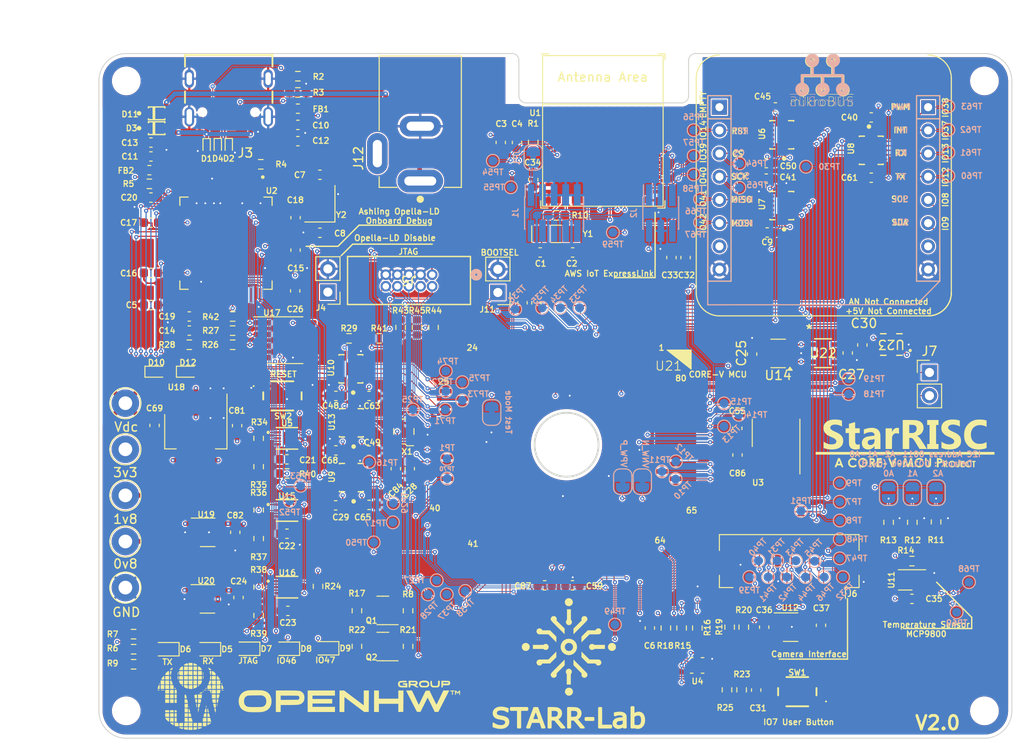
<source format=kicad_pcb>
(kicad_pcb (version 20240108) (generator "pcbnew") (generator_version "8.0")
  (layers (0 "F.Cu" signal) (1 "In1.Cu" power) (2 "In2.Cu" power) (31 "B.Cu" signal) (34 "B.Paste" user) (35 "F.Paste" user) (36 "B.SilkS" user "B.Silkscreen") (37 "F.SilkS" user "F.Silkscreen") (38 "B.Mask" user) (39 "F.Mask" user) (44 "Edge.Cuts" user))
  (net 0 "")
  (net 1 "Net-(U1-GPIO0{slash}ADC1_CH0{slash}XTAL_32K_P)")
  (net 2 "GND")
  (net 3 "Net-(U1-GPIO1{slash}ADC1_CH1{slash}XTAL_32K_N)")
  (net 4 "+3V3")
  (net 5 "osco")
  (net 6 "osci")
  (net 7 "Net-(U4-OE)")
  (net 8 "Net-(U2-VPHY)")
  (net 9 "Net-(U2-VPLL)")
  (net 14 "Net-(D5-K)")
  (net 15 "Net-(D5-A)")
  (net 16 "Net-(D6-K)")
  (net 17 "Net-(D6-A)")
  (net 18 "Net-(D7-K)")
  (net 19 "Net-(D7-A)")
  (net 20 "Net-(D8-K)")
  (net 21 "Net-(D9-K)")
  (net 22 "Net-(J1-Pin_1)")
  (net 23 "Net-(J1-Pin_2)")
  (net 24 "Net-(J1-Pin_4)")
  (net 25 "Net-(J1-Pin_6)")
  (net 26 "Net-(J1-Pin_8)")
  (net 29 "Net-(J2-Pin_3)")
  (net 30 "Net-(J2-Pin_5)")
  (net 32 "/mikrobus and sensors/click_an")
  (net 33 "Net-(C31-Pad1)")
  (net 34 "Net-(J3-CC1)")
  (net 35 "/~{EL_RESET}")
  (net 37 "Net-(J3-CC2)")
  (net 39 "/CLICK_CS")
  (net 40 "/CLICK_SCK")
  (net 41 "Net-(J4-Pin_1)")
  (net 44 "/CLICK_MISO")
  (net 45 "/CLICK_MOSI")
  (net 47 "SDA")
  (net 48 "TMS")
  (net 49 "TCK")
  (net 50 "TDO")
  (net 51 "TDI")
  (net 52 "SCL")
  (net 53 "/CLICK_INT")
  (net 54 "TRST")
  (net 55 "+1V8")
  (net 56 "/jtag and uart/d-")
  (net 57 "/jtag and uart/d+")
  (net 58 "CAMERA_D1")
  (net 59 "CAMERA_D3")
  (net 60 "CAMERA_VSYNC")
  (net 61 "/camera/2v8")
  (net 62 "/camera/camera_trig")
  (net 63 "CAMERA_MCLK")
  (net 64 "CAMERA_D2")
  (net 65 "CAMERA_D4")
  (net 66 "CAMERA_D7")
  (net 67 "CAMERA_D0")
  (net 68 "CAMERA_HSYNC")
  (net 69 "CAMERA_PCLK")
  (net 70 "/camera/camera_int")
  (net 71 "CAMERA_D6")
  (net 72 "CAMERA_D5")
  (net 73 "+0V8")
  (net 74 "Net-(JP3-A)")
  (net 75 "Net-(JP4-A)")
  (net 76 "USER_LED_SOC")
  (net 77 "SCL0_SOC")
  (net 78 "SDA0_SOC")
  (net 79 "Net-(JP5-A)")
  (net 80 "FPGA_LED0")
  (net 81 "USER_BUTTON")
  (net 82 "TEST_MODE")
  (net 83 "BOOTSEL")
  (net 84 "/EL_EVENT")
  (net 85 "/EL_TXD")
  (net 86 "CONSOLE_TX")
  (net 87 "Net-(Q1-B)")
  (net 88 "Net-(Q1-C)")
  (net 89 "CONSOLE_RX")
  (net 90 "PGM_FLASH_CS")
  (net 91 "PGM_FLASH_DATA1")
  (net 92 "PGM_FLASH_DATA2")
  (net 93 "PGM_FLASH_DATA0")
  (net 94 "PGM_FLASH_CLK")
  (net 95 "PGM_FLASH_DATA3")
  (net 96 "Net-(Q2-B)")
  (net 97 "RX1_MUX1_SOC")
  (net 98 "CLICK_RESET_SOC")
  (net 99 "SCLK0_SOC")
  (net 100 "MISO0_SOC")
  (net 101 "CLICK_PWM_SOC")
  (net 102 "/EL_RXD")
  (net 103 "10MHZ_CLOCK_SOC")
  (net 104 "~{RESET_SOC}")
  (net 105 "TX1_MUX0_SOC")
  (net 106 "RX1_MUX0_SOC")
  (net 107 "TX1_MUX1_SOC")
  (net 108 "CLICK_IRQ_SOC")
  (net 109 "CS0_SOC")
  (net 110 "MOSI0_SOC")
  (net 111 "Net-(Q2-C)")
  (net 112 "/mikrobus and sensors/temperature_alert")
  (net 113 "/jtag and uart/VBUS")
  (net 114 "/CLICK_RST")
  (net 115 "/CLICK_PWM")
  (net 116 "/CLICK_TX")
  (net 117 "/CLICK_RX")
  (net 118 "/EL_WAKE")
  (net 119 "EL_EVENT_SOC")
  (net 120 "EL_WAKE_SOC")
  (net 121 "~{EL_RESET_SOC}")
  (net 122 "Net-(U2-REF)")
  (net 123 "Net-(U2-~{RESET})")
  (net 124 "Net-(U5-CDELAY)")
  (net 125 "Net-(U10-B1)")
  (net 126 "Net-(U10-B2)")
  (net 127 "Net-(U10-B3)")
  (net 128 "Net-(U10-B4)")
  (net 139 "EE_DATA")
  (net 140 "Net-(U17-DO)")
  (net 146 "EE_SCLK")
  (net 147 "EE_CS")
  (net 156 "Net-(U15-CDELAY)")
  (net 171 "POWER_DETECT")
  (net 172 "Net-(U16-CDELAY)")
  (net 173 "Net-(U5-SENSE)")
  (net 174 "Net-(U15-SENSE)")
  (net 175 "Net-(U16-SENSE)")
  (net 176 "/Power Supply/~{RESET_IN}")
  (net 177 "Net-(U15-*MR)")
  (net 178 "Net-(U15-*RESET)")
  (net 180 "Net-(D10-K)")
  (net 181 "Net-(D10-A)")
  (net 182 "TX0_RXD")
  (net 183 "TX0_TXD")
  (net 184 "Net-(U2-VCORE-1)")
  (net 188 "Net-(D12-K)")
  (net 189 "Net-(D12-A)")
  (net 190 "+VDC")
  (net 191 "Net-(D11-ANODE)")
  (net 211 "+1V5")
  (net 212 "+0V75")
  (net 214 "+0V4")
  (net 223 "/VPW_P")
  (net 224 "/VNW_N")
  (footprint "Resistor_SMD:R_0603_1608Metric_Pad0.98x0.95mm_HandSolder" (layer "F.Cu") (at 105.525 74.275)
    (property "Reference" "R5")
    (property "Value" "5.1k")
  )
  (footprint "Capacitor_SMD:C_0603_1608Metric" (layer "F.Cu") (at 162.7124 82.3468 -90)
    (property "Reference" "C33")
    (property "Value" "10uF")
  )
  (footprint "Capacitor_SMD:C_0603_1608Metric" (layer "F.Cu") (at 125.9586 97.5037 180)
    (property "Reference" "C48")
    (property "Value" "100nF")
  )
  (footprint "NTB0104:NXP_Semiconductors-SOT762-1-08_2019-0-MFG" (layer "F.Cu") (at 127.65 100.45 90)
    (property "Reference" "U13")
    (property "Value" "NTB0104BQ,115" (hide yes))
  )
  (footprint "Resistor_SMD:R_0603_1608Metric" (layer "F.Cu") (at 117.5 113.125 -90)
    (property "Reference" "R37")
    (property "Value" "10k")
  )
  (footprint "Resistor_SMD:R_0603_1608Metric" (layer "F.Cu") (at 189.0584 115.593)
    (property "Reference" "R14")
    (property "Value" "47k")
  )
  (footprint "Resistor_SMD:R_0603_1608Metric" (layer "F.Cu") (at 133.863 124.935 90)
    (property "Reference" "R21")
    (property "Value" "1k")
  )
  (footprint "Resistor_SMD:R_0603_1608Metric_Pad0.98x0.95mm_HandSolder" (layer "F.Cu") (at 121.793 64.262)
    (property "Reference" "R3")
    (property "Value" "5.1k")
  )
  (footprint "Resistor_SMD:R_0603_1608Metric_Pad0.98x0.95mm_HandSolder" (layer "F.Cu") (at 103.8 125.25 180)
    (property "Reference" "R6")
    (property "Value" "2.2k")
  )
  (footprint "Capacitor_SMD:C_0603_1608Metric" (layer "F.Cu") (at 121.793 67.818)
    (property "Reference" "C10")
    (property "Value" "4.7uF")
  )
  (footprint "Resistor_SMD:R_0603_1608Metric" (layer "F.Cu") (at 136.65 90 -90)
    (property "Reference" "R44")
    (property "Value" "10k" (hide yes))
  )
  (footprint "Inductor_SMD:L_0603_1608Metric_Pad1.05x0.95mm_HandSolder" (layer "F.Cu") (at 105.525 72.775)
    (property "Reference" "FB2")
    (property "Value" "Ferrite_Bead_Small")
  )
  (footprint "Capacitor_SMD:C_0603_1608Metric" (layer "F.Cu") (at 120.5967 104.450014)
    (property "Reference" "C21")
    (property "Value" "150pF")
  )
  (footprint "ft2232:QFP50P1200X1200X160-64N" (layer "F.Cu") (at 113.919 80.772 -90)
    (property "Reference" "U2")
    (property "Value" "FT2232HL-REEL")
  )
  (footprint "NTB0104:NXP_Semiconductors-SOT762-1-08_2019-0-MFG" (layer "F.Cu") (at 174.8 68.9 90)
    (property "Reference" "U6")
    (property "Value" "NTB0104BQ,115" (hide yes))
  )
  (footprint "Capacitor_SMD:C_0603_1608Metric" (layer "F.Cu") (at 106.0958 100.7364 -90)
    (property "Reference" "C69")
    (property "Value" "10uF")
  )
  (footprint "Capacitor_SMD:C_0603_1608Metric" (layer "F.Cu") (at 173.2 79.6 180)
    (property "Reference" "C9")
    (property "Value" "100nF")
  )
  (footprint "Resistor_SMD:R_0603_1608Metric_Pad0.98x0.95mm_HandSolder" (layer "F.Cu") (at 114.65 88.8 180)
    (property "Reference" "R42")
    (property "Value" "10k")
  )
  (footprint "Capacitor_SMD:C_0603_1608Metric" (layer "F.Cu") (at 109.9 88.8 180)
    (property "Reference" "C19")
    (property "Value" "100nF")
  )
  (footprint "jtag:CONN_3220-10-0100-00_CNC" (layer "F.Cu") (at 136.504999 84.225 180)
    (property "Reference" "J5")
    (property "Value" "3220-10-0100-00")
  )
  (footprint "NTB0104:NXP_Semiconductors-SOT762-1-08_2019-0-MFG" (layer "F.Cu") (at 127.6 94.5375 90)
    (property "Reference" "U10")
    (property "Value" "NTB0104BQ,115" (hide yes))
  )
  (footprint "Resistor_SMD:R_0603_1608Metric_Pad0.98x0.95mm_HandSolder" (layer "F.Cu") (at 121.793 62.484)
    (property "Reference" "R2")
    (property "Value" "5.1k")
  )
  (footprint "Capacitor_SMD:C_0603_1608Metric" (layer "F.Cu") (at 148.825 118.25 180)
    (property "Reference" "C87")
    (property "Value" "100nF")
  )
  (footprint "Package_TO_SOT_SMD:SOT-23" (layer "F.Cu") (at 131.1 121 180)
    (property "Reference" "Q1")
    (property "Value" "MMBT3904")
  )
  (footprint "ADP1711AUJZ075:UJ_5_ADI" (layer "F.Cu") (at 179.325 92.825)
    (property "Reference" "U22")
    (property "Value" "ADP1711AUJZ-0.75R7")
  )
  (footprint "MP6400:QFN6_MP6400_MNP" (layer "F.Cu") (at 120.6 110.049986)
    (property "Reference" "U15")
    (property "Value" "MP6400DG-01-LF-Z")
  )
  (footprint "Diode_SMD:D_SOD-923" (layer "F.Cu") (at 113.025 70.1 -90)
    (property "Reference" "D4")
    (property "Value" "ESD9B5.0ST5G")
  )
  (footprint "Capacitor_SMD:C_0603_1608Metric" (layer "F.Cu") (at 105.7 69.75)
    (property "Reference" "C13")
    (property "Value" "100nF")
  )
  (footprint "MountingHole:MountingHole_2.7mm_M2.5" (layer "F.Cu") (at 103 132)
    (property "Reference" "H2" (hide yes))
    (property "Value" "MountingHole")
  )
  (footprint "Package_TO_SOT_SMD:SOT-23-5" (layer "F.Cu") (at 111.887 119.7356)
    (property "Reference" "U20")
    (property "Value" "AP2127K-ADJ")
  )
  (footprint "diode:Diodes-SOD323-03_2017-0-0" (layer "F.Cu") (at 106.325 68.175)
    (property "Reference" "D3")
    (property "Value" "BAT760-7" (hide yes))
  )
  (footprint "LED_SMD:LED_0603_1608Metric" (layer "F.Cu") (at 120.5 125.2 180)
    (property "Reference" "D8")
    (property "Value" "LED")
  )
  (footprint "NCV8135AMT040TBG:WDFN6-2x2_511BR_OSI" (layer "F.Cu") (at 186.8016 91.875 180)
    (property "Reference" "U23")
    (property "Value" "NCV8135AMT040TBG")
  )
  (footprint "Capacitor_SMD:C_0603_1608Metric" (layer "F.Cu") (at 120.7 121.050014)
    (property "Reference" "C23")
    (property "Value" "150pF")
  )
  (footprint "Button:TS204225WT160SMTTR" (layer "F.Cu") (at 176.5 129.9 180)
    (property "Reference" "SW1")
    (property "Value" "SW_Push" (hide yes))
  )
  (footprint "Capacitor_SMD:C_0603_1608Metric" (layer "F.Cu") (at 115.2906 119.5832 -90)
    (property "Reference" "C24")
    (property "Value" "1uF")
  )
  (footprint "Connector_PinHeader_2.54mm:PinHeader_1x02_P2.54mm_Vertical" (layer "F.Cu") (at 143.7 86.175 180)
    (property "Reference" "J11")
    (property "Value" "Conn_01x02_Male")
  )
  (footprint "Package_SO:SOIC-8_3.9x4.9mm_P1.27mm" (layer "F.Cu") (at 120.4 91.4)
    (property "Reference" "U17")
    (property "Value" "93C56")
  )
  (footprint "Capacitor_SMD:C_0603_1608Metric" (layer "F.Cu") (at 129.5908 97.5037)
    (property "Reference" "C63")
    (property "Value" "100nF")
  )
  (footprint "TestPoint:TestPoint_Loop_D2.54mm_Drill1.5mm_Beaded" (layer "F.Cu") (at 102.9 98.3)
    (property "Reference" "TP2" (hide yes))
    (property "Value" "Vdc")
  )
  (footprint "Main Logo:H_Logo" (layer "F.Cu") (at 188.3 102.8)
    (property "Reference" "G***" (hide yes))
    (property "Value" "LOGO" (hide yes))
  )
  (footprint "LED_SMD:LED_0603_1608Metric" (layer "F.Cu") (at 116.15 125.2 180)
    (property "Reference" "D7")
    (property "Value" "LED_Small")
  )
  (footprint "Package_TO_SOT_SMD:SOT-23-5" (layer "F.Cu") (at 174.4 92.85 180)
    (property "Reference" "U14")
    (property "Value" "TLV71315PDBV")
  )
  (footprint "Capacitor_SMD:C_0603_1608Metric" (layer "F.Cu") (at 124.206 79.629 180)
    (property "Reference" "C8")
    (property "Value" "12.5pF")
  )
  (footprint "usb:GCT_USB4105-GF-A" (layer "F.Cu") (at 114.22 62.75 180)
    (property "Reference" "J3")
    (property "Value" "USB4105-GF-A")
  )
  (footprint "Capacitor_SMD:C_0603_1608Metric" (layer "F.Cu") (at 169.95 103.975 -90)
    (property "Reference" "C86")
    (property "Value" "100nF")
  )
  (footprint "Connector_PinHeader_2.54mm:PinHeader_1x02_P2.54mm_Vertical" (layer "F.Cu") (at 125.08 86.13 180)
    (property "Reference" "J4")
    (property "Value" "Conn_01x02_Male")
  )
  (footprint "Capacitor_SMD:C_0603_1608Metric" (layer "F.Cu") (at 115.1382 100.7618 90)
    (property "Reference" "C81")
    (property "Value" "22uF")
  )
  (footprint "Capacitor_SMD:C_0603_1608Metric" (layer "F.Cu") (at 105.7 87.55)
    (property "Reference" "C5")
    (property "Value" "10uF")
  )
  (footprint "Resistor_SMD:R_0603_1608Metric_Pad0.98x0.95mm_HandSolder" (layer "F.Cu") (at 103.8 123.6 180)
    (property "Reference" "R7")
    (property "Value" "2.2k")
  )
  (footprint "Diode_SMD:D_SOD-923" (layer "F.Cu") (at 114.225 70.1 -90)
    (property "Reference" "D2")
    (property "Value" "ESD9B5.0ST5G")
  )
  (footprint "mikroBus:MIKROBUS_HOST_CONN" (layer "F.Cu") (at 167.97 65.875)
    (property "Reference" "CON1" (hide yes))
    (property "Value" "MIKROBUS_HOST_CONN" (hide yes))
  )
  (footprint "Diode_SMD:D_SOD-523" (layer "F.Cu") (at 106.3 94.85)
    (property "Reference" "D10")
    (property "Value" "1N914WT")
  )
  (footprint "TestPoint:TestPoint_Loop_D2.54mm_Drill1.5mm_Beaded" (layer "F.Cu") (at 102.9 113.45)
    (property "Reference" "TP5" (hide yes))
    (property "Value" "0v8")
  )
  (footprint "Capacitor_SMD:C_0603_1608Metric" (layer "F.Cu") (at 147.925 87.3 90)
    (property "Reference" "C85" (hide yes))
    (property "Value" "100nF")
  )
  (footprint "Connector_PinHeader_2.54mm:PinHeader_1x02_P2.54mm_Vertical" (layer "F.Cu") (at 190.975 94.935)
    (property "Reference" "J7")
    (property "Value" "Conn_01x02_Pin")
  )
  (footprint "Resistor_SMD:R_0603_1608Metric" (layer "F.Cu") (at 117.5 121.550014 -90)
    (property "Reference" "R39")
    (property "Value" "10k")
  )
  (footprint "Capacitor_SMD:C_0603_1608Metric" (layer "F.Cu") (at 144.018 69.74 -90)
    (property "Reference" "C3")
    (property "Value" "10uF")
  )
  (footprint "Capacitor_SMD:C_0603_1608Metric" (layer "F.Cu") (at 114.935 112.4458 -90)
    (property "Reference" "C82")
    (property "Value" "1uF")
  )
  (footprint "MountingHole:MountingHole_2.7mm_M2.5" (layer "F.Cu") (at 197 132)
    (property "Reference" "H3" (hide yes))
    (property "Value" "MountingHole" (hide yes))
  )
  (footprint "Capacitor_SMD:C_0603_1608Metric" (layer "F.Cu") (at 132.525 105.475 -90)
    (property "Reference" "C84")
    (property "Value" "100nF")
  )
  (footprint "Capacitor_SMD:C_0603_1608Metric" (layer "F.Cu") (at 105.7 75.775 180)
    (property "Reference" "C20")
    (property "Value" "100nF")
  )
  (footprint "Resistor_SMD:R_0603_1608Metric" (layer "F.Cu") (at 189.1 111.3512 -90)
    (property "Reference" "R12")
    (property "Value" "47k")
  )
  (footprint "Capacitor_SMD:C_0603_1608Metric" (layer "F.Cu") (at 183.625 91.925 -90)
    (property "Reference" "C30")
    (property "Value" "10uF")
  )
  (footprint "Resistor_SMD:R_0603_1608Metric" (layer "F.Cu") (at 163.825 122.925 -90)
    (property "Reference" "R15")
    (property "Value" "4.7k")
  )
  (footprint "TestPoint:TestPoint_Loop_D2.54mm_Drill1.5mm_Beaded" (layer "F.Cu") (at 102.9 118.5)
    (property "Reference" "TP6" (hide yes))
    (property "Value" "GND")
  )
  (footprint "CQFP80:80CQFP" (layer "F.Cu") (at 160.675 91.775 180)
    (property "Reference" "U21")
    (property "Value" "~")
  )
  (footprint "Capacitor_SMD:C_0603_1608Metric" (layer "F.Cu") (at 105.7 84.025 180)
    (property "Reference" "C16")
    (property "Value" "100nF")
  )
  (footprint "Capacitor_SMD:C_0603_1608Metric" (layer "F.Cu") (at 120.6 112.6)
    (property "Reference" "C22")
    (property "Value" "150pF")
  )
  (footprint "Capacitor_SMD:C_0603_1608Metric" (layer "F.Cu") (at 129.5908 103.4981)
    (property "Reference" "C49")
    (property "Value" "100nF")
  )
  (footprint "NTB0104:NXP_Semiconductors-SOT762-1-08_2019-0-MFG" (layer "F.Cu") (at 127.65 106.45 90)
    (property "Reference" "U9")
    (property "Value" "NTB0104BQ,115" (hide yes))
  )
  (footprint "MP6400:QFN6_MP6400_MNP" (layer "F.Cu") (at 120.5967 102.150014)
    (property "Reference" "U5")
    (property "Value" "MP6400DG-01-LF-Z")
  )
  (footprint "TestPoint:TestPoint_Loop_D2.54mm_Drill1.5mm_Beaded" (layer "F.Cu") (at 102.9 108.4)
    (property "Reference" "TP4" (hide yes))
    (property "Value" "1v8")
  )
  (footprint "Capacitor_SMD:C_0603_1608Metric" (layer "F.Cu") (at 121.5 86 -90)
    (property "Reference" "C26")
    (property "Value" "3.3uF")
  )
  (footprint "Capacitor_SMD:C_0603_1608Metric" (layer "F.Cu") (at 121.539 77.978 -90)
    (property "Reference" "C18")
    (property "Value" "100nF")
  )
  (footprint "Resistor_SMD:R_0603_1608Metric" (layer "F.Cu") (at 170.4 129.7 90)
    (property "Reference" "R23")
    (property "Value" "100")
  )
  (footprint "Capacitor_SMD:C_0603_1608Metric" (layer "F.Cu") (at 164.2618 82.3468 -90)
    (property "Reference" "C32")
    (property "Value" "100n")
  )
  (footprint "MountingHole:MountingHole_2.7mm_M2.5" (layer "F.Cu") (at 103 63)
    (property "Reference" "H1" (hide yes))
    (property "Value" "MountingHole" (hide yes))
  )
  (footprint "Resistor_SMD:R_0603_1608Metric" (layer "F.Cu") (at 117.4967 105.250014 -90)
    (property "Reference" "R35")
    (property "Value" "10k")
  )
  (footprint "Package_DFN_QFN:DFN-8-1EP_3x2mm_P0.5mm_EP1.7x1.4mm" (layer "F.Cu") (at 189.0652 117.656 180)
    (property "Reference" "U11")
    (property "Value" "MCP9808")
  )
  (footprint "Resistor_SMD:R_0603_1608Metric" (layer "F.Cu") (at 169.0878 122.8344 90)
    (property "Reference" "R19")
    (property "Value" "4.7k")
  )
  (footprint "Capacitor_SMD:C_0603_1608Metric" (layer "F.Cu") (at 172.8724 122.8344 -90)
    (property "Reference" "C36")
    (property "Value" "1uF")
  )
  (footprint "Resistor_SMD:R_0603_1608Metric" (layer "F.Cu") (at 124.0028 118.364 -90)
    (property "Reference" "R24")
    (property "Value" "100k")
  )
  (footprint "Connector_FFC-FPC:Hirose_FH12-24S-0.5SH_1x24-1MP_P0.50mm_Horizontal" (layer "F.Cu") (at 175.6156 117.1956 180)
    (property "Reference" "J6")
    (property "Value" "Conn_01x24")
  )
  (footprint "Resistor_SMD:R_0603_1608Metric" (layer "F.Cu") (at 191.7 111.3 -90)
    (property "Reference" "R11")
    (property "Value" "47k")
  )
  (footprint "Button:TS204225WT160SMTTR" (layer "F.Cu") (at 120.1 97.5)
    (property "Reference" "SW2")
    (property "Value" "SW_Push" (hide yes))
  )
  (footprint "Capacitor_SMD:C_0603_1608Metric" (layer "F.Cu") (at 169.925 101.05 90)
    (property "Reference" "C55")
    (property "Value" "100nF")
  )
  (footprint "Capacitor_SMD:C_0603_1608Metric" (layer "F.Cu") (at 151.875 118.25)
    (property "Reference" "C59")
    (property "Value" "100nF")
  )
  (footprint "Resistor_SMD:R_0603_1608Metric_Pad0.98x0.95mm_HandSolder" (layer "F.Cu") (at 103.8 126.9 180)
    (property "Reference" "R9")
    (property "Value" "2.2k")
  )
  (footprint "Diode_SMD:D_SOD-523" (layer "F.Cu") (at 109.75 94.85)
    (property "Reference" "D12")
    (property "Value" "1N914WT" (hide yes))
  )
  (footprint "Capacitor_SMD:C_0603_1608Metric" (layer "F.Cu") (at 129.5908 109.4417)
    (property "Reference" "C65")
    (property "Value" "100nF")
  )
  (footprint "Capacitor_SMD:C_0603_1608Metric" (layer "F.Cu") (at 146.4 87.3 90)
    (property "Reference" "C57" (hide yes))
    (property "Value" "100nF")
  )
  (footprint "Diode_SMD:D_SOD-923" (layer "F.Cu") (at 111.8 70.1175 -90)
    (property "Reference" "D1")
    (property "Value" "ESD9B5.0ST5G")
  )
  (footprint "Resistor_SMD:R_0603_1608Metric_Pad0.98x0.95mm_HandSolder" (layer "F.Cu") (at 109.9 91.9 180)
    (property "Reference" "R28")
    (property "Value" "10k")
  )
  (footprint "Capacitor_SMD:C_0603_1608Metric" (layer "F.Cu") (at 184.6 67 180)
    (property "Reference" "C40")
    (property "Value" "100nF")
  )
  (footprint "NTB0104:NXP_Semiconductors-SOT762-1-08_2019-0-MFG" (layer "F.Cu") (at 184.6 70.6 -90)
    (property "Reference" "U8")
    (property "Value" "NTB0104BQ,115" (hide yes))
  )
  (footprint "Resistor_SMD:R_0603_1608Metric" (layer "F.Cu") (at 133.863 121.035 90)
    (property "Reference" "R8")
    (property "Value" "1k")
  )
  (footprint "espressif:ESP32-C3-MINI-1" (layer "F.Cu") (at 155.2 71.125)
    (property "Reference" "U1")
    (property "Value" "ESP32-C3-MINI-1")
  )
  (footprint "Capacitor_SMD:C_0603_1608Metric" (layer "F.Cu") (at 121.793 69.596)
    (property "Reference" "C12")
    (property "Value" "100nF")
  )
  (footprint "Crystal:Crystal_SMD_Abracon_ABM8G-4Pin_3.2x2.5mm" (layer "F.Cu") (at 124.206 76.454 90)
    (property "Reference" "Y2")
    (property "Value" "12MHz")
  )
  (footprint "Resistor_SMD:R_0603_1608Metric" (layer "F.Cu") (at 168.8 129.7 90)
    (property "Reference" "R25")
    (property "Value" "4.7k")
  )
  (footprint "Capacitor_SMD:C_0603_1608Metric" (layer "F.Cu") (at 184.6 73.6 180)
    (property "Reference" "C61")
    (property "Value" "100nF")
  )
  (footprint "Resistor_SMD:R_0603_1608Metric" (layer "F.Cu") (at 117.5 118.450014 -90)
    (property "Reference" "R38")
    (property "Value" "7.5k")
  )
  (footprint "Capacitor_SMD:C_0603_1608Metric" (layer "F.Cu") (at 171.55 92.925 90)
    (property "Reference" "C25")
    (property "Value" "1uF")
  )
  (footprint "Resistor_SMD:R_0603_1608Metric" (layer "F.Cu") (at 165.55 122.925 -90)
    (property "Reference" "R16")
    (property "Value" "4.7k")
  )
  (footprint "Resistor_SMD:R_0603_1608Metric" (layer "F.Cu") (at 134.85 90 -90)
    (property "Reference" "R45")
    (property "Value" "10k" (hide yes))
  )
  (footprint "Resistor_SMD:R_0603_1608Metric" (layer "F.Cu") (at 117.4967 102.150014 -90)
    (property "Reference" "R34")
    (property "Value" "65k")
  )
  (footprint "Main Logo:Starr Lab" (layer "F.Cu") (at 151.475 127.175)
    (property "Reference" "G***" (hide yes))
    (property "Value" "LOGO" (hide yes))
  )
  (footprint "Resistor_SMD:R_0603_1608Metric" (layer "F.Cu") (at 186.5 111.3512 -90)
    (property "Reference" "R13")
    (property "Value" "47k")
  )
  (footprint "TestPoint:TestPoint_Loop_D2.54mm_Drill1.5mm_Beaded" (layer "F.Cu") (at 102.9 103.35)
    (property "Reference" "TP3" (hide yes))
    (property "Value" "3v3")
  )
  (footprint "Crystal:Crystal_SMD_MicroCrystal_CC7V-T1A-2Pin_3.2x1.5mm_HandSoldering" (layer "F.Cu") (at 150.114 79.756)
    (property "Reference" "Y1")
    (property "Value" "32.768kHz")
  )
  (footprint "Resistor_SMD:R_0603_1608Metric" (layer "F.Cu") (at 130.7 91.2 180)
    (property "Reference" "R41")
    (property "Value" "10k")
  )
  (footprint "Capacitor_SMD:C_0603_1608Metric" (layer "F.Cu") (at 182.025 92.8 -90)
    (property "Reference" "C27")
    (property "Value" "1uF")
  )
  (footprint "Capacitor_SMD:C_0603_1608Metric" (layer "F.Cu") (at 121.539 81.534 -90)
    (property "Reference" "C15")
    (property "Value" "100nF")
  )
  (footprint "Capacitor_SMD:C_0603_1608Metric" (layer "F.Cu") (at 134.05 105.475 -90)
    (property "Reference" "C28")
    (property "Value" "100nF")
  )
  (footprint "Capacitor_SMD:C_0603_1608Metric" (layer "F.Cu") (at 174.1 65.9)
    (property "Reference" "C45")
    (property "Value" "100nF")
  )
  (footprint "Package_TO_SOT_SMD:SOT-23-5" (layer "F.Cu") (at 111.9124 112.4458)
    (property "Reference" "U19")
    (property "Value" "AP2127K-1.8")
  )
  (footprint "Capacitor_SMD:C_0603_1608Metric" (layer "F.Cu") (at 125.9332 109.4925 180)
    (property "Reference" "C29")
    (property "Value" "100nF")
  )
  (footprint "Capacitor_SMD:C_0603_1608Metric" (layer "F.Cu") (at 179.0954 122.6312 -90)
    (property "Reference" "C37")
    (property "Value" "1uF")
  )
  (footprint "Resistor_SMD:R_0603_1608Metric" (layer "F.Cu") (at 133.05 90 -90)
    (property "Reference" "R43")
    (property "Value" "10k" (hide yes))
  )
  (footprint "Resistor_SMD:R_0603_1608Metric" (layer "F.Cu") (at 117.5 110 -90)
    (property "Reference" "R36")
    (property "Value" "32.5k")
  )
  (footprint "LED_SMD:LED_0603_1608Metric" (layer "F.Cu") (at 107.3 125.25 180)
    (property "Reference" "D6")
    (property "Value" "LED_Small")
  )
  (footprint "NTB0104:NXP_Semiconductors-SOT762-1-08_2019-0-MFG" (layer "F.Cu") (at 174.8028 76.6572 90)
    (property "Reference" "U7")
    (property "Value" "NTB0104BQ,115" (hide yes))
  )
  (footprint "Package_TO_SOT_SMD:SOT-23-5" (layer "F.Cu") (at 175.768 122.8344)
    (property "Reference" "U12")
    (property "Value" "AP2127K-2.8")
  )
  (footprint "LED_SMD:LED_0603_1608Metric" (layer "F.Cu") (at 124.8 125.15 180)
    (property "Reference" "D9")
    (property "Value" "LED")
  )
  (footprint "Capacitor_SMD:C_0603_1608Metric" (layer "F.Cu") (at 148.336 81.788)
    (property "Reference" "C1")
    (property "Value" "12.5pF")
  )
  (footprint "logos:openhw_group_small" (layer "F.Cu") (at 123 130.4)
    (property "Reference" "G***" (hide yes))
    (property "Value" "LOGO" (hide yes))
  )
  (footprint "Resistor_SMD:R_0603_1608Metric" (layer "F.Cu") (at 120.6 106 180)
    (property "Reference" "R40")
    (property "Value" "4.7k")
  )
  (footprint "Package_TO_SOT_SMD:SOT-23" (layer "F.Cu") (at 131.1 124.956 180)
    (property "Reference" "Q2")
    (property "Value" "MMBT3904")
  )
  (footprint "Capacitor_SMD:C_0603_1608Metric" (layer "F.Cu") (at 171.994 129.7242 -90)
    (property "Reference" "C31")
    (property "Value" "100nF")
  )
  (footprint "Capacitor_SMD:C_0603_1608Metric" (layer "F.Cu") (at 145.796 69.74 -90)
    (property "Reference" "C4")
    (property "Value" "100nF")
  )
  (footprint "Package_TO_SOT_SMD:SOT-223-3_TabPin2" (layer "F.Cu") (at 110.617 101.3968 -90)
    (property "Reference" "U18")
    (property "Value" "AMS1117-3.3")
  )
  (footprint "LED_SMD:LED_0603_1608Metric" (layer "F.Cu") (at 111.85 125.25 180)
    (property "Reference" "D5")
    (property "Value" "LED_Small")
  )
  (footprint "Inductor_SMD:L_0603_1608Metric_Pad1.05x0.95mm_HandSolder" (layer "F.Cu") (at 121.793 66.04 180)
    (property "Reference" "FB1")
    (property "Value" "Ferrite_Bead_Small")
  )
  (footprint "Resistor_SMD:R_0603_1608Metric_Pad0.98x0.95mm_HandSolder" (layer "F.Cu") (at 127.4 91.2)
    (property "Reference" "R29")
    (property "Value" "10k")
  )
  (footprint "Resistor_SMD:R_0603_1608Metric_Pad0.98x0.95mm_HandSolder" (layer "F.Cu") (at 150.114 77.724)
    (property "Reference" "R10")
    (property "Value" "1M")
  )
  (footprint "Capacitor_SMD:C_0603_1608Metric" (layer "F.Cu") (at 105.7 71.274)
    (property "Reference" "C11")
    (property "Value" "4.7uF")
  )
  (footprint "Capacitor_SMD:C_0603_1608Metric" (layer "F.Cu") (at 125.9586 103.4727 180)
    (property "Reference" "C68")
    (property "Value" "100nF")
  )
  (footprint "Resistor_SMD:R_0603_1608Metric_Pad0.98x0.95mm_HandSolder" (layer "F.Cu") (at 117.729 72.136)
    (property "Reference" "R4")
    (property "Value" "12k")
  )
  (footprint "Resistor_SMD:R_0603_1608Metric" (layer "F.Cu") (at 170.6372 122.8344 90)
    (property "Reference" "R20")
    (property "Value" "4.7k")
  )
  (footprint "diode:Diodes-SOD323-03_2017-0-0" (layer "F.Cu") (at 106.325 66.55)
    (property "Reference" "D11")
    (property "Value" "BAT760-7" (hide yes))
  )
  (footprint "Resistor_SMD:R_0603_1608Metric" (layer "F.Cu") (at 128.263 124.935 -90)
    (property "Reference" "R22")
    (property "Value" "220")
  )
  (footprint "Resistor_SMD:R_0603_1608Metric_Pad0.98x0.95mm_HandSolder" (layer "F.Cu") (at 147.574 69.74 -90)
    (property "Reference" "R1")
    (property "Value" "10k")
  )
  (footprint "Resistor_SMD:R_0603_1608Metric" (layer "F.Cu") (at 128.263 121.035 -90)
    (property "Reference" "R17")
    (property "Value" "220")
  )
  (footprint "Oscillator:Oscillator_SMD_ECS_2520MV-xxx-xx-4Pin_2.5x2.0mm" (layer "F.Cu") (at 133.4 101.4 180)
    (property "Reference" "X1")
    (property "Value" "ECS-2520MVLC-100-CN")
  )
  (footprint "Capacitor_SMD:C_0603_1608Metric" (layer "F.Cu") (at 189.0584 119.7332)
    (property "Reference" "C35")
    (property "Value" "100n")
  )
  (footprint "MountingHole:MountingHole_2.7mm_M2.5" (layer "F.Cu") (at 197 63)
    (property "Reference" "H4" (hide yes))
    (property "Value" "MountingHole")
  )
  (footprint "Capacitor_SMD:C_0603_1608Metric" (layer "F.Cu") (at 124.206 73.279)
    (property "Reference" "C7")
    (property "Value" "12.5pF")
  )
  (footprint "Capacitor_SMD:C_0603_1608Metric" (layer "F.Cu") (at 147.574 73.8124 -90)
    (property "Reference" "C34")
    (property "Value" "100nF")
  )
  (footprint "Capacitor_SMD:C_0603_1608Metric" (layer "F.Cu") (at 160.35 122.925 90)
    (property "Reference" "C6")
    (property "Value" "100nF")
  )
  (footprint "Resistor_SMD:R_0603_1608Metric" (layer "F.Cu") (at 162.1 122.925 90)
    (property "Reference" "R18")
    (property "Value" "200k")
  )
  (footprint "Capacitor_SMD:C_0603_1608Metric" (layer "F.Cu") (at 151.892 81.788 180)
    (property "Reference" "C2")
    (property "Value" "12.5pF")
  )
  (footprint "Resistor_SMD:R_0603_1608Metric_Pad0.98x0.95mm_HandSolder" (layer "F.Cu") (at 114.65 90.35 180)
    (property "Reference" "R27")
    (property "Value" "10k")
  )
  (footprint "Resistor_SMD:R_0603_1608Metric_Pad0.98x0.95mm_HandSolder" (layer "F.Cu") (at 114.65 91.9 180)
    (property "Reference" "R26")
    (property "Value" "2.2k")
  )
  (footprint "MP6400:QFN6_MP6400_MNP" (layer "F.Cu") (at 120.6 118.450014)
    (property "Reference" "U16")
    (property "Value" "MP6400DG-01-LF-Z")
  )
  (footprint "Package_SON:WSON-8-1EP_6x5mm_P1.27mm_EP3.4x4.3mm" (layer "F.Cu") (at 174.175 103.05 90)
    (property "Reference" "U3")
    (property "Value" "W25Q32JWZP")
  )
  (footprint "Capacitor_SMD:C_0603_1608Metric" (layer "F.Cu") (at 173.1 73.7 180)
    (property "Reference" "C41")
    (property "Value" "100nF")
  )
  (footprint "Capacitor_SMD:C_0603_1608Metric" (layer "F.Cu") (at 105.7 78.525 180)
    (property "Reference" "C17")
    (property "Value" "100nF")
  )
  (footprint "FXMA2102UMX:FXMA2102UMX" (layer "F.Cu") (at 165.525 127.025 180)
    (property "Reference" "U4")
    (property "Value" "FXMA2102UMX" (hide yes))
  )
  (footprint "Capacitor_SMD:C_0603_1608Metric" (layer "F.Cu") (at 109.9 90.35 180)
    (property "Reference" "C14")
    (property "Value" "100nF")
  )
  (footprint "barrel:CUI_PJ-002B" (layer "F.Cu") (at 135.2 73.9625 90)
    (property "Reference" "J12")
    (property "Value" "PJ-002B")
  )
  (footprint "Capacitor_SMD:C_0603_1608Metric" (layer "F.Cu") (at 173.1 72 180)
    (property "Reference" "C50")
    (property "Value" "100nF")
  )
  (footprint "TestPoint:TestPoint_Pad_D1.0mm" (layer "B.Cu") (at 170.1 99.575 180)
    (property "Reference" "TP14")
    (property "Value" "TestPoint_Small")
  )
  (footprint "Connector_PinHeader_1.27mm:PinHeader_2x05_P1.27mm_Vertical_SMD" (layer "B.Cu") (at 149.86 77.47 -90)
    (property "Reference" "J1")
    (property "Value" "Conn_02x05_Odd_Even")
  )
  (footprint "TestPoint:TestPoint_Pad_D1.0mm" (layer "B.Cu") (at 122.1 107.35 180)
    (property "Reference" "TP53")
    (property "Value" "TestPoint_Small")
  )
  (footprint "TestPoint:TestPoint_Pad_D1.0mm" (layer "B.Cu") (at 193.05 73.4 180)
    (property "Reference" "TP60")
    (property "Value" "TestPoint_Small")
  )
  (footprint "TestPoint:TestPoint_Pad_D1.0mm" (layer "B.Cu") (at 181.5 117.35 180)
    (property "Reference" "TP32")
    (property "Value" "TestPoint_Small")
  )
  (footprint "TestPoint:TestPoint_Pad_D1.0mm" (layer "B.Cu") (at 177.45 72.4 180)
    (property "Reference" "TP30")
    (property "Value" "TestPoint_Small")
  )
  (footprint "TestPoint:TestPoint_Pad_D1.0mm" (layer "B.Cu") (at 138.13 104.39 180)
    (property "Reference" "TP1")
    (property "Value" "TestPoint")
  )
  (footprint "TestPoint:TestPoint_Pad_D1.0mm" (layer "B.Cu") (at 136.05 119.25 180)
    (property "Reference" "TP28")
    (property "Value" "TestPoint_Small")
  )
  (footprint "Jumper:SolderJumper-2_P1.3mm_Bridged_RoundedPad1.0x1.5mm" (layer "B.Cu") (at 147.574 71.374 -90)
    (property "Reference" "JP1")
    (property "Value" "SolderJumper_2_Bridged")
  )
  (footprint "TestPoint:TestPoint_Pad_D1.0mm" (layer "B.Cu") (at 181.15 113.2 180)
    (property "Reference" "TP48")
    (property "Value" "TestPoint_Small")
  )
  (footprint "TestPoint:TestPoint_Pad_D1.0mm" (layer "B.Cu") (at 161.675 105.775 180)
    (property "Reference" "TP11")
    (property "Value" "TestPoint_Small")
  )
  (footprint "TestPoint:TestPoint_Pad_D1.0mm" (layer "B.Cu") (at 174.3 115.55 180)
    (property "Reference" "TP31")
    (property "Value" "TestPoint_Small")
  )
  (footprint "Jumper:SolderJumper-2_P1.3mm_Open_RoundedPad1.0x1.5mm" (layer "B.Cu") (at 189.1092 108.1 90)
    (property "Reference" "JP4" (hide yes))
    (property "Value" "SolderJumper_2_Open" (hide yes))
  )
  (footprint "TestPoint:TestPoint_Pad_D1.0mm" (layer "B.Cu") (at 170.15 74.7 180)
    (property "Reference" "TP65")
    (property "Value" "TestPoint_Small")
  )
  (footprint "TestPoint:TestPoint_Pad_D1.0mm" (layer "B.Cu") (at 145.6 88 180)
    (property "Reference" "TP36")
    (property "Value" "TestPoint_Small")
  )
  (footprint "TestPoint:TestPoint_Pad_D1.0mm" (layer "B.Cu") (at 173.3 117.35 180)
    (property "Reference" "TP41")
    (property "Value" "TestPoint_Small")
  )
  (footprint "TestPoint:TestPoint_Pad_D1.0mm" (layer "B.Cu") (at 165.15 71.2 180)
    (property "Reference" "TP57")
    (property "Value" "TestPoint_Small")
  )
  (footprint "TestPoint:TestPoint_Pad_D1.0mm" (layer "B.Cu") (at 176.35 115.55 180)
    (property "Reference" "TP43")
    (property "Value" "TestPoint_Small")
  )
  (footprint "TestPoint:TestPoint_Pad_D1.0mm" (layer "B.Cu") (at 181.15 109.1 180)
    (property "Reference" "TP7")
    (property "Value" "TestPoint_Small")
  )
  (footprint "TestPoint:TestPoint_Pad_D1.0mm" (layer "B.Cu") (at 150.55 87.85 180)
    (property "Reference" "TP34")
    (property "Value" "TestPoint_Small")
  )
  (footprint "TestPoint:TestPoint_Pad_D1.0mm" (layer "B.Cu") (at 139.8 98 180)
    (property "Reference" "TP73")
    (property "Value" "TestPoint_Small")
  )
  (footprint "TestPoint:TestPoint_Pad_D1.0mm" (layer "B.Cu") (at 132.25 109.25 180)
    (property "Reference" "TP29")
    (property "Value" "TestPoint_Small")
  )
  (footprint "Connector_PinHeader_1.27mm:PinHeader_2x03_P1.27mm_Vertical_SMD" (layer "B.Cu") (at 161.544 77.47 -90)
    (property "Reference" "J2")
    (property "Value" "Conn_02x03_Odd_Even")
  )
  (footprint "TestPoint:TestPoint_Pad_D1.0mm" (layer "B.Cu") (at 193.05 70.85 180)
    (property "Reference" "TP61")
    (property "Value" "TestPoint_Small")
  )
  (footprint "TestPoint:TestPoint_Pad_D1.0mm" (layer "B.Cu") (at 165.15 73.25 180)
    (property "Reference" "TP58")
    (property "Value" "TestPoint_Small")
  )
  (footprint "TestPoint:TestPoint_Pad_D1.0mm" (layer "B.Cu") (at 168.475 100.85 180)
    (property "Reference" "TP13")
    (property "Value" "TestPoint_Small")
  )
  (footprint "TestPoint:TestPoint_Pad_D1.0mm" (layer "B.Cu") (at 152.65 87.85 180)
    (property "Reference" "TP33")
    (property "Value" "TestPoint_Small")
  )
  (footprint "TestPoint:TestPoint_Pad_D1.0mm" (layer "B.Cu") (at 148.55 87.85 180)
    (property "Reference" "TP35")
    (property "Value" "TestPoint_Small")
  )
  (footprint "Jumper:SolderJumper-2_P1.3mm_Bridged_RoundedPad1.0x1.5mm" (layer "B.Cu") (at 143.025 99.325 -90)
    (property "Reference" "JP9" (hide yes))
    (property "Value" "SolderJumper_2_Bridged" (hide yes))
  )
  (footprint "TestPoint:TestPoint_Pad_D1.0mm" (layer "B.Cu") (at 139.8 96 180)
    (property "Reference" "TP75")
    (property "Value" "TestPoint_Small")
  )
  (footprint "TestPoint:TestPoint_Pad_D1.0mm" (layer "B.Cu") (at 172.25 115.55 180)
    (property "Reference" "TP40")
    (property "Value" "TestPoint_Small")
  )
  (footprint "TestPoint:TestPoint_Pad_D1.0mm" (layer "B.Cu") (at 168.475 98.325 180)
    (property "Reference" "TP15")
    (property "Value" "TestPoint_Small")
  )
  (footprint "Jumper:SolderJumper-2_P1.3mm_Open_RoundedPad1.0x1.5mm" (layer "B.Cu") (at 191.7 108.1 90)
    (property "Reference" "JP3" (hide yes))
    (property "Value" "SolderJumper_2_Open" (hide yes))
  )
  (footprint "Jumper:SolderJumper-2_P1.3mm_Bridged_RoundedPad1.0x1.5mm" (layer "B.Cu") (at 157.375 106.9 -90)
    (property "Reference" "JP2" (hide yes))
    (property "Value" "SolderJumper_2_Bridged")
  )
  (footprint "TestPoint:TestPoint_Pad_D1.0mm" (layer "B.Cu") (at 193.05 68.35 180)
    (property "Reference" "TP62")
    (property "Value" "TestPoint_Small")
  )
  (footprint "Jumper:SolderJumper-2_P1.3mm_Bridged_RoundedPad1.0x1.5mm" (layer "B.Cu") (at 159.525 106.9 -90)
    (property "Reference" "JP6" (hide yes))
    (property "Value" "SolderJumper_2_Bridged")
  )
  (footprint "TestPoint:TestPoint_Pad_D1.0mm" (layer "B.Cu") (at 140.125 118.875 180)
    (property "Reference" "TP38")
    (property "Value" "TestPoint_Small")
  )
  (footprint "TestPoint:TestPoint_Pad_D1.0mm" (layer "B.Cu") (at 181.15 107.05 180)
    (property "Reference" "TP9")
    (property "Value" "TestPoint_Small")
  )
  (footprint "TestPoint:TestPoint_Pad_D1.0mm" (layer "B.Cu") (at 165.15 68.4 180)
    (property "Reference" "TP56")
    (property "Value" "TestPoint_Small")
  )
  (footprint "TestPoint:TestPoint_Pad_D1.0mm" (layer "B.Cu") (at 156.3 79.6 180)
    (property "Reference" "TP59")
    (property "Value" "TestPoint_Small")
  )
  (footprint "TestPoint:TestPoint_Pad_D1.0mm" (layer "B.Cu") (at 138.15 106.55 180)
    (property "Reference" "TP70")
    (property "Value" "TestPoint_Small")
  )
  (footprint "TestPoint:TestPoint_Pad_D1.0mm" (layer "B.Cu") (at 175.35 117.35 180)
    (property "Reference" "TP42")
    (property "Value" "TestPoint_Small")
  )
  (footprint "TestPoint:TestPoint_Pad_D1.0mm" (layer "B.Cu") (at 181.15 115.3 180)
    (property "Reference" "TP47")
    (property "Value" "TestPoint_Small")
  )
  (footprint "TestPoint:TestPoint_Pad_D1.0mm" (layer "B.Cu") (at 137 117.7 180)
    (property "Reference" "TP27")
    (property "Value" "TestPoint_Small")
  )
  (footprint "TestPoint:TestPoint_Pad_D1.0mm" (layer "B.Cu") (at 176.9 110.1 180)
    (property "Reference" "TP51")
    (property "Value" "TestPoint_Small")
  )
  (footprint "TestPoint:TestPoint_Pad_D1.0mm" (layer "B.Cu") (at 181.15 111.15 180)
    (property "Reference" "TP8")
    (property "Value" "TestPoint_Small")
  )
  (footprint "TestPoint:TestPoint_Pad_D1.0mm" (layer "B.Cu") (at 195.3 117.9 180)
    (property "Reference" "TP68")
    (property "Value" "TestPoint_Small")
  )
  (footprint "TestPoint:TestPoint_Pad_D1.0mm" (layer "B.Cu") (at 163.2 104.675 180)
    (property "Reference" "TP12")
    (property "Value" "TestPoint_Small")
  )
  (footprint "TestPoint:TestPoint_Pad_D1.0mm" (layer "B.Cu") (at 182.125 95.625 180)
    (property "Reference" "TP19")
    (property "Value" "TestPoint_Small")
  )
  (footprint "TestPoint:TestPoint_Pad_D1.0mm" (layer "B.Cu") (at 182.125 97.3 180)
    (property "Reference" "TP18")
    (property "Value" "TestPoint_Small")
  )
  (footprint "TestPoint:TestPoint_Pad_D1.0mm" (layer "B.Cu") (at 171.25 117.35 180)
    (property "Reference" "TP39")
    (property "Value" "TestPoint_Small")
  )
  (footprint "TestPoint:TestPoint_Pad_D1.0mm" (layer "B.Cu") (at 138 94.775 180)
    (property "Reference" "TP74")
    (property "Value" "TestPoint_Small")
  )
  (footprint "TestPoint:TestPoint_Pad_D1.0mm" (layer "B.Cu") (at 193.95 121.2 180)
    (property "Reference" "TP69")
    (property "Value" "TestPoint_Small")
  )
  (footprint "TestPoint:TestPoint_Pad_D1.0mm" (layer "B.Cu") (at 179.45 117.35 180)
    (property "Reference" "TP46")
    (property "Value" "TestPoint_Small")
  )
  (footprint "TestPoint:TestPoint_Pad_D1.0mm" (layer "B.Cu") (at 120.9 109 180)
    (property "Reference" "TP52")
    (property "Value" "TestPoint_Small")
  )
  (footprint "TestPoint:TestPoint_Pad_D1.0mm" (layer "B.Cu") (at 156.525 122.55 180)
    (property "Reference" "TP49")
    (property "Value" "TestPoint_Small")
  )
  (footprint "TestPoint:TestPoint_Pad_D1.0mm" (layer "B.Cu") (at 138.1 119.25 180)
    (property "Reference" "TP37")
    (property "Value" "TestPoint_Small")
  )
  (footprint "TestPoint:TestPoint_Pad_D1.0mm" (layer "B.Cu") (at 193.05 65.8 180)
    (property "Reference" "TP63")
    (property "Value" "TestPoint_Small")
  )
  (footprint "TestPoint:TestPoint_Pad_D1.0mm" (layer "B.Cu") (at 129.6 104.75 180)
    (property "Reference" "TP16")
    (property "Value" "TestPoint_Small")
  )
  (footprint "TestPoint:TestPoint_Pad_D1.0mm" (layer "B.Cu") (at 143.15 71.75 180)
    (property "Reference" "TP54")
    (property "Value" "TestPoint_Small")
  )
  (footprint "TestPoint:TestPoint_Pad_D1.0mm" (layer "B.Cu") (at 134.4 99 180)
    (property "Reference" "TP25")
    (property "Value" "TestPoint_Small")
  )
  (footprint "TestPoint:TestPoint_Pad_D1.0mm" (layer "B.Cu") (at 145.125 74.65 180)
    (property "Reference" "TP55")
    (property "Value" "TestPoint_Small")
  )
  (footprint "TestPoint:TestPoint_Pad_D1.0mm" (layer "B.Cu") (at 177.4 117.35 180)
    (property "Reference" "TP44")
    (property "Value" "TestPoint_Small")
  )
  (footprint "TestPoint:TestPoint_Pad_D1.0mm" (layer "B.Cu") (at 130.1 113.55 180)
    (property "Reference" "TP50")
    (property "Value" "TestPoint_Small")
  )
  (footprint "TestPoint:TestPoint_Pad_D1.0mm" (layer "B.Cu") (at 138 97 180)
    (property "Reference" "TP72")
    (property "Value" "TestPoint_Small")
  )
  (footprint "TestPoint:TestPoint_Pad_D1.0mm" (layer "B.Cu") (at 178.4 115.6 180)
    (property "Reference" "TP45")
    (property "Value" "TestPoint_Small")
  )
  (footprint "TestPoint:TestPoint_Pad_D1.0mm" (layer "B.Cu") (at 165.85 78.5 180)
    (property "Reference" "TP67")
    (property "Value" "TestPoint_Small")
  )
  (footprint "TestPoint:TestPoint_Pad_D1.0mm" (layer "B.Cu") (at 137.95 99 180)
    (property "Reference" "TP71")
    (property "Value" "TestPoint_Small")
  )
  (footprint "TestPoint:TestPoint_Pad_D1.0mm" (layer "B.Cu") (at 163.175 106.625 180)
    (property "Reference" "TP10")
    (property "Value" "TestPoint_Small")
  )
  (footprint "TestPoint:TestPoint_Pad_D1.0mm" (layer "B.Cu") (at 170.175 72.05 180)
    (property "Reference" "TP64")
    (property "Value" "TestPoint_Small")
  )
  (footprint "TestPoint:TestPoint_Pad_D1.0mm" (layer "B.Cu") (at 165.85 75.95 180)
    (property "Reference" "TP66")
    (property "Value" "TestPoint_Small")
  )
  (footprint "TestPoint:TestPoint_Pad_D1.0mm" (layer "B.Cu") (at 132.2 111.35 180)
    (property "Reference" "TP17")
    (property "Value" "TestPoint_Small" (hide yes))
  )
  (footprint "Jumper:SolderJumper-2_P1.3mm_Open_RoundedPad1.0x1.5mm" (layer "B.Cu") (at 186.5 108.1 90)
    (property "Reference" "JP5" (hide yes))
    (property "Value" "SolderJumper_2_Open" (hide yes))
  )
  (gr_line (start 160.925207 83.325207) (end 160.925207 77.4) (stroke (width 0.15)) (layer "F.SilkS"))
  (gr_line (start 174.519586 126.332189) (end 181.994586 126.332189) (stroke (width 0.15)) (layer "F.SilkS"))
  (gr_line (start 181.994586 126.332189) (end 181.994586 125.112603) (stroke (width 0.15)) (layer "F.SilkS"))
  (gr_line (start 127.8 80.88052) (end 126.542539 82.137981) (stroke (width 0.15)) (layer "F.SilkS"))
  (gr_line (start 160.919793 84.544793) (end 160.919793 83.325207) (stroke (width 0.15)) (layer "F.SilkS"))
  (gr_line (start 156.6 84.544793) (end 160.919793 84.544793) (stroke (width 0.15)) (layer "F.SilkS"))
  (gr_line (start 126.183903 81.116097) (end 122.7 81.116097) (stroke (width 0.15)) (layer "F.SilkS"))
  (gr_line (start 136.515083 80.88052) (end 127.8 80.88052) (stroke (width 0.15)) (layer "F.SilkS"))
  (gr_line (start 195.605 122.98) (end 195.605 121.760414) (stroke (width 0.15)) (layer "F.SilkS"))
  (gr_line (start 182 125.112603) (end 182 119.7) (stroke (width 0.15)) (layer "F.SilkS"))
  (gr_line (start 128.5 78.8) (end 126.216097 81.083903) (stroke (width 0.15)) (layer "F.SilkS"))
  (gr_line (start 188.13 122.98) (end 195.605 122.98) (stroke (width 0.15)) (layer "F.SilkS"))
  (gr_line (start 135.9 78.8) (end 128.5 78.8) (stroke (width 0.15)) (layer "F.SilkS"))
  (gr_line (start 195.610414 121.760414) (end 191.76 117.91) (stroke (width 0.15)) (layer "F.SilkS"))
  (gr_circle (center 151.225 102.85) (end 154.725 102.85) (stroke (width 0.2)) (fill none) (layer "Edge.Cuts"))
  (gr_line (start 146 64.637585) (end 146 60.7568) (stroke (width 0.1)) (layer "Edge.Cuts"))
  (gr_arc (start 145.285135 59.999331) (mid 145.799444 60.230012) (end 146 60.7568) (stroke (width 0.1)) (layer "Edge.Cuts"))
  (gr_arc (start 197 60) (mid 199.109541 60.866896) (end 200 62.9666) (stroke (width 0.1)) (layer "Edge.Cuts"))
  (gr_arc (start 164.592 60.762007) (mid 164.815185 60.223192) (end 165.354 60.000007) (stroke (width 0.1)) (layer "Edge.Cuts"))
  (gr_line (start 100 63) (end 100 132) (stroke (width 0.1)) (layer "Edge.Cuts"))
  (gr_line (start 146.792015 65.405) (end 163.83 65.405) (stroke (width 0.1)) (layer "Edge.Cuts"))
  (gr_arc (start 100 63) (mid 100.87868 60.87868) (end 103 60) (stroke (width 0.1)) (layer "Edge.Cuts"))
  (gr_line (start 103 135) (end 197 135) (stroke (width 0.1)) (layer "Edge.Cuts"))
  (gr_line (start 200 132) (end 200 62.9666) (stroke (width 0.1)) (layer "Edge.Cuts"))
  (gr_line (start 145.285135 59.999331) (end 103 60) (stroke (width 0.1)) (layer "Edge.Cuts"))
  (gr_arc (start 164.592 64.643) (mid 164.368812 65.181812) (end 163.83 65.405) (stroke (width 0.1)) (layer "Edge.Cuts"))
  (gr_line (start 165.354 60.000007) (end 197 60) (stroke (width 0.1)) (layer "Edge.Cuts"))
  (gr_arc (start 146.792015 65.405) (mid 146.237866 65.184503) (end 146 64.637585) (stroke (width 0.1)) (layer "Edge.Cuts"))
  (gr_arc (start 200 132) (mid 199.12132 134.12132) (end 197 135) (stroke (width 0.1)) (layer "Edge.Cuts"))
  (gr_arc (start 103 135) (mid 100.87868 134.12132) (end 100 132) (stroke (width 0.1)) (layer "Edge.Cuts"))
  (gr_line (start 164.592 64.643) (end 164.592 60.762007) (stroke (width 0.1)) (layer "Edge.Cuts"))
  (gr_text "VPW_P" (at 157.125 105.4 -90) (layer "B.SilkS") (effects (font (size 0.635 0.635) (thickness 0.127) (bold yes)) (justify left bottom mirror)))
  (gr_text "I2C Address 0011-A2-A1-A0\nDefault : 0011000 (0x18)" (at 189.4 104.4 0) (layer "B.SilkS") (effects (font (size 0.635 0.635) (thickness 0.127)) (justify mirror)))
  (gr_text "INT" (at 187.9 68.4 0) (layer "B.SilkS") (effects (font (size 0.635 0.635) (thickness 0.127) (bold yes)) (justify mirror)))
  (gr_text "SDA" (at 187.85 78.5 0) (layer "B.SilkS") (effects (font (size 0.635 0.635) (thickness 0.127) (bold yes)) (justify mirror)))
  (gr_text "VNW_N" (at 159.5 105.475 -90) (layer "B.SilkS") (effects (font (size 0.635 0.635) (thickness 0.127) (bold yes)) (justify left bottom mirror)))
  (gr_text "MOSI" (at 170.527266 78.6 0) (layer "B.SilkS") (effects (font (size 0.635 0.635) (thickness 0.127) (bold yes)) (justify mirror)))
  (gr_text "A2" (at 191.9 106 0) (layer "B.SilkS") (effects (font (size 0.635 0.635) (thickness 0.127)) (justify mirror)))
  (gr_text "SCL" (at 187.8 75.95 0) (layer "B.SilkS") (effects (font (size 0.635 0.635) (thickness 0.127) (bold yes)) (justify mirror)))
  (gr_text "A1" (at 189.1 106 0) (layer "B.SilkS") (effects (font (size 0.635 0.635) (thickness 0.127)) (justify mirror)))
  (gr_text "RST" (at 170.3 68.5 0) (layer "B.SilkS") (effects (font (size 0.635 0.635) (thickness 0.127) (bold yes)) (justify mirror)))
  (gr_text "PWM" (at 187.9 65.85 0) (layer "B.SilkS") (effects (font (size 0.635 0.635) (thickness 0.127) (bold yes)) (justify mirror)))
  (gr_text "CS" (at 170.125 70.875 0) (layer "B.SilkS") (effects (font (size 0.635 0.635) (thickness 0.127) (bold yes)) (justify mirror)))
  (gr_text "TX" (at 187.9 73.5 0) (layer "B.SilkS") (effects (font (size 0.635 0.635) (thickness 0.127) (bold yes)) (justify mirror)))
  (gr_text "Test Mode" (at 144.5 101.775 -90) (layer "B.SilkS") (effects (font (size 0.635 0.635) (thickness 0.127) (bold yes)) (justify left bottom mirror)))
  (gr_text "SCK" (at 170.35 73.4 0) (layer "B.SilkS") (effects (font (size 0.635 0.635) (thickness 0.127) (bold yes)) (justify mirror)))
  (gr_text "MISO" (at 170.527266 76 0) (layer "B.SilkS") (effects (font (size 0.635 0.635) (thickness 0.127) (bold yes)) (justify mirror)))
  (gr_text "A0" (at 186.5 106 0) (layer "B.SilkS") (effects (font (size 0.635 0.635) (thickness 0.127)) (justify mirror)))
  (gr_text "RX" (at 187.927266 70.9 0) (layer "B.SilkS") (effects (font (size 0.635 0.635) (thickness 0.127) (bold yes)) (justify mirror)))
  (gr_text "IO47" (at 124.8 126.45 0) (layer "F.SilkS") (effects (font (size 0.635 0.635) (thickness 0.127))))
  (gr_text "TX" (at 187.772734 73.5 0) (layer "F.SilkS") (effects (font (size 0.635 0.635) (thickness 0.127) (bold yes))))
  (gr_text "IO13" (at 192.725 70.925 90) (layer "F.SilkS") (effects (font (size 0.635 0.635) (thickness 0.127))))
  (gr_text "RX" (at 187.8 70.9 0) (layer "F.SilkS") (effects (font (size 0.635 0.635) (thickness 0.127) (bold yes))))
  (gr_text "PWM" (at 187.772734 65.85 0) (layer "F.SilkS") (effects (font (size 0.635 0.635) (thickness 0.127) (bold yes))))
  (gr_text "IO9" (at 192.725 78.625 90) (layer "F.SilkS") (effects (font (size 0.635 0.635) (thickness 0.127))))
  (gr_text "IO42" (at 166.2 78.6 90) (layer "F.SilkS") (effects (font (size 0.635 0.635) (thickness 0.127))))
  (gr_text "V2.0" (at 189.25 134.2 0) (layer "F.SilkS") (effects (font (size 1.5 1.5) (thickness 0.3) (bold yes)) (justify left bottom)))
  (gr_text "JTAG" (at 116.35 126.5 0) (layer "F.SilkS") (effects (font (size 0.635 0.635) (thickness 0.127))))
  (gr_text "80" (at 163.75 95.575 0) (layer "F.SilkS") (effects (font (size 0.635 0.635) (thickness 0.127))))
  (gr_text "JTAG" (at 133.9 81.7 0) (layer "F.SilkS") (effects (font (size 0.635 0.635) (thickness 0.127))))
  (gr_text "41" (at 140.975 113.7 0) (layer "F.SilkS") (effects (font (size 0.635 0.635) (thickness 0.127))))
  (gr_text "BOOTSEL" (at 143.9 81.8 0) (layer "F.SilkS") (effects (font (size 0.635 0.635) (thickness 0.127))))
  (gr_text "SCK" (at 170.2 73.5 0) (layer "F.SilkS") (effects (font (size 0.635 0.635) (thickness 0.127) (bold yes))))
  (gr_text "AN Not Connected\n+5V Not Connected" (at 186.5 87.7 0) (layer "F.SilkS") (effects (font (size 0.635 0.635) (thickness 0.127))))
  (gr_text "MISO" (at 170.4 76 0) (layer "F.SilkS") (effects (font (size 0.635 0.635) (thickness 0.127) (bold yes))))
  (gr_text "IO8" (at 192.725 76.025 90) (layer "F.SilkS") (effects (font (size 0.635 0.635) (thickness 0.127))))
  (gr_text "Camera Interface" (at 177.774793 125.787396 0) (layer "F.SilkS") (effects (font (size 0.635 0.635) (thickness 0.127))))
  (gr_text "AWS IoT ExpressLink" (at 155.9 84.1 0) (layer "F.SilkS") (effects (font (size 0.635 0.635) (thickness 0.127))))
  (gr_text "24" (at 140.9 92.225 0) (layer "F.SilkS") (effects (font (size 0.635 0.635) (thickness 0.127))))
  (gr_text "IO7 User Button" (at 172.7 133.6 0) (layer "F.SilkS") (effects (font (size 0.635 0.635) (thickness 0.127) (bold yes)) (justify left bottom)))
  (gr_text "MOSI" (at 170.4 78.6 0) (layer "F.SilkS") (effects (font (size 0.635 0.635) (thickness 0.127) (bold yes))))
  (gr_text "RST" (at 170.172734 68.5 0) (layer "F.SilkS") (effects (font (size 0.635 0.635) (thickness 0.127) (bold yes))))
  (gr_text "Ashling Opella-LD\nOnboard Debug" (at 132.892459 77.807542 0) (layer "F.SilkS") (effects (font (size 0.635 0.635) (thickness 0.127))))
  (gr_text "IO38" (at 192.725 65.925 90) (layer "F.SilkS") (effects (font (size 0.635 0.635) (thickness 0.127))))
  (gr_text "64" (at 161.475 113.325 0) (layer "F.SilkS") (effects (font (size 0.635 0.635) (thickness 0.127))))
  (gr_text "INT" (at 187.772734 68.4 0) (layer "F.SilkS") (effects (font (size 0.635 0.635) (thickness 0.127) (bold yes))))
  (gr_text "IO37" (at 192.725 68.425 90) (layer "F.SilkS") (effects (font (size 0.635 0.635) (thickness 0.127))))
  (gr_text "65" (at 164.925 110.05 0) (layer "F.SilkS") (effects (font (size 0.635 0.635) (thickness 0.127))))
  (gr_text "IO40" (at 166.2 73.5 90) (layer "F.SilkS") (effects (font (size 0.635 0.635) (thickness 0.127))))
  (gr_text "IO12" (at 192.725 73.525 90) (layer "F.SilkS") (effects (font (size 0.635 0.635) (thickness 0.127))))
  (gr_text "Opella-LD Disable" (at 132.43 80.2 0) (layer "F.SilkS") (effects (font (size 0.635 0.635) (thickness 0.127))))
  (gr_text "25" (at 137.775 95.925 0) (layer "F.SilkS") (effects (font (size 0.635 0.635) (thickness 0.127))))
  (gr_text "SDA" (at 187.722734 78.5 0) (layer "F.SilkS") (effects (font (size 0.635 0.635) (thickness 0.127) (bold yes))))
  (gr_text "IO46" (at 120.55 126.5 0) (layer "F.SilkS") (effects (font (size 0.635 0.635) (thickness 0.127))))
  (gr_text "1" (at 161.625 92.225 0) (layer "F.SilkS") (effects (font (size 0.635 0.635) (thickness 0.127))))
  (gr_text "EMPTY" (at 166.2 65.6 90) (layer "F.SilkS") (effects (font (size 0.635 0.635) (thickness 0.127))))
  (gr_text "IO41" (at 166.2 76 90) (layer "F.SilkS") (effects (font (size 0.635 0.635) (thickness 0.127))))
  (gr_text "TX" (at 107.5 126.65 0) (layer "F.SilkS") (effects (font (size 0.635 0.635) (thickness 0.127))))
  (gr_text "Temperature Sensor\nMCP9800" (at 190.63 123.07 0) (layer "F.SilkS") (effects (font (size 0.635 0.635) (thickness 0.127))))
  (gr_text "IO39" (at 166.2 70.9 90) (layer "F.SilkS") (effects (font (size 0.635 0.635) (thickness 0.127))))
  (gr_text "CORE-V MCU" (at 167.8 95.15 0) (layer "F.SilkS") (effects (font (size 0.635 0.635) (thickness 0.127))))
  (gr_text "IO14" (at 166.2 68.4 90) (layer "F.SilkS") (effects (font (size 0.635 0.635) (thickness 0.127))))
  (gr_text "CS" (at 169.972734 71 0) (layer "F.SilkS") (effects (font (size 0.635 0.635) (thickness 0.127) (bold yes))))
  (gr_text "40" (at 136.8 109.8 0) (layer "F.SilkS") (effects (font (size 0.635 0.635) (thickness 0.127))))
  (gr_text "RESET" (at 118.7 95.5 0) (layer "F.SilkS") (effects (font (size 0.635 0.635) (thickness 0.127) (bold yes)) (justify left bottom)))
  (gr_text "RX" (at 111.95 126.55 0) (layer "F.SilkS") (effects (font (size 0.635 0.635) (thickness 0.127))))
  (gr_text "SCL" (at 187.672734 75.95 0) (layer "F.SilkS") (effects (font (size 0.635 0.635) (thickness 0.127) (bold yes))))
  (segment (start 148.489 80.86) (end 148.489 79.756) (width 0.127) (layer "F.Cu") (net 1))
  (segment (start 150.394 76.02) (end 150.394 76.5315) (width 0.127) (layer "F.Cu") (net 1))
  (segment (start 149.2015 77.724) (end 148.489 78.4365) (width 0.127) (layer "F.Cu") (net 1))
  (segment (start 147.561 81.788) (end 148.489 80.86) (width 0.127) (layer "F.Cu") (net 1))
  (segment (start 150.394 76.5315) (end 149.2015 77.724) (width 0.127) (layer "F.Cu") (net 1))
  (segment (start 148.489 78.4365) (end 148.489 79.756) (width 0.127) (layer "F.Cu") (net 1))
  (segment (start 104.925 75.775) (end 104.175 75.775) (width 0.127) (layer "F.Cu") (net 2))
  (segment (start 125.575001 100.949999) (end 125.3 101.225) (width 0.1524) (layer "F.Cu") (net 2))
  (segment (start 125.3 101.45) (end 125.3 102.2) (width 0.1524) (layer "F.Cu") (net 2))
  (segment (start 174.3656 119.0456) (end 174.3656 117.8344) (width 0.1524) (layer "F.Cu") (net 2))
  (segment (start 119.599 83.522) (end 118.222 83.522) (width 0.127) (layer "F.Cu") (net 2))
  (segment (start 127.65 106.45) (end 127.9 106.2) (width 0.1524) (layer "F.Cu") (net 2))
  (segment (start 127.9 98.899953) (end 128.300047 98.899953) (width 0.1524) (layer "F.Cu") (net 2))
  (segment (start 104.925 78.525) (end 103.9 77.5) (width 0.1524) (layer "F.Cu") (net 2))
  (segment (start 121.6 102.150014) (end 122.550014 102.150014) (width 0.127) (layer "F.Cu") (net 2))
  (segment (start 117.42 67.505) (end 117.42 68.57) (width 0.1524) (layer "F.Cu") (net 2))
  (segment (start 166.1219 126.625001) (end 166.849999 126.625001) (width 0.127) (layer "F.Cu") (net 2))
  (segment (start 119.621 83.5) (end 122.8 83.5) (width 0.127) (layer "F.Cu") (net 2))
  (segment (start 173.6474 122.8344) (end 174.6305 122.8344) (width 0.127) (layer "F.Cu") (net 2))
  (segment (start 126.349954 100.949999) (end 125.575001 100.949999) (width 0.1524) (layer "F.Cu") (net 2))
  (segment (start 180.4688 123.4062) (end 179.0954 123.4062) (width 0.1524) (layer "F.Cu") (net 2))
  (segment (start 191.494 116.906) (end 191.5 116.9) (width 0.127) (layer "F.Cu") (net 2))
  (segment (start 175.0528 76.4072) (end 175.0528 75.107153) (width 0.1524) (layer "F.Cu") (net 2))
  (segment (start 110.669 75.092) (end 110.669 76.369) (width 0.127) (layer "F.Cu") (net 2))
  (segment (start 184.35 72.150047) (end 184.35 73.075) (width 0.1524) (layer "F.Cu") (net 2))
  (segment (start 122.568 68.732) (end 122.6 68.7) (width 0.1524) (layer "F.Cu") (net 2))
  (segment (start 117.669 75.092) (end 117.669 76.369) (width 0.1524) (layer "F.Cu") (net 2))
  (segment (start 120.5967 103.4967) (end 120.6 103.5) (width 0.127) (layer "F.Cu") (net 2))
  (segment (start 183.7656 117.8844) (end 183.775 117.875) (width 0.1524) (layer "F.Cu") (net 2))
  (segment (start 184.35 73.075) (end 183.825 73.6) (width 0.1524) (layer "F.Cu") (net 2))
  (segment (start 127.65 100.45) (end 127.9 100.2) (width 0.1524) (layer "F.Cu") (net 2))
  (segment (start 127.85 94.2875) (end 127.85 92.987453) (width 0.1524) (layer "F.Cu") (net 2))
  (segment (start 115.669 76.369) (end 115.7 76.4) (width 0.1524) (layer "F.Cu") (net 2))
  (segment (start 175.05 67.349953) (end 175.05 66.075) (width 0.127) (layer "F.Cu") (net 2))
  (segment (start 187.7 110.9762) (end 187.7 110.9) (width 0.127) (layer "F.Cu") (net 2))
  (segment (start 175.8656 122.8344) (end 175.9 122.8) (width 0.127) (layer "F.Cu") (net 2))
  (segment (start 123.431 79.629) (end 122.429 79.629) (width 0.1524) (layer "F.Cu") (net 2))
  (segment (start 104.925 84.025) (end 104.925 84.8) (width 0.1524) (layer "F.Cu") (net 2))
  (segment (start 184.6 70.6) (end 184.35 70.85) (width 0.127) (layer "F.Cu") (net 2))
  (segment (start 120.5967 102.150014) (end 120.5967 103.4967) (width 0.127) (layer "F.Cu") (net 2))
  (segment (start 117.169 86.452) (end 117.169 87.419) (width 0.127) (layer "F.Cu") (net 2))
  (segment (start 122.7055 62.484) (end 122.7055 63.2945) (width 0.1524) (layer "F.Cu") (net 2))
  (segment (start 122.7055 63.2945) (end 122.7 63.3) (width 0.1524) (layer "F.Cu") (net 2))
  (segment (start 150.025 115.350263) (end 150.025 111.925) (width 0.1524) (layer "F.Cu") (net 2))
  (segment (start 159.2125 103.4125) (end 159.25 103.375) (width 0.1524) (layer "F.Cu") (net 2))
  (segment (start 103.9 76.05) (end 103.9 76.8) (width 0.127) (layer "F.Cu") (net 2))
  (segment (start 174.8 68.9) (end 175.05 68.65) (width 0.1524) (layer "F.Cu") (net 2))
  (segment (start 175.05 68.65) (end 175.05 67.349953) (width 0.1524) (layer "F.Cu") (net 2))
  (segment (start 180.8656 123.0094) (end 180.4688 123.4062) (width 0.1524) (layer "F.Cu") (net 2))
  (segment (start 192.925 110.9) (end 193 110.9) (width 0.127) (layer "F.Cu") (net 2))
  (segment (start 112.669 75.092) (end 112.669 73.969) (width 0.127) (layer "F.Cu") (net 2))
  (segment (start 127.9 100.2) (end 127.9 98.899953) (width 0.1524) (layer "F.Cu") (net 2))
  (segment (start 121.6 102.150014) (end 120.5967 102.150014) (width 0.1524) (layer "F.Cu") (net 2))
  (segment (start 161.144 76.07) (end 161.144 77.244) (width 0.127) (layer "F.Cu") (net 2))
  (segment (start 118.222 83.522) (end 118.2 83.5) (width 0.127) (layer "F.Cu") (net 2))
  (segment (start 150.825 111.925) (end 150.825 108.475) (width 0.1524) (layer "F.Cu") (net 2))
  (segment (start 125.3 101.225) (end 125.3 101.45) (width 0.1524) (layer "F.Cu") (net 2))
  (segment (start 113.169 75.092) (end 113.169 76.269) (width 0.127) (layer "F.Cu") (net 2))
  (segment (start 112.669 76.331) (end 112.6 76.4) (width 0.127) (layer "F.Cu") (net 2))
  (segment (start 142.425 102.575) (end 142.45 102.55) (width 0.1524) (layer "F.Cu") (net 2))
  (segment (start 180.8656 119.0456) (end 180.8656 117.8844) (width 0.1524) (layer "F.Cu") (net 2))
  (segment (start 110.669 76.369) (end 110.7 76.4) (width 0.127) (layer "F.Cu") (net 2))
  (segment (start 174.3656 117.8344) (end 174.4 117.8) (width 0.1524) (layer "F.Cu") (net 2))
  (segment (start 189.1 112.1762) (end 189.1238 112.1762) (width 0.127) (layer "F.Cu") (net 2))
  (segment (start 151.625 97.425) (end 151.625 94.025) (width 0.1524) (layer "F.Cu") (net 2))
  (segment (start 125.1836 103.4727) (end 125.1836 102.3164) (width 0.127) (layer "F.Cu") (net 2))
  (segment (start 128.300047 98.899953) (end 128.6 98.6) (width 0.1524) (layer "F.Cu") (net 2))
  (segment (start 127.9 104.899953) (end 128.300047 104.899953) (width 0.1524) (layer "F.Cu") (net 2))
  (segment (start 161.144 77.244) (end 161.3 77.4) (width 0.127) (layer "F.Cu") (net 2))
  (segment (start 111.669 75.092) (end 111.669 76.3926) (width 0.1524) (layer "F.Cu") (net 2))
  (segment (start 122.568 69.596) (end 122.568 68.732) (width 0.1524) (layer "F.Cu") (net 2))
  (segment (start 172.325 73.7) (end 172.325 75.075) (width 0.1524) (layer "F.Cu") (net 2))
  (segment (start 128.312547 92.987453) (end 128.7 92.6) (width 0.1524) (layer "F.Cu") (net 2))
  (segment (start 121.375 113.175) (end 121.375 112.6) (width 0.1524) (layer "F.Cu") (net 2))
  (segment (start 150.825 94.025) (end 151.625 94.025) (width 0.1524) (layer "F.Cu") (net 2))
  (segment (start 118.67 61.93) (end 118.663 61.93) (width 0.1016) (layer "F.Cu") (net 2))
  (segment (start 104.175 75.775) (end 103.9 76.05) (width 0.127) (layer "F.Cu") (net 2))
  (segment (start 125.056 75.354) (end 126.154 75.354) (width 0.1524) (layer "F.Cu") (net 2))
  (segment (start 166.849999 126.625001) (end 167.175 126.3) (width 0.127) (layer "F.Cu") (net 2))
  (segment (start 111.169 86.452) (end 111.169 85.031) (width 0.127) (layer "F.Cu") (net 2))
  (segment (start 112.669 73.969) (end 112.4 73.7) (width 0.127) (layer "F.Cu") (net 2))
  (segment (start 111.669 76.3926) (end 111.6584 76.4032) (width 0.1524) (layer "F.Cu") (net 2))
  (segment (start 110.825 70.675) (end 111.02 70.48) (width 0.1524) (layer "F.Cu") (net 2))
  (segment (start 125.1836 102.3164) (end 125.3 102.2) (width 0.127) (layer "F.Cu") (net 2))
  (segment (start 186.5 112.1762) (end 187.7 110.9762) (width 0.127) (layer "F.Cu") (net 2))
  (segment (start 127.9 106.2) (end 127.9 104.899953) (width 0.1524) (layer "F.Cu") (net 2))
  (segment (start 115.669 75.092) (end 115.669 76.369) (width 0.1524) (layer "F.Cu") (net 2))
  (segment (start 148.05 117.325263) (end 150.025 115.350263) (width 0.1524) (layer "F.Cu") (net 2))
  (segment (start 169.95 104.75) (end 169.375 104.175) (width 0.1524) (layer "F.Cu") (net 2))
  (segment (start 113.169 76.269) (end 113.3 76.4) (width 0.127) (layer "F.Cu") (net 2))
  (segment (start 128.300047 104.899953) (end 128.6 104.6) (width 0.1524) (layer "F.Cu") (net 2))
  (segment (start 117.42 68.57) (end 117.425 68.575) (width 0.1524) (layer "F.Cu") (net 2))
  (segment (start 174.6305 122.8344) (end 175.8656 122.8344) (width 0.127) (layer "F.Cu") (net 2))
  (segment (start 117.169 87.419) (end 117.5 87.75) (width 0.127) (layer "F.Cu") (net 2))
  (segment (start 159.25 103.375) (end 163.175 103.375) (width 0.1524) (layer "F.Cu") (net 2))
  (segment (start 152.65 118.125) (end 151.9 117.375) (width 0.1524) (layer "F.Cu") (net 2))
  (segment (start 175.0528 74.4472) (end 175.3 74.2) (width 0.1524) (layer "F.Cu") (net 2))
  (segment (start 111.02 70.48) (end 111.02 67.505) (width 0.1524) (layer "F.Cu") (net 2))
  (segment (start 127.85 92.987453) (end 128.312547 92.987453) (width 0.1524) (layer "F.Cu") (net 2))
  (segment (start 126.154 75.354) (end 126.2 75.4) (width 0.1524) (layer "F.Cu") (net 2))
  (segment (start 175.0528 75.107153) (end 175.0528 74.4472) (width 0.1524) (layer "F.Cu") (net 2))
  (segment (start 126.349954 101.449999) (end 125.3 101.45) (width 0.1524) (layer "F.Cu") (net 2))
  (segment (start 117.669 76.369) (end 117.7 76.4) (width 0.1524) (layer "F.Cu") (net 2))
  (segment (start 103.9 77.5) (end 103.9 76.8) (width 0.1524) (layer "F.Cu") (net 2))
  (segment (start 191.7 112.125) (end 192.925 110.9) (width 0.127) (layer "F.Cu") (net 2))
  (segment (start 184.35 70.85) (end 184.35 72.150047) (width 0.127) (layer "F.Cu") (net 2))
  (segment (start 175.05 66.075) (end 174.875 65.9) (width 0.127) (layer "F.Cu") (net 2))
  (segment (start 148.05 118.25) (end 148.05 117.325263) (width 0.1524) (layer "F.Cu") (net 2))
  (segment (start 190.5152 116.906) (end 191.494 116.906) (width 0.127) (layer "F.Cu") (net 2))
  (segment (start 180.8656 117.8844) (end 183.7656 117.8844) (width 0.1524) (layer "F.Cu") (net 2))
  (segment (start 172.8724 123.6094) (end 173.6474 122.8344) (width 0.127) (layer "F.Cu") (net 2))
  (segment (start 104.925 84.8) (end 105.275 85.15) (width 0.1524) (layer "F.Cu") (net 2))
  (segment (start 112.669 75.092) (end 112.669 76.331) (width 0.127) (layer "F.Cu") (net 2))
  (segment (start 122.429 79.629) (end 122.4 79.6) (width 0.1524) (layer "F.Cu") (net 2))
  (segment (start 127.6 94.5375) (end 127.85 94.2875) (width 0.1524) (layer "F.Cu") (net 2))
  (segment (start 175.6125 92.775) (end 175.5375 92.85) (width 0.1524) (layer "F.Cu") (net 2))
  (segment (start 106.475 85.15) (end 106.475 87.55) (width 0.1524) (layer "F.Cu") (net 2))
  (segment (start 189.1238 112.1762) (end 190.4 110.9) (width 0.127) (layer "F.Cu") (net 2))
  (segment (start 172.325 75.075) (end 172.3 75.1) (width 0.1524) (layer "F.Cu") (net 2))
  (segment (start 135.425 101.775) (end 139.275 101.775) (width 0.1524) (layer "F.Cu") (net 2))
  (segment (start 183.625 92.7) (end 183.625 92.975) (width 0.1524) (layer "F.Cu") (net 2))
  (segment (start 139.275 102.575) (end 142.425 102.575) (width 0.1524) (layer "F.Cu") (net 2))
  (segment (start 180.8656 119.0456) (end 180.8656 123.0094) (width 0.1524) (layer "F.Cu") (net 2))
  (segment (start 122.550014 102.150014) (end 122.6 102.2) (width 0.127) (layer "F.Cu") (net 2))
  (segment (start 169.375 104.175) (end 163.175 104.175) (width 0.1524) (layer "F.Cu") (net 2))
  (segment (start 105.275 85.15) (end 106.475 85.15) (width 0.1524) (layer "F.Cu") (net 2))
  (segment (start 152.65 118.25) (end 152.65 118.125) (width 0.1524) (layer "F.Cu") (net 2))
  (segment (start 122 113.8) (end 121.375 113.175) (width 0.1524) (layer "F.Cu") (net 2))
  (segment (start 134.125 100.475) (end 135.425 101.775) (width 0.1524) (layer "F.Cu") (net 2))
  (segment (start 174.8028 76.6572) (end 175.0528 76.4072) (width 0.1524) (layer "F.Cu") (net 2))
  (segment (start 119.599 83.522) (end 119.621 83.5) (width 0.127) (layer "F.Cu") (net 2))
  (segment (start 151.575 97.475) (end 151.625 97.425) (width 0.1524) (layer "F.Cu") (net 2))
  (segment (start 111.169 85.031) (end 111.2 85) (width 0.127) (layer "F.Cu") (net 2))
  (via (at 171.55 91.15) (size 0.4572) (drill 0.2032) (layers "F.Cu" "B.Cu") (net 2))
  (via (at 123.4 96.3) (size 0.4572) (drill 0.2032) (layers "F.Cu" "B.Cu") (net 2))
  (via (at 191.5 116.9) (size 0.4572) (drill 0.2032) (layers "F.Cu" "B.Cu") (net 2))
  (via (at 122.8 83.5) (size 0.4572) (drill 0.2032) (layers "F.Cu" "B.Cu") (net 2))
  (via (at 172.3 75.1) (size 0.4572) (drill 0.2032) (layers "F.Cu" "B.Cu") (net 2))
  (via (at 113.665 96.6724) (size 0.4572) (drill 0.2032) (layers "F.Cu" "B.Cu") (net 2))
  (via (at 113.665 99.9236) (size 0.4572) (drill 0.2032) (layers "F.Cu" "B.Cu") (net 2))
  (via (at 120.6 97.85) (size 0.4572) (drill 0.2032) (layers "F.Cu" "B.Cu") (net 2))
  (via (at 159.275 122.15) (size 0.4572) (drill 0.2032) (layers "F.Cu" "B.Cu") (net 2))
  (via (at 128.6 98.6) (size 0.4572) (drill 0.2032) (layers "F.Cu" "B.Cu") (net 2))
  (via (at 109.4486 112.4458) (size 0.4572) (drill 0.2032) (layers "F.Cu" "B.Cu") (net 2))
  (via (at 159.2125 103.4125) (size 0.4572) (drill 0.2032) (layers "F.Cu" "B.Cu") (net 2))
  (via (at 112.2172 99.9236) (size 0.4572) (drill 0.2032) (layers "F.Cu" "B.Cu") (net 2))
  (via (at 174.4 117.8) (size 0.4572) (drill 0.2032) (layers "F.Cu" "B.Cu") (net 2))
  (via (at 122.7 63.3) (size 0.4572) (drill 0.2032) (layers "F.Cu" "B.Cu") (net 2))
  (via (at 107.4 70.55) (size 0.4572) (drill 0.2032) (layers "F.Cu" "B.Cu") (net 2))
  (via (at 188.7 91.875) (size 0.4572) (drill 0.2032) (layers "F.Cu" "B.Cu") (net 2))
  (via (at 161.5 81.4) (size 0.4572) (drill 0.2032) (layers "F.Cu" "B.Cu") (net 2))
  (via (at 125.2 96.3) (size 0.4572) (drill 0.2032) (layers "F.Cu" "B.Cu") (net 2))
  (via (at 136 101.75) (size 0.4572) (drill 0.2032) (layers "F.Cu" "B.Cu") (net 2))
  (via (at 110.7 76.4) (size 0.4572) (drill 0.2032) (layers "F.Cu" "B.Cu") (net 2))
  (via (at 110.825 70.675) (size 0.4572) (drill 0.2032) (layers "F.Cu" "B.Cu") (net 2))
  (via (at 122.4 79.6) (size 0.4572) (drill 0.2032) (layers "F.Cu" "B.Cu") (net 2))
  (via (at 122.6 68.7) (size 0.4572) (drill 0.2032) (layers "F.Cu" "B.Cu") (net 2))
  (via (at 175.3 74.2) (size 0.4572) (drill 0.2032) (layers "F.Cu" "B.Cu") (net 2))
  (via (at 122.6 102.2) (size 0.4572) (drill 0.2032) (layers "F.Cu" "B.Cu") (net 2))
  (via (at 183.025 93.575) (size 0.4572) (drill 0.2032) (layers "F.Cu" "B.Cu") (net 2))
  (via (at 114.9 70.85) (size 0.4572) (drill 0.2032) (layers "F.Cu" "B.Cu") (net 2))
  (via (at 155.85 106.275) (size 0.4572) (drill 0.2032) (layers "F.Cu" "B.Cu") (net 2))
  (via (at 161.3 77.4) (size 0.4572) (drill 0.2032) (layers "F.Cu" "B.Cu") (net 2))
  (via (at 125.3 102.2) (size 0.4572) (drill 0.2032) (layers "F.Cu" "B.Cu") (net 2))
  (via (at 133.8 107.225) (size 0.4572) (drill 0.2032) (layers "F.Cu" "B.Cu") (net 2))
  (via (at 122 113.8) (size 0.4572) (drill 0.2032) (layers "F.Cu" "B.Cu") (net 2))
  (via (at 114.935 114.427) (size 0.4572) (drill 0.2032) (layers "F.Cu" "B.Cu") (net 2))
  (via (at 111.2 85) (size 0.4572) (drill 0.2032) (layers "F.Cu" "B.Cu") (net 2))
  (via (at 112.2172 96.6724) (size 0.4572) (drill 0.2032) (layers "F.Cu" "B.Cu") (net 2))
  (via (at 128.6 104.6) (size 0.4572) (drill 0.2032) (layers "F.Cu" "B.Cu") (net 2))
  (via (at 112.0648 112.4458) (size 0.4572) (drill 0.2032) (layers "F.Cu" "B.Cu") (net 2))
  (via (at 183.775 117.875) (size 0.4572) (drill 0.2032) (layers "F.Cu" "B.Cu") (net 2))
  (via (at 113.3 76.4) (size 0.4572) (drill 0.2032) (layers "F.Cu" "B.Cu") (net 2))
  (via (at 117.7 76.4) (size 0.4572) (drill 0.2032) (layers "F.Cu" "B.Cu") (net 2))
  (via (at 120.6 103.5) (size 0.4572) (drill 0.2032) (layers "F.Cu" "B.Cu") (net 2))
  (via (at 117.5 87.75) (size 0.4572) (drill 0.2032) (layers "F.Cu" "B.Cu") (net 2))
  (via (at 151.575 97.475) (size 0.4572) (drill 0.2032) (layers "F.Cu" "B.Cu") (net 2))
  (via (at 118.2 83.5) (size 0.4572) (drill 0.2032) (layers "F.Cu" "B.Cu") (net 2))
  (via (at 103.9 76.8) (size 0.4572) (drill 0.2032) (layers "F.Cu" "B.Cu") (net 2))
  (via (at 187.7 110.9) (size 0.4572) (drill 0.2032) (layers "F.Cu" "B.Cu") (net 2))
  (via (at 112.4 73.7) (size 0.4572) (drill 0.2032) (layers "F.Cu" "B.Cu") (net 2))
  (via (at 165.58 118.37) (size 0.4572) (drill 0.2032) (layers "F.Cu" "B.Cu") (net 2))
  (via (at 150.825 108.475) (size 0.4572) (drill 0.2032) (layers "F.Cu" "B.Cu") (net 2))
  (via (at 143 101.5) (size 0.4572) (drill 0.2032) (layers "F.Cu" "B.Cu") (net 2))
  (via (at 115.7 76.4) (size 0.4572) (drill 0.2032) (layers "F.Cu" "B.Cu") (net 2))
  (via (at 116.6876 96.6216) (size 0.4572) (drill 0.2032) (layers "F.Cu" "B.Cu") (net 2))
  (via (at 111.6584 76.4032) (size 0.4572) (drill 0.2032) (layers "F.Cu" "B.Cu") (net 2))
  (via (at 117.425 68.575) (size 0.4572) (drill 0.2032) (layers "F.Cu" "B.Cu") (net 2))
  (via (at 193 110.9) (size 0.4572) (drill 0.2032) (layers "F.Cu" "B.Cu") (net 2))
  (via (at 170.28 116) (size 0.4572) (drill 0.2032) (layers "F.Cu" "B.Cu") (net 2))
  (via (at 112.6 76.4) (size 0.4572) (drill 0.2032) (layers "F.Cu" "B.Cu") (net 2))
  (via (at 176.925 92.825) (size 0.4572) (drill 0.2032) (layers "F.Cu" "B.Cu") (net 2))
  (via (at 175.9 122.8) (size 0.4572) (drill 0.2032) (layers "F.Cu" "B.Cu") (net 2))
  (via (at 142.45 102.55) (size 0.4572) (drill 0.2032) (layers "F.Cu" "B.Cu") (net 2))
  (via (at 151.9 117.375) (size 0.4572) (drill 0.2032) (layers "F.Cu" "B.Cu") (net 2))
  (via (at 167.175 126.3) (size 0.4572) (drill 0.2032) (layers "F.Cu" "B.Cu") (net 2))
  (via (at 121.25 93.3) (size 0.4572) (drill 0.2032) (layers "F.Cu" "B.Cu") (net 2))
  (via (at 109.3724 119.761) (size 0.4572) (drill 0.2032) (layers "F.Cu" "B.Cu") (net 2))
  (via (at 114.2238 120.3452) (size 0.4572) (drill 0.2032) (layers "F.Cu" "B.Cu") (net 2))
  (via (at 107.55 89.45) (size 0.4572) (drill 0.2032) (layers "F.Cu" "B.Cu") (net 2))
  (via (at 128.7 92.6) (size 0.4572) (drill 0.2032) (layers "F.Cu" "B.Cu") (net 2))
  (via (at 126.2 75.4) (size 0.4572) (drill 0.2032) (layers "F.Cu" "B.Cu") (net 2))
  (via (at 190.4 110.9) (size 0.4572) (drill 0.2032) (layers "F.Cu" "B.Cu") (net 2))
  (segment (start 143.025 101.475) (end 143 101.5) (width 0.1524) (layer "B.Cu") (net 2))
  (segment (start 161.544 81.356) (end 161.5 81.4) (width 0.127) (layer "B.Cu") (net 2))
  (segment (start 157.525 106.275) (end 157.55 106.25) (width 0.1524) (layer "B.Cu") (net 2))
  (segment (start 161.544 79.42) (end 161.544 81.356) (width 0.127) (layer "B.Cu") (net 2))
  (segment (start 155.85 106.275) (end 157.525 106.275) (width 0.1524) (layer "B.Cu") (net 2))
  (segment (start 143.025 99.975) (end 143.025 101.475) (width 0.1524) (layer "B.Cu") (net 2))
  (segment (start 151.0265 77.724) (end 151.739 78.4365) (width 0.127) (layer "F.Cu") (net 3))
  (segment (start 151.194 77.5565) (end 151.194 76.02) (width 0.127) (layer "F.Cu") (net 3))
  (segment (start 152.667 81.788) (end 151.739 80.86) (width 0.127) (layer "F.Cu") (net 3))
  (segment (start 151.0265 77.724) (end 151.194 77.5565) (width 0.127) (layer "F.Cu") (net 3))
  (segment (start 151.739 80.86) (end 151.739 79.756) (width 0.127) (layer "F.Cu") (net 3))
  (segment (start 151.739 78.4365) (end 151.739 79.756) (width 0.127) (layer "F.Cu") (net 3))
  (segment (start 102.8875 124.450001) (end 102.8875 125.25) (width 0.1524) (layer "F.Cu") (net 4))
  (segment (start 174.6305 124.6695) (end 174.5032 124.7968) (width 0.127) (layer "F.Cu") (net 4))
  (segment (start 110.617 98.2468) (end 110.617 96.647) (width 0.508) (layer "F.Cu") (net 4))
  (segment (start 173.0474 121.8844) (end 172.8724 122.0594) (width 0.254) (layer "F.Cu") (net 4))
  (segment (start 109.4588 111.4958) (end 109.4486 111.506) (width 0.508) (layer "F.Cu") (net 4))
  (segment (start 147.574 68.8275) (end 145.9335 68.8275) (width 0.127) (layer "F.Cu") (net 4))
  (segment (start 117.671714 101.500028) (end 117.4967 101.325014) (width 0.1524) (layer "F.Cu") (net 4))
  (segment (start 145.9335 68.8275) (end 145.796 68.965) (width 0.127) (layer "F.Cu") (net 4))
  (segment (start 172.2 124.7968) (end 171.8 124.3968) (width 0.127) (layer "F.Cu") (net 4))
  (segment (start 119.7125 124.9375) (end 120.7 123.95) (width 0.127) (layer "F.Cu") (net 4))
  (segment (start 118.278 81.022) (end 118.2 81.1) (width 0.127) (layer "F.Cu") (net 4))
  (segment (start 113.7375 90.35) (end 110.675 90.35) (width 0.127) (layer "F.Cu") (net 4))
  (segment (start 108.239 78.522) (end 109.678 78.522) (width 0.127) (layer "F.Cu") (net 4))
  (segment (start 175.5875 93.75) (end 175.5375 93.8) (width 0.1524) (layer "F.Cu") (net 4))
  (segment (start 187.2332 119.7332) (end 187.2 119.7) (width 0.127) (layer "F.Cu") (net 4))
  (segment (start 115.1382 101.5368) (end 115.1382 102.4636) (width 0.508) (layer "F.Cu") (net 4))
  (segment (start 170.6372 122.0094) (end 169.0878 122.0094) (width 0.254) (layer "F.Cu") (net 4))
  (segment (start 114.65 86.471) (end 114.669 86.452) (width 0.127) (layer "F.Cu") (net 4))
  (segment (start 127.400001 108.000046) (end 127.400001 108.800699) (width 0.1524) (layer "F.Cu") (net 4))
  (segment (start 126.7336 102.5336) (end 126.7336 103.4727) (width 0.1524) (layer "F.Cu") (net 4))
  (segment (start 121.222 84.022) (end 119.599 84.022) (width 0.127) (layer "F.Cu") (net 4))
  (segment (start 119.7125 125.2) (end 119.7125 124.9375) (width 0.127) (layer "F.Cu") (net 4))
  (segment (start 108.9875 91.9) (end 109.125 91.9) (width 0.127) (layer "F.Cu") (net 4))
  (segment (start 174.552801 79.022199) (end 173.975 79.6) (width 0.127) (layer "F.Cu") (net 4))
  (segment (start 174.550001 71.324999) (end 173.875 72) (width 0.127) (layer "F.Cu") (net 4))
  (segment (start 113.7375 88.8) (end 113.7375 90.35) (width 0.127) (layer "F.Cu") (net 4))
  (segment (start 119.599 81.022) (end 118.278 81.022) (width 0.127) (layer "F.Cu") (net 4))
  (segment (start 113.0804 104.5468) (end 113.0808 104.5464) (width 0.508) (layer "F.Cu") (net 4))
  (segment (start 110.617 104.5468) (end 108.1028 104.5468) (width 0.508) (layer "F.Cu") (net 4))
  (segment (start 176.949999 91.874999) (end 176.925 91.85) (width 0.1524) (layer "F.Cu") (net 4))
  (segment (start 114.6375 87.9) (end 113.7375 88.8) (width 0.127) (layer "F.Cu") (net 4))
  (segment (start 123.428 66.8) (end 124 66.8) (width 0.1524) (layer "F.Cu") (net 4))
  (segment (start 162 82.3) (end 161.1 82.3) (width 0.127) (layer "F.Cu") (net 4))
  (segment (start 174.5032 124.7968) (end 172.2 124.7968) (width 0.127) (layer "F.Cu") (net 4))
  (segment (start 108.1028 104.5468) (end 108.1024 104.5464) (width 0.508) (layer "F.Cu") (net 4))
  (segment (start 106.475 78.525) (end 107.0811 78.525) (width 0.127) (layer "F.Cu") (net 4))
  (segment (start 188.2834 119.7332) (end 187.2332 119.7332) (width 0.127) (layer "F.Cu") (net 4))
  (segment (start 104.6125 72.8125) (end 104.65 72.775) (width 0.127) (layer "F.Cu") (net 4))
  (segment (start 162.7124 81.5718) (end 162.7124 81.5876) (width 0.127) (layer "F.Cu") (net 4))
  (segment (start 110.617 104.5468) (end 113.0804 104.5468) (width 0.508) (layer "F.Cu") (net 4))
  (segment (start 109.678 84.022) (end 109.7 84) (width 0.127) (layer "F.Cu") (net 4))
  (segment (start 174.550001 70.450046) (end 174.550001 71.324999) (width 0.127) (layer "F.Cu") (net 4))
  (segment (start 107.0841 78.522) (end 108.239 78.522) (width 0.127) (layer "F.Cu") (net 4))
  (segment (start 121.276 81.022) (end 121.539 80.759) (width 0.127) (layer "F.Cu") (net 4))
  (segment (start 122.875 89.495) (end 122.87 89.5) (width 0.127) (layer "F.Cu") (net 4))
  (segment (start 110.617 98.2468) (end 110.617 99.822) (width 0.508) (layer "F.Cu") (net 4))
  (segment (start 119.5934 101.500028) (end 117.671714 101.500028) (width 0.1524) (layer "F.Cu") (net 4))
  (segment (start 185.375 67) (end 185.375 65.725) (width 0.1524) (layer "F.Cu") (net 4))
  (segment (start 110.7495 118.7856) (end 109.3826 118.7856) (width 0.508) (layer "F.Cu") (net 4))
  (segment (start 172.8724 122.0594) (end 171.8 122.0594) (width 0.254) (layer "F.Cu") (net 4))
  (segment (start 117.4967 101.325014) (end 116.725014 101.325014) (width 0.127) (layer "F.Cu") (net 4))
  (segment (start 114.65 87.9) (end 114.6375 87.9) (width 0.127) (layer "F.Cu") (net 4))
  (segment (start 126.7 108.4) (end 126.7082 108.4082) (width 0.1524) (layer "F.Cu") (net 4))
  (segment (start 162.0354 122.1) (end 161.225 121.2896) (width 0.127) (layer "F.Cu") (net 4))
  (segment (start 174.6305 123.7844) (end 174.6305 124.6695) (width 0.127) (layer "F.Cu") (net 4))
  (segment (start 188.2334 115.593) (end 187.793 115.593) (width 0.127) (layer "F.Cu") (net 4))
  (segment (start 188.5 93) (end 188.024999 92.524999) (width 0.1524) (layer "F.Cu") (net 4))
  (segment (start 187.6152 119.065) (end 188.2834 119.7332) (width 0.127) (layer "F.Cu") (net 4))
  (segment (start 144.018 68.965) (end 142.965 68.965) (width 0.127) (layer "F.Cu") (net 4))
  (segment (start 184.849999 67.525001) (end 185.375 67) (width 0.127) (layer "F.Cu") (net 4))
  (segment (start 102.887501 123.55) (end 102.8875 124.450001) (width 0.1524) (layer "F.Cu") (net 4))
  (segment (start 124.0125 125.15) (end 124.0125 124.0625) (width 0.127) (layer "F.Cu") (net 4))
  (segment (start 162.1 122.1) (end 162.0354 122.1) (width 0.127) (layer "F.Cu") (net 4))
  (segment (start 116.725014 101.325014) (end 116.6 101.2) (width 0.127) (layer "F.Cu") (net 4))
  (segment (start 175.5375 91.9) (end 176.875 91.9) (width 0.1524) (layer "F.Cu") (net 4))
  (segment (start 109.678 78.522) (end 109.7 78.5) (width 0.127) (layer "F.Cu") (net 4))
  (segment (start 127.400001 102.806299) (end 126.7336 103.4727) (width 0.1524) (layer "F.Cu") (net 4))
  (segment (start 119.599 81.022) (end 121.276 81.022) (width 0.127) (layer "F.Cu") (net 4))
  (segment (start 173.875 72) (end 173.875 71.975) (width 0.1524) (layer "F.Cu") (net 4))
  (segment (start 187.6152 118.406) (end 187.6152 119.065) (width 0.127) (layer "F.Cu") (net 4))
  (segment (start 147.6815 68.72) (end 147.574 68.8275) (width 0.127) (layer "F.Cu") (net 4))
  (segment (start 106.478 84.022) (end 106.475 84.025) (width 0.127) (layer "F.Cu") (net 4))
  (segment (start 142.965 68.965) (end 142.9 68.9) (width 0.127) (layer "F.Cu") (net 4))
  (segment (start 184.849999 69.049954) (end 184.849999 67.525001) (width 0.127) (layer "F.Cu") (net 4))
  (segment (start 145.796 68.965) (end 144.018 68.965) (width 0.127) (layer "F.Cu") (net 4))
  (segment (start 184.825 91.125) (end 184.925001 91.225001) (width 0.1524) (layer "F.Cu") (net 4))
  (segment (start 104.6125 74.275) (end 104.6125 73.525) (width 0.127) (layer "F.Cu") (net 4))
  (segment (start 127.400001 108.800699) (end 126.7082 109.4925) (width 0.1524) (layer "F.Cu") (net 4))
  (segment (start 162.7124 81.5876) (end 162 82.3) (width 0.127) (layer "F.Cu") (net 4))
  (segment (start 127.350001 96.087546) (end 127.350001 96.887299) (width 0.1524) (layer "F.Cu") (net 4))
  (segment (start 121.5 84.3) (end 121.222 84.022) (width 0.127) (layer "F.Cu") (net 4))
  (segment (start 173.875 71.975) (end 173.2 71.3) (width 0.1524) (layer "F.Cu") (net 4))
  (segment (start 173.693689 81.415648) (end 173.975 81.134337) (width 0.1524) (layer "F.Cu") (net 4))
  (segment (start 124.0125 124.0625) (end 124 124.05) (width 0.127) (layer "F.Cu") (net 4))
  (segment (start 127.400001 102.000046) (end 127.400001 102.806299) (width 0.1524) (layer "F.Cu") (net 4))
  (segment (start 174.552801 78.207246) (end 174.552801 79.022199) (width 0.127) (layer "F.Cu") (net 4))
  (segment (start 188.024999 92.524999) (end 187.8049 92.524999) (width 0.1524) (layer "F.Cu") (net 4))
  (segment (start 171.8 122.0594) (end 170.6872 122.0594) (width 0.254) (layer "F.Cu") (net 4))
  (segment (start 126.7 102.5) (end 126.7336 102.5336) (width 0.1524) (layer "F.Cu") (net 4))
  (segment (start 102.8875 124.450001) (end 102 124.45) (width 0.1524) (layer "F.Cu") (net 4))
  (segment (start 184.925001 91.225001) (end 185.7983 91.225001) (width 0.1524) (layer "F.Cu") (net 4))
  (segment (start 170.6872 122.0594) (end 170.6372 122.0094) (width 0.254) (layer "F.Cu") (net 4))
  (segment (start 176.925 93.75) (end 175.5875 93.75) (width 0.1524) (layer "F.Cu") (net 4))
  (segment (start 185.375 65.725) (end 185.4 65.7) (width 0.1524) (layer "F.Cu") (net 4))
  (segment (start 187.793 115.593) (end 187.2 115) (width 0.127) (layer "F.Cu") (net 4))
  (segment (start 149.294 68.72) (end 147.6815 68.72) (width 0.127) (layer "F.Cu") (net 4))
  (segment (start 178.04865 91.874999) (end 176.949999 91.874999) (width 0.1524) (layer "F.Cu") (net 4))
  (segment (start 103.95 73.525) (end 104.6125 73.525) (width 0.127) (layer "F.Cu") (net 4))
  (segment (start 102.8875 125.25) (end 102.887501 126.95) (width 0.1524) (layer "F.Cu") (net 4))
  (segment (start 126.6 97.3701) (end 126.6 96.6) (width 0.1524) (layer "F.Cu") (net 4))
  (segment (start 104.6125 73.525) (end 104.6125 72.8125) (width 0.127) (layer "F.Cu") (net 4))
  (segment (start 176.875 91.9) (end 176.925 91.85) (width 0.1524) (layer "F.Cu") (net 4))
  (segment (start 127.350001 96.887299) (end 126.7336 97.5037) (width 0.1524) (layer "F.Cu") (net 4))
  (segment (start 171.8 124.3968) (end 171.8 122.0594) (width 0.127) (layer "F.Cu") (net 4))
  (segment (start 109.125 91.9) (end 110.675 90.35) (width 0.127) (layer "F.Cu") (net 4))
  (segment (start 122.668 66.04) (end 123.428 66.8) (width 0.1524) (layer "F.Cu") (net 4))
  (segment (start 178.023649 93.75) (end 178.04865 93.775001) (width 0.1524) (layer "F.Cu") (net 4))
  (segment (start 161.1 82.3) (end 160.2 81.4) (width 0.127) (layer "F.Cu") (net 4))
  (segment (start 126.7082 108.4082) (end 126.7082 109.4925) (width 0.1524) (layer "F.Cu") (net 4))
  (segment (start 122.87 89.5) (end 121.25 89.5) (width 0.127) (layer "F.Cu") (net 4))
  (segment (start 109.3826 118.7856) (end 109.3724 118.7958) (width 0.508) (layer "F.Cu") (net 4))
  (segment (start 119.775 106) (end 120.6 106) (width 0.1524) (layer "F.Cu") (net 4))
  (segment (start 107.0811 78.525) (end 107.0841 78.522) (width 0.127) (layer "F.Cu") (net 4))
  (segment (start 162.7124 81.5718) (end 164.2618 81.5718) (width 0.127) (layer "F.Cu") (net 4))
  (segment (start 108.239 84.022) (end 109.678 84.022) (width 0.127) (layer "F.Cu") (net 4))
  (segment (start 108.239 84.022) (end 106.478 84.022) (width 0.127) (layer "F.Cu") (net 4))
  (segment (start 173.975 81.134337) (end 173.975 79.6) (width 0.1524) (layer "F.Cu") (net 4))
  (segment (start 110.7749 111.4958) (end 109.4588 111.4958) (width 0.508) (layer "F.Cu") (net 4))
  (segment (start 174.6305 121.8844) (end 173.0474 121.8844) (width 0.254) (layer "F.Cu") (net 4))
  (segment (start 176.925 93.75) (end 178.023649 93.75) (width 0.1524) (layer "F.Cu") (net 4))
  (segment (start 114.65 87.9) (end 114.65 86.471) (width 0.127) (layer "F.Cu") (net 4))
  (segment (start 126.7336 97.5037) (end 126.6 97.3701) (width 0.1524) (layer "F.Cu") (net 4))
  (via (at 109.3724 118.7958) (size 0.4572) (drill 0.2032) (layers "F.Cu" "B.Cu") (net 4))
  (via (at 160.2 81.4) (size 0.4572) (drill 0.2032) (layers "F.Cu" "B.Cu") (net 4))
  (via (at 108.1024 104.5464) (size 0.4572) (drill 0.2032) (layers "F.Cu" "B.Cu") (net 4))
  (via (at 185.4 65.7) (size 0.4572) (drill 0.2032) (layers "F.Cu" "B.Cu") (net 4))
  (via (at 124 66.8) (size 0.4572) (drill 0.2032) (layers "F.Cu" "B.Cu") (net 4))
  (via (at 171.8 122.0594) (size 0.4572) (drill 0.2032) (layers "F.Cu" "B.Cu") (net 4))
  (via (at 121.25 89.5) (size 0.4572) (drill 0.2032) (layers "F.Cu" "B.Cu") (net 4))
  (via (at 187.2 115) (size 0.4572) (drill 0.2032) (layers "F.Cu" "B.Cu") (net 4))
  (via (at 173.693689 81.415648) (size 0.4572) (drill 0.2032) (layers "F.Cu" "B.Cu") (net 4))
  (via (at 176.925 91.85) (size 0.4572) (drill 0.2032) (layers "F.Cu" "B.Cu") (net 4))
  (via (at 103.95 73.525) (size 0.4572) (drill 0.2032) (layers "F.Cu" "B.Cu") (net 4))
  (via (at 184.825 91.125) (size 0.4572) (drill 0.2032) (layers "F.Cu" "B.Cu") (net 4))
  (via (at 188.5 93) (size 0.4572) (drill 0.2032) (layers "F.Cu" "B.Cu") (net 4))
  (via (at 124 124.05) (size 0.4572) (drill 0.2032) (layers "F.Cu" "B.Cu") (net 4))
  (via (at 146 71.7) (size 0.4572) (drill 0.2032) (layers "F.Cu" "B.Cu") (net 4))
  (via (at 187.2 119.7) (size 0.4572) (drill 0.2032) (layers "F.Cu" "B.Cu") (net 4))
  (via (at 115.1382 102.4636) (size 0.4572) (drill 0.2032) (layers "F.Cu" "B.Cu") (net 4))
  (via (at 185 107.5) (size 0.4572) (drill 0.2032) (layers "F.Cu" "B.Cu") (net 4))
  (via (at 102 124.45) (size 0.4572) (drill 0.2032) (layers "F.Cu" "B.Cu") (net 4))
  (via (at 116.6 101.2) (size 0.4572) (drill 0.2032) (layers "F.Cu" "B.Cu") (net 4))
  (via (at 113.0808 104.5464) (size 0.4572) (drill 0.2032) (layers "F.Cu" "B.Cu") (net 4))
  (via (at 109.7 78.5) (size 0.4572) (drill 0.2032) (layers "F.Cu" "B.Cu") (net 4))
  (via (at 121.5 84.3) (size 0.4572) (drill 0.2032) (layers "F.Cu" "B.Cu") (net 4))
  (via (at 126.7 102.5) (size 0.4572) (drill 0.2032) (layers "F.Cu" "B.Cu") (net 4))
  (via (at 161.225 121.2896) (size 0.4572) (drill 0.2032) (layers "F.Cu" "B.Cu") (net 4))
  (via (at 142.9 68.9) (size 0.4572) (drill 0.2032) (layers "F.Cu" "B.Cu") (net 4))
  (via (at 109.4486 111.506) (size 0.4572) (drill 0.2032) (layers "F.Cu" "B.Cu") (net 4))
  (via (at 120.6 106) (size 0.4572) (drill 0.2032) (layers "F.Cu" "B.Cu") (net 4))
  (via (at 120.7 123.95) (size 0.4572) (drill 0.2032) (layers "F.Cu" "B.Cu") (net 4))
  (via (at 118.2 81.1) (size 0.4572) (drill 0.2032) (layers "F.Cu" "B.Cu") (net 4))
  (via (at 114.65 87.9) (size 0.4572) (drill 0.2032) (layers "F.Cu" "B.Cu") (net 4))
  (via (at 176.925 93.75) (size 0.4572) (drill 0.2032) (layers "F.Cu" "B.Cu") (net 4))
  (via (at 109.7 84) (size 0.4572) (drill 0.2032) (layers "F.Cu" "B.Cu") (net 4))
  (via (at 110.617 99.822) (size 0.4572) (drill 0.2032) (layers "F.Cu" "B.Cu") (net 4))
  (via (at 173.2 71.3) (size 0.4572) (drill 0.2032) (layers "F.Cu" "B.Cu") (net 4))
  (via (at 110.617 96.647) (size 0.4572) (drill 0.2032) (layers "F.Cu" "B.Cu") (net 4))
  (via (at 126.6 96.6) (size 0.4572) (drill 0.2032) (layers "F.Cu" "B.Cu") (net 4))
  (via (at 126.7 108.4) (size 0.4572) (drill 0.2032) (layers "F.Cu" "B.Cu") (net 4))
  (segment (start 147.574 70.724) (end 146.576 70.724) (width 0.127) (layer "B.Cu") (net 4))
  (segment (start 146.576 70.724) (end 146 71.3) (width 0.127) (layer "B.Cu") (net 4))
  (segment (start 186.5 107.45) (end 185.05 107.45) (width 0.127) (layer "B.Cu") (net 4))
  (segment (start 146 71.3) (end 146 71.7) (width 0.127) (layer "B.Cu") (net 4))
  (segment (start 189.1092 107.45) (end 186.5 107.45) (width 0.127) (layer "B.Cu") (net 4))
  (segment (start 160.274 79.42) (end 160.274 81.326) (width 0.127) (layer "B.Cu") (net 4))
  (segment (start 185.05 107.45) (end 185 107.5) (width 0.127) (layer "B.Cu") (net 4))
  (segment (start 191.7 107.45) (end 189.1092 107.45) (width 0.127) (layer "B.Cu") (net 4))
  (segment (start 160.274 81.326) (end 160.2 81.4) (width 0.127) (layer "B.Cu") (net 4))
  (segment (start 116.669 75.092) (end 116.669 74.031) (width 0.1016) (layer "F.Cu") (net 5))
  (segment (start 121.739106 75.354) (end 123.356 75.354) (width 0.1016) (layer "F.Cu") (net 5))
  (segment (start 116.669 74.031) (end 116.9 73.8) (width 0.1016) (layer "F.Cu") (net 5))
  (segment (start 120.185106 73.8) (end 121.739106 75.354) (width 0.1016) (layer "F.Cu") (net 5))
  (segment (start 116.9 73.8) (end 120.185106 73.8) (width 0.1016) (layer "F.Cu") (net 5))
  (segment (start 123.356 73.354) (end 123.431 73.279) (width 0.1016) (layer "F.Cu") (net 5))
  (segment (start 123.356 75.354) (end 123.356 73.354) (width 0.1016) (layer "F.Cu") (net 5))
  (segment (start 125.056 79.554) (end 124.981 79.629) (width 0.1016) (layer "F.Cu") (net 6))
  (segment (start 117.169 75.092) (end 117.169 74.231) (width 0.1016) (layer "F.Cu") (net 6))
  (segment (start 117.169 74.231) (end 117.3 74.1) (width 0.1016) (layer "F.Cu") (net 6))
  (segment (start 117.3 74.1) (end 120.2 74.1) (width 0.1016) (layer "F.Cu") (net 6))
  (segment (start 120.2 74.1) (end 122.6 76.5) (width 0.1016) (layer "F.Cu") (net 6))
  (segment (start 125.056 77.554) (end 125.056 79.554) (width 0.1016) (layer "F.Cu") (net 6))
  (segment (start 122.6 76.5) (end 124.002 76.5) (width 0.1016) (layer "F.Cu") (net 6))
  (segment (start 124.002 76.5) (end 125.056 77.554) (width 0.1016) (layer "F.Cu") (net 6))
  (segment (start 163.475 128.225) (end 162.1 126.85) (width 0.127) (layer "F.Cu") (net 7))
  (segment (start 162.1 126.85) (end 162.1 123.75) (width 0.127) (layer "F.Cu") (net 7))
  (segment (start 165.525 127.6727) (end 165.525 127.925) (width 0.127) (layer "F.Cu") (net 7))
  (segment (start 165.225 128.225) (end 163.475 128.225) (width 0.127) (layer "F.Cu") (net 7))
  (segment (start 162.05 123.7) (end 162.1 123.75) (width 0.127) (layer "F.Cu") (net 7))
  (segment (start 165.525 127.6727) (end 165.525 126.3265) (width 0.127) (layer "F.Cu") (net 7))
  (segment (start 160.35 123.7) (end 162.05 123.7) (width 0.127) (layer "F.Cu") (net 7))
  (segment (start 165.525 127.925) (end 165.225 128.225) (width 0.127) (layer "F.Cu") (net 7))
  (segment (start 121.018 67.818) (end 121.018 66.14) (width 0.1016) (layer "F.Cu") (net 8))
  (segment (start 116.169 74.031) (end 116.7 73.5) (width 0.1016) (layer "F.Cu") (net 8))
  (segment (start 121.018 72.682) (end 121.018 69.596) (width 0.1016) (layer "F.Cu") (net 8))
  (segment (start 120.2 73.5) (end 121.018 72.682) (width 0.1016) (layer "F.Cu") (net 8))
  (segment (start 121.018 66.14) (end 120.918 66.04) (width 0.1016) (layer "F.Cu") (net 8))
  (segment (start 121.018 69.596) (end 121.018 67.818) (width 0.1016) (layer "F.Cu") (net 8))
  (segment (start 116.169 75.092) (end 116.169 74.031) (width 0.1016) (layer "F.Cu") (net 8))
  (segment (start 116.7 73.5) (end 120.2 73.5) (width 0.1016) (layer "F.Cu") (net 8))
  (segment (start 106.4 72.775) (end 104.925 71.3) (width 0.1016) (layer "F.Cu") (net 9))
  (segment (start 113.669 73.344) (end 113.669 75.092) (width 0.127) (layer "F.Cu") (net 9))
  (segment (start 106.4 72.775) (end 113.1 72.775) (width 0.127) (layer "F.Cu") (net 9))
  (segment (start 113.1 72.775) (end 113.669 73.344) (width 0.127) (layer "F.Cu") (net 9))
  (segment (start 104.925 71.3) (end 104.925 71.274) (width 0.1016) (layer "F.Cu") (net 9))
  (segment (start 104.925 71.274) (end 104.925 69.75) (width 0.1016) (layer "F.Cu") (net 9))
  (segment (start 119.599 82.022) (end 117.878 82.022) (width 0.127) (layer "F.Cu") (net 14))
  (segment (start 113.6875 124.2) (end 112.6375 125.25) (width 0.127) (layer "F.Cu") (net 14))
  (segment (start 118.2 124.2) (end 113.6875 124.2) (width 0.127) (layer "F.Cu") (net 14))
  (segment (start 117.878 82.022) (end 117.85 82.05) (width 0.127) (layer "F.Cu") (net 14))
  (via (at 118.2 124.2) (size 0.4572) (drill 0.2032) (layers "F.Cu" "B.Cu") (net 14))
  (via (at 117.85 82.05) (size 0.4572) (drill 0.2032) (layers "F.Cu" "B.Cu") (net 14))
  (segment (start 118.85 94.327) (end 118.85 87.928974) (width 0.127) (layer "B.Cu") (net 14))
  (segment (start 118.2 124.2) (end 118.25 124.15) (width 0.127) (layer "B.Cu") (net 14))
  (segment (start 117.7 83.25) (end 117.85 83.1) (width 0.127) (layer "B.Cu") (net 14))
  (segment (start 118.85 87.928974) (end 117.7 86.778974) (width 0.127) (layer "B.Cu") (net 14))
  (segment (start 119.173 115.827) (end 119.173 94.65) (width 0.127) (layer "B.Cu") (net 14))
  (segment (start 118.25 116.75) (end 119.173 115.827) (width 0.127) (layer "B.Cu") (net 14))
  (segment (start 118.25 124.15) (end 118.25 116.75) (width 0.127) (layer "B.Cu") (net 14))
  (segment (start 117.7 86.778974) (end 117.7 83.25) (width 0.127) (layer "B.Cu") (net 14))
  (segment (start 117.85 83.1) (end 117.85 82.05) (width 0.127) (layer "B.Cu") (net 14))
  (segment (start 119.173 94.65) (end 118.85 94.327) (width 0.127) (layer "B.Cu") (net 14))
  (segment (start 104.7125 125.25) (end 105.7125 126.25) (width 0.127) (layer "F.Cu") (net 15))
  (segment (start 110.0625 126.25) (end 111.0625 125.25) (width 0.127) (layer "F.Cu") (net 15))
  (segment (start 105.7125 126.25) (end 110.0625 126.25) (width 0.127) (layer "F.Cu") (net 15))
  (segment (start 119.599 81.522) (end 117.428 81.522) (width 0.127) (layer "F.Cu") (net 16))
  (segment (start 117.428 81.522) (end 117.4 81.55) (width 0.127) (layer "F.Cu") (net 16))
  (segment (start 110.056461 123.281039) (end 108.0875 125.25) (width 0.127) (layer "F.Cu") (net 16))
  (segment (start 116.2 123.281039) (end 110.056461 123.281039) (width 0.127) (layer "F.Cu") (net 16))
  (via (at 116.2 123.281039) (size 0.4572) (drill 0.2032) (layers "F.Cu" "B.Cu") (net 16))
  (via (at 117.4 81.55) (size 0.4572) (drill 0.2032) (layers "F.Cu" "B.Cu") (net 16))
  (segment (start 117.4 86.8) (end 117.4 81.55) (width 0.127) (layer "B.Cu") (net 16))
  (segment (start 116.2 123.281039) (end 118.023 121.458039) (width 0.127) (layer "B.Cu") (net 16))
  (segment (start 118.023 121.458039) (end 118.023 116.655974) (width 0.127) (layer "B.Cu") (net 16))
  (segment (start 118.946 94.744026) (end 118.623001 94.421027) (width 0.127) (layer "B.Cu") (net 16))
  (segment (start 118.623001 94.421027) (end 118.623 88.023) (width 0.127) (layer "B.Cu") (net 16))
  (segment (start 118.023 116.655974) (end 118.946 115.732974) (width 0.127) (layer "B.Cu") (net 16))
  (segment (start 118.623 88.023) (end 117.4 86.8) (width 0.127) (layer "B.Cu") (net 16))
  (segment (start 118.946 115.732974) (end 118.946 94.744026) (width 0.127) (layer "B.Cu") (net 16))
  (segment (start 106.5125 124.3625) (end 106.5125 125.25) (width 0.127) (layer "F.Cu") (net 17))
  (segment (start 104.7125 123.6) (end 105.75 123.6) (width 0.127) (layer "F.Cu") (net 17))
  (segment (start 105.75 123.6) (end 106.5125 124.3625) (width 0.127) (layer "F.Cu") (net 17))
  (segment (start 119.106101 93.918899) (end 115.647873 93.918899) (width 0.127) (layer "F.Cu") (net 18))
  (segment (start 119.4 124.15) (end 118.35 125.2) (width 0.127) (layer "F.Cu") (net 18))
  (segment (start 106.8 83) (end 108.217 83) (width 0.127) (layer "F.Cu") (net 18))
  (segment (start 114.893976 93.165002) (end 107.365 93.165) (width 0.127) (layer "F.Cu") (net 18))
  (segment (start 119.4 123.25) (end 119.4 124.15) (width 0.127) (layer "F.Cu") (net 18))
  (segment (start 119.3 93.725) (end 119.106101 93.918899) (width 0.127) (layer "F.Cu") (net 18))
  (segment (start 118.35 125.2) (end 116.9375 125.2) (width 0.127) (layer "F.Cu") (net 18))
  (segment (start 108.217 83) (end 108.239 83.022) (width 0.127) (layer "F.Cu") (net 18))
  (segment (start 107.365 93.165) (end 106.8 92.6) (width 0.127) (layer "F.Cu") (net 18))
  (segment (start 115.647873 93.918899) (end 114.893976 93.165002) (width 0.127) (layer "F.Cu") (net 18))
  (via (at 119.4 123.25) (size 0.4572) (drill 0.2032) (layers "F.Cu" "B.Cu") (net 18))
  (via (at 106.8 83) (size 0.4572) (drill 0.2032) (layers "F.Cu" "B.Cu") (net 18))
  (via (at 119.3 93.725) (size 0.4572) (drill 0.2032) (layers "F.Cu" "B.Cu") (net 18))
  (via (at 106.8 92.6) (size 0.4572) (drill 0.2032) (layers "F.Cu" "B.Cu") (net 18))
  (segment (start 119.4 93.825) (end 119.4 123.25) (width 0.127) (layer "B.Cu") (net 18))
  (segment (start 106.8 92.6) (end 106.8 83) (width 0.127) (layer "B.Cu") (net 18))
  (segment (start 119.3 93.725) (end 119.4 93.825) (width 0.127) (layer "B.Cu") (net 18))
  (segment (start 104.7125 126.9) (end 113.6625 126.9) (width 0.127) (layer "F.Cu") (net 19))
  (segment (start 113.6625 126.9) (end 115.3625 125.2) (width 0.127) (layer "F.Cu") (net 19))
  (segment (start 121.4875 125.2) (end 124.8275 121.86) (width 0.1016) (layer "F.Cu") (net 20))
  (segment (start 121.2875 125.2) (end 121.4875 125.2) (width 0.1016) (layer "F.Cu") (net 20))
  (segment (start 124.8275 121.86) (end 128.263 121.86) (width 0.1016) (layer "F.Cu") (net 20))
  (segment (start 125.5875 125.15) (end 126.1975 125.76) (width 0.1016) (layer "F.Cu") (net 21))
  (segment (start 126.1975 125.76) (end 128.263 125.76) (width 0.1016) (layer "F.Cu") (net 21))
  (segment (start 147.32 72.278) (end 147.32 75.52) (width 0.127) (layer "B.Cu") (net 22))
  (segment (start 147.574 72.024) (end 147.32 72.278) (width 0.127) (layer "B.Cu") (net 22))
  (segment (start 155.194 76.806) (end 155.194 76.02) (width 0.127) (layer "F.Cu") (net 23))
  (segment (start 154.9 77.1) (end 155.194 76.806) (width 0.127) (layer "F.Cu") (net 23))
  (via (at 154.9 77.1) (size 0.4572) (drill 0.2032) (layers "F.Cu" "B.Cu") (net 23))
  (segment (start 147.7 77.1) (end 147.32 77.48) (width 0.127) (layer "B.Cu") (net 23))
  (segment (start 154.9 77.1) (end 147.7 77.1) (width 0.127) (layer "B.Cu") (net 23))
  (segment (start 147.32 77.48) (end 147.32 79.42) (width 0.127) (layer "B.Cu") (net 23))
  (segment (start 156.794 77.094) (end 156.8 77.1) (width 0.127) (layer "F.Cu") (net 24))
  (segment (start 156.794 76.02) (end 156.794 77.094) (width 0.127) (layer "F.Cu") (net 24))
  (via (at 156.8 77.1) (size 0.4572) (drill 0.2032) (layers "F.Cu" "B.Cu") (net 24))
  (segment (start 156.8 77.1) (end 155.8 77.1) (width 0.127) (layer "B.Cu") (net 24))
  (segment (start 155.8 77.1) (end 155.4 77.5) (width 0.127) (layer "B.Cu") (net 24))
  (segment (start 148.8 77.5) (end 148.59 77.71) (width 0.127) (layer "B.Cu") (net 24))
  (segment (start 148.59 77.71) (end 148.59 79.42) (width 0.127) (layer "B.Cu") (net 24))
  (segment (start 155.4 77.5) (end 148.8 77.5) (width 0.127) (layer "B.Cu") (net 24))
  (segment (start 157.594 76.02) (end 157.594 77.094) (width 0.127) (layer "F.Cu") (net 25))
  (segment (start 157.594 77.094) (end 157.6 77.1) (width 0.127) (layer "F.Cu") (net 25))
  (via (at 157.6 77.1) (size 0.4572) (drill 0.2032) (layers "F.Cu" "B.Cu") (net 25))
  (segment (start 156.9968 77.7032) (end 155.517826 77.7032) (width 0.127) (layer "B.Cu") (net 25))
  (segment (start 150.225 77.7814) (end 149.86 78.1464) (width 0.127) (layer "B.Cu") (net 25))
  (segment (start 157.6 77.1) (end 156.9968 77.7032) (width 0.127) (layer "B.Cu") (net 25))
  (segment (start 149.86 78.1464) (end 149.86 79.42) (width 0.127) (layer "B.Cu") (net 25))
  (segment (start 155.439626 77.7814) (end 150.225 77.7814) (width 0.127) (layer "B.Cu") (net 25))
  (segment (start 155.517826 77.7032) (end 155.439626 77.7814) (width 0.127) (layer "B.Cu") (net 25))
  (segment (start 156 78.2084) (end 155.994 78.2024) (width 0.127) (layer "F.Cu") (net 26))
  (segment (start 155.994 78.2024) (end 155.994 76.02) (width 0.127) (layer "F.Cu") (net 26))
  (via (at 156 78.2084) (size 0.4572) (drill 0.2032) (layers "F.Cu" "B.Cu") (net 26))
  (segment (start 151.698 78.0084) (end 151.13 78.5764) (width 0.127) (layer "B.Cu") (net 26))
  (segment (start 156 78.2084) (end 155.8 78.0084) (width 0.127) (layer "B.Cu") (net 26))
  (segment (start 151.13 78.5764) (end 151.13 79.42) (width 0.127) (layer "B.Cu") (net 26))
  (segment (start 155.8 78.0084) (end 151.698 78.0084) (width 0.127) (layer "B.Cu") (net 26))
  (segment (start 161.094 70.32) (end 162.38 70.32) (width 0.127) (layer "F.Cu") (net 29))
  (segment (start 162.38 70.32) (end 162.4 70.3) (width 0.127) (layer "F.Cu") (net 29))
  (via (at 162.4 70.3) (size 0.4572) (drill 0.2032) (layers "F.Cu" "B.Cu") (net 29))
  (segment (start 162.4 70.3) (end 161.544 71.156) (width 0.127) (layer "B.Cu") (net 29))
  (segment (start 161.544 71.156) (end 161.544 75.52) (width 0.127) (layer "B.Cu") (net 29))
  (segment (start 162.72 71.12) (end 162.8 71.2) (width 0.127) (layer "F.Cu") (net 30))
  (segment (start 161.094 71.12) (end 162.72 71.12) (width 0.127) (layer "F.Cu") (net 30))
  (via (at 162.8 71.2) (size 0.4572) (drill 0.2032) (layers "F.Cu" "B.Cu") (net 30))
  (segment (start 162.814 71.214) (end 162.814 75.52) (width 0.127) (layer "B.Cu") (net 30))
  (segment (start 162.8 71.2) (end 162.814 71.214) (width 0.127) (layer "B.Cu") (net 30))
  (segment (start 172.1182 128.825) (end 174.425 128.825) (width 0.127) (layer "F.Cu") (net 33))
  (segment (start 170.4 130.525) (end 168.8 130.525) (width 0.127) (layer "F.Cu") (net 33))
  (segment (start 171.994 128.9492) (end 172.1182 128.825) (width 0.127) (layer "F.Cu") (net 33))
  (segment (start 170.4182 130.525) (end 171.994 128.9492) (width 0.127) (layer "F.Cu") (net 33))
  (segment (start 170.4 130.525) (end 170.4182 130.525) (width 0.127) (layer "F.Cu") (net 33))
  (segment (start 174.425 128.825) (end 178.575 128.825) (width 0.127) (layer "F.Cu") (net 33))
  (segment (start 115.47 65.305) (end 115.475 65.3) (width 0.1016) (layer "F.Cu") (net 34))
  (segment (start 120.175 65.175) (end 120.6 65.175) (width 0.1016) (layer "F.Cu") (net 34))
  (segment (start 115.47 67.505) (end 115.47 65.305) (width 0.1016) (layer "F.Cu") (net 34))
  (segment (start 120.8805 64.8945) (end 120.8805 64.262) (width 0.1016) (layer "F.Cu") (net 34))
  (segment (start 120.6 65.175) (end 120.8805 64.8945) (width 0.1016) (layer "F.Cu") (net 34))
  (via (at 115.475 65.3) (size 0.4572) (drill 0.2032) (layers "F.Cu" "B.Cu") (net 34))
  (via (at 120.175 65.175) (size 0.4572) (drill 0.2032) (layers "F.Cu" "B.Cu") (net 34))
  (segment (start 120.05 65.3) (end 120.175 65.175) (width 0.1016) (layer "B.Cu") (net 34))
  (segment (start 115.475 65.3) (end 120.05 65.3) (width 0.1016) (layer "B.Cu") (net 34))
  (segment (start 124.7 105.9) (end 124.75 105.95) (width 0.127) (layer "F.Cu") (net 35))
  (segment (start 124.75 105.95) (end 126.349954 105.95) (width 0.127) (layer "F.Cu") (net 35))
  (segment (start 145.25 73.1) (end 143.95 73.1) (width 0.127) (layer "F.Cu") (net 35))
  (segment (start 143.95 73.1) (end 135.973 81.077) (width 0.127) (layer "F.Cu") (net 35))
  (segment (start 146.7626 73.0374) (end 146.7 73.1) (width 0.127) (layer "F.Cu") (net 35))
  (segment (start 147.574 73.0374) (end 146.7626 73.0374) (width 0.127) (layer "F.Cu") (net 35))
  (segment (start 147.8914 72.72) (end 147.574 73.0374) (width 0.127) (layer "F.Cu") (net 35))
  (segment (start 147.574 70.6525) (end 147.574 73.0374) (width 0.127) (layer "F.Cu") (net 35))
  (segment (start 129.294026 81.077) (end 128.703226 81.6678) (width 0.127) (layer "F.Cu") (net 35))
  (segment (start 128.703226 81.6678) (end 123.9 81.6678) (width 0.127) (layer "F.Cu") (net 35))
  (segment (start 146.7 73.1) (end 145.25 73.1) (width 0.127) (layer "F.Cu") (net 35))
  (segment (start 149.294 72.72) (end 147.8914 72.72) (width 0.127) (layer "F.Cu") (net 35))
  (segment (start 135.973 81.077) (end 129.294026 81.077) (width 0.127) (layer "F.Cu") (net 35))
  (via (at 124.7 105.9) (size 0.4572) (drill 0.2032) (layers "F.Cu" "B.Cu") (net 35))
  (via (at 123.9 81.6678) (size 0.4572) (drill 0.2032) (layers "F.Cu" "B.Cu") (net 35))
  (via (at 145.25 73.1) (size 0.4572) (drill 0.2032) (layers "F.Cu" "B.Cu") (net 35))
  (segment (start 123.9 81.6678) (end 123.9 89.1) (width 0.127) (layer "B.Cu") (net 35))
  (segment (start 145.25 74.525) (end 145.25 73.1) (width 0.1016) (layer "B.Cu") (net 35))
  (segment (start 124.7 89.9) (end 124.7 105.9) (width 0.127) (layer "B.Cu") (net 35))
  (segment (start 145.125 74.65) (end 145.25 74.525) (width 0.1016) (layer "B.Cu") (net 35))
  (segment (start 123.9 89.1) (end 124.7 89.9) (width 0.127) (layer "B.Cu") (net 35))
  (segment (start 112.47 63.62) (end 112.45 63.6) (width 0.1016) (layer "F.Cu") (net 37))
  (segment (start 119.9715 61.575) (end 120.8805 62.484) (width 0.1016) (layer "F.Cu") (net 37))
  (segment (start 119.95 61.575) (end 119.9715 61.575) (width 0.1016) (layer "F.Cu") (net 37))
  (segment (start 112.47 67.505) (end 112.47 63.62) (width 0.1016) (layer "F.Cu") (net 37))
  (via (at 119.95 61.575) (size 0.4572) (drill 0.2032) (layers "F.Cu" "B.Cu") (net 37))
  (via (at 112.45 63.6) (size 0.4572) (drill 0.2032) (layers "F.Cu" "B.Cu") (net 37))
  (segment (start 114.65 61.4) (end 112.45 63.6) (width 0.1016) (layer "B.Cu") (net 37))
  (segment (start 119.775 61.4) (end 114.65 61.4) (width 0.1016) (layer "B.Cu") (net 37))
  (segment (start 119.95 61.575) (end 119.775 61.4) (width 0.1016) (layer "B.Cu") (net 37))
  (segment (start 169.8 75.7) (end 170.2572 76.1572) (width 0.127) (layer "F.Cu") (net 39))
  (segment (start 170.2572 76.1572) (end 173.502754 76.1572) (width 0.127) (layer "F.Cu") (net 39))
  (segment (start 167.894 70.9295) (end 169.1295 70.9295) (width 0.127) (layer "F.Cu") (net 39))
  (segment (start 169.8 71.6) (end 169.8 75.7) (width 0.127) (layer "F.Cu") (net 39))
  (segment (start 169.1295 70.9295) (end 169.8 71.6) (width 0.127) (layer "F.Cu") (net 39))
  (segment (start 170.175 72.05) (end 169.065 72.05) (width 0.1016) (layer "B.Cu") (net 39))
  (segment (start 169.065 72.05) (end 167.97 70.955) (width 0.1016) (layer "B.Cu") (net 39))
  (segment (start 167.894 73.4695) (end 169.0695 73.4695) (width 0.127) (layer "F.Cu") (net 40))
  (segment (start 169.5 75.9) (end 170.257199 76.657199) (width 0.127) (layer "F.Cu") (net 40))
  (segment (start 169.5 73.9) (end 169.5 75.9) (width 0.127) (layer "F.Cu") (net 40))
  (segment (start 170.257199 76.657199) (end 173.502754 76.657199) (width 0.127) (layer "F.Cu") (net 40))
  (segment (start 169.0695 73.4695) (end 169.5 73.9) (width 0.127) (layer "F.Cu") (net 40))
  (segment (start 170.15 74.7) (end 169.175 74.7) (width 0.1016) (layer "B.Cu") (net 40))
  (segment (start 169.175 74.7) (end 167.97 73.495) (width 0.1016) (layer "B.Cu") (net 40))
  (segment (start 126.9 92.2) (end 127.19375 91.90625) (width 0.1016) (layer "F.Cu") (net 41))
  (segment (start 126.4875 87.5375) (end 125.08 86.13) (width 0.1016) (layer "F.Cu") (net 41))
  (segment (start 127.350001 92.062501) (end 127.19375 91.90625) (width 0.1016) (layer "F.Cu") (net 41))
  (segment (start 127.19375 91.90625) (end 126.4875 91.2) (width 0.1016) (layer "F.Cu") (net 41))
  (segment (start 127.199953 98.899953) (end 126.9 98.6) (width 0.1016) (layer "F.Cu") (net 41))
  (segment (start 127.400001 98.899953) (end 127.199953 98.899953) (width 0.1016) (layer "F.Cu") (net 41))
  (segment (start 127.350001 92.987453) (end 127.350001 92.062501) (width 0.1016) (layer "F.Cu") (net 41))
  (segment (start 126.4875 91.2) (end 126.4875 87.5375) (width 0.1016) (layer "F.Cu") (net 41))
  (via (at 126.9 92.2) (size 0.4572) (drill 0.2032) (layers "F.Cu" "B.Cu") (net 41))
  (via (at 126.9 98.6) (size 0.4572) (drill 0.2032) (layers "F.Cu" "B.Cu") (net 41))
  (segment (start 127.1 96.6) (end 127.1 92.4) (width 0.1016) (layer "B.Cu") (net 41))
  (segment (start 127.1 98.4) (end 127.1 96.6) (width 0.1016) (layer "B.Cu") (net 41))
  (segment (start 127.1 92.4) (end 126.9 92.2) (width 0.1016) (layer "B.Cu") (net 41))
  (segment (start 126.9 98.6) (end 127.1 98.4) (width 0.1016) (layer "B.Cu") (net 41))
  (segment (start 170.257199 77.157199) (end 173.502754 77.157199) (width 0.127) (layer "F.Cu") (net 44))
  (segment (start 169.1095 76.0095) (end 170.257199 77.157199) (width 0.127) (layer "F.Cu") (net 44))
  (segment (start 167.894 76.0095) (end 169.1095 76.0095) (width 0.127) (layer "F.Cu") (net 44))
  (segment (start 167.885 75.95) (end 167.97 76.035) (width 0.1016) (layer "B.Cu") (net 44))
  (segment (start 165.85 75.95) (end 167.885 75.95) (width 0.1016) (layer "B.Cu") (net 44))
  (segment (start 169.1505 78.5495) (end 170.042801 77.657199) (width 0.127) (layer "F.Cu") (net 45))
  (segment (start 170.042801 77.657199) (end 173.502754 77.657199) (width 0.127) (layer "F.Cu") (net 45))
  (segment (start 167.894 78.5495) (end 169.1505 78.5495) (width 0.127) (layer "F.Cu") (net 45))
  (segment (start 167.895 78.5) (end 167.97 78.575) (width 0.1016) (layer "B.Cu") (net 45))
  (segment (start 165.85 78.5) (end 167.895 78.5) (width 0.1016) (layer "B.Cu") (net 45))
  (segment (start 170.6372 124.2372) (end 171.6 125.2) (width 0.127) (layer "F.Cu") (net 47))
  (segment (start 193.6 81.3955) (end 193.6 119.1) (width 0.127) (layer "F.Cu") (net 47))
  (segment (start 168.525 122.85) (end 169.8278 122.85) (width 0.127) (layer "F.Cu") (net 47))
  (segment (start 191.2 125.2) (end 192.3 124.1) (width 0.127) (layer "F.Cu") (net 47))
  (segment (start 169.8278 122.85) (end 170.6372 123.6594) (width 0.127) (layer "F.Cu") (net 47))
  (segment (start 192.9 80.6955) (end 193.6 81.3955) (width 0.127) (layer "F.Cu") (net 47))
  (segment (start 192.3 124.1) (end 192.3 119.1) (width 0.127) (layer "F.Cu") (net 47))
  (segment (start 191.606 118.406) (end 190.5152 118.406) (width 0.127) (layer "F.Cu") (net 47))
  (segment (start 190.754 78.5495) (end 192.9 80.6955) (width 0.127) (layer "F.Cu") (net 47))
  (segment (start 192.3 119.1) (end 191.606 118.406) (width 0.127) (layer "F.Cu") (net 47))
  (segment (start 167.425 127.025) (end 168.2 126.25) (width 0.127) (layer "F.Cu") (net 47))
  (segment (start 170.6372 123.6594) (end 170.6372 124.2372) (width 0.127) (layer "F.Cu") (net 47))
  (segment (start 171.6 125.2) (end 191.2 125.2) (width 0.127) (layer "F.Cu") (net 47))
  (segment (start 166.1219 127.025) (end 167.425 127.025) (width 0.127) (layer "F.Cu") (net 47))
  (segment (start 168.2 126.25) (end 168.2 123.175) (width 0.127) (layer "F.Cu") (net 47))
  (segment (start 168.2 123.175) (end 168.525 122.85) (width 0.127) (layer "F.Cu") (net 47))
  (via (at 193.6 119.1) (size 0.4572) (drill 0.2032) (layers "F.Cu" "B.Cu") (net 47))
  (via (at 192.3 119.1) (size 0.4572) (drill 0.2032) (layers "F.Cu" "B.Cu") (net 47))
  (segment (start 193.6 119.1) (end 194.1 119.1) (width 0.1016) (layer "B.Cu") (net 47))
  (segment (start 193.6 119.1) (end 192.3 119.1) (width 0.127) (layer "B.Cu") (net 47))
  (segment (start 194.1 119.1) (end 195.3 117.9) (width 0.1016) (layer "B.Cu") (net 47))
  (segment (start 136.025 95.675) (end 134.3875 94.0375) (width 0.1016) (layer "F.Cu") (net 48))
  (segment (start 135.8 90.025) (end 136.65 89.175) (width 0.1016) (layer "F.Cu") (net 48))
  (segment (start 139.275 96.975) (end 137.325 96.975) (width 0.1016) (layer "F.Cu") (net 48))
  (segment (start 137.325 96.975) (end 136.025 95.675) (width 0.1016) (layer "F.Cu") (net 48))
  (segment (start 134.3875 94.0375) (end 128.900047 94.0375) (width 0.1016) (layer "F.Cu") (net 48))
  (segment (start 135.75 90.025) (end 135.8 90.025) (width 0.1016) (layer "F.Cu") (net 48))
  (via (at 136 95.675) (size 0.4572) (drill 0.2032) (layers "F.Cu" "B.Cu") (net 48))
  (via (at 135.75 90.025) (size 0.4572) (drill 0.2032) (layers "F.Cu" "B.Cu") (net 48))
  (segment (start 137.125 95.65) (end 136 95.65) (width 0.1016) (layer "B.Cu") (net 48))
  (segment (start 136.48 86.245) (end 136.48 85.5) (width 0.1016) (layer "B.Cu") (net 48))
  (segment (start 135.75 90.025) (end 135.2064 90.025) (width 0.1016) (layer "B.Cu") (net 48))
  (segment (start 135.2064 87.5186) (end 136.48 86.245) (width 0.1016) (layer "B.Cu") (net 48))
  (segment (start 136 95.65) (end 135.2064 94.8564) (width 0.1016) (layer "B.Cu") (net 48))
  (segment (start 138 94.775) (end 137.125 95.65) (width 0.1016) (layer "B.Cu") (net 48))
  (segment (start 135.2064 94.8564) (end 135.2064 87.5186) (width 0.1016) (layer "B.Cu") (net 48))
  (segment (start 136.175 96.675) (end 136.025 96.675) (width 0.1016) (layer "F.Cu") (net 49))
  (segment (start 133.887499 94.537499) (end 128.900047 94.537499) (width 0.1016) (layer "F.Cu") (net 49))
  (segment (start 136.025 96.675) (end 133.887499 94.537499) (width 0.1016) (layer "F.Cu") (net 49))
  (segment (start 139.275 97.775) (end 137.275 97.775) (width 0.1016) (layer "F.Cu") (net 49))
  (segment (start 137.275 97.775) (end 136.175 96.675) (width 0.1016) (layer "F.Cu") (net 49))
  (via (at 136 96.675) (size 0.4572) (drill 0.2032) (layers "F.Cu" "B.Cu") (net 49))
  (segment (start 135.0048 85.7052) (end 135.21 85.5) (width 0.1016) (layer "B.Cu") (net 49))
  (segment (start 135.0048 95.6548) (end 135.0048 85.7052) (width 0.1016) (layer "B.Cu") (net 49))
  (segment (start 136.775 96.65) (end 136 96.65) (width 0.1016) (layer "B.Cu") (net 49))
  (segment (start 137.425 96) (end 136.775 96.65) (width 0.1016) (layer "B.Cu") (net 49))
  (segment (start 139.8 96) (end 137.425 96) (width 0.1016) (layer "B.Cu") (net 49))
  (segment (start 136 96.65) (end 135.0048 95.6548) (width 0.1016) (layer "B.Cu") (net 49))
  (segment (start 136.025 97.65) (end 133.412499 95.037499) (width 0.1016) (layer "F.Cu") (net 50))
  (segment (start 136.95 98.575) (end 136.025 97.65) (width 0.1016) (layer "F.Cu") (net 50))
  (segment (start 133.412499 95.037499) (end 128.900047 95.037499) (width 0.1016) (layer "F.Cu") (net 50))
  (segment (start 139.275 98.575) (end 136.95 98.575) (width 0.1016) (layer "F.Cu") (net 50))
  (via (at 136 97.65) (size 0.4572) (drill 0.2032) (layers "F.Cu" "B.Cu") (net 50))
  (segment (start 137.35 97.65) (end 136.025 97.65) (width 0.1016) (layer "B.Cu") (net 50))
  (segment (start 136.025 97.65) (end 136 97.65) (width 0.1016) (layer "B.Cu") (net 50))
  (segment (start 134.8032 96.4532) (end 134.8032 87.518094) (width 0.1016) (layer "B.Cu") (net 50))
  (segment (start 138 97) (end 137.35 97.65) (width 0.1016) (layer "B.Cu") (net 50))
  (segment (start 134.8032 87.518094) (end 133.94 86.654894) (width 0.1016) (layer "B.Cu") (net 50))
  (segment (start 136 97.65) (end 134.8032 96.4532) (width 0.1016) (layer "B.Cu") (net 50))
  (segment (start 133.94 86.654894) (end 133.94 85.5) (width 0.1016) (layer "B.Cu") (net 50))
  (segment (start 139.275 99.375) (end 136.75 99.375) (width 0.1016) (layer "F.Cu") (net 51))
  (segment (start 136.025 98.65) (end 132.912499 95.537499) (width 0.1016) (layer "F.Cu") (net 51))
  (segment (start 134.759547 89.175) (end 132.934547 87.35) (width 0.1016) (layer "F.Cu") (net 51))
  (segment (start 132.912499 95.537499) (end 128.900047 95.537499) (width 0.1016) (layer "F.Cu") (net 51))
  (segment (start 131.4206 87.057153) (end 131.4206 86.742847) (width 0.1016) (layer "F.Cu") (net 51))
  (segment (start 131.4206 86.742847) (end 132.663447 85.5) (width 0.1016) (layer "F.Cu") (net 51))
  (segment (start 132.663447 85.5) (end 132.67 85.5) (width 0.1016) (layer "F.Cu") (net 51))
  (segment (start 131.713447 87.35) (end 131.4206 87.057153) (width 0.1016) (layer "F.Cu") (net 51))
  (segment (start 134.85 89.175) (end 134.759547 89.175) (width 0.1016) (layer "F.Cu") (net 51))
  (segment (start 136.75 99.375) (end 136.025 98.65) (width 0.1016) (layer "F.Cu") (net 51))
  (segment (start 132.934547 87.35) (end 131.713447 87.35) (width 0.1016) (layer "F.Cu") (net 51))
  (via (at 136 98.65) (size 0.4572) (drill 0.2032) (layers "F.Cu" "B.Cu") (net 51))
  (segment (start 134.6016 87.6016) (end 132.67 85.67) (width 0.1016) (layer "B.Cu") (net 51))
  (segment (start 132.67 85.67) (end 132.67 85.5) (width 0.1016) (layer "B.Cu") (net 51))
  (segment (start 136.85 98.65) (end 136.025 98.65) (width 0.1016) (layer "B.Cu") (net 51))
  (segment (start 137.5 98) (end 136.85 98.65) (width 0.1016) (layer "B.Cu") (net 51))
  (segment (start 134.6016 97.2516) (end 134.6016 87.6016) (width 0.1016) (layer "B.Cu") (net 51))
  (segment (start 139.8 98) (end 137.5 98) (width 0.1016) (layer "B.Cu") (net 51))
  (segment (start 136 98.65) (end 134.6016 97.2516) (width 0.1016) (layer "B.Cu") (net 51))
  (segment (start 136.025 98.65) (end 136 98.65) (width 0.1016) (layer "B.Cu") (net 51))
  (segment (start 192.8 124.121026) (end 192.8 120.25) (width 0.127) (layer "F.Cu") (net 52))
  (segment (start 192.8 120.25) (end 192.8 119.9) (width 0.127) (layer "F.Cu") (net 52))
  (segment (start 166.1219 127.424999) (end 167.675001 127.424999) (width 0.127) (layer "F.Cu") (net 52))
  (segment (start 191.421026 125.5) (end 192.8 124.121026) (width 0.127) (layer "F.Cu") (net 52))
  (segment (start 170.9284 125.5) (end 191.421026 125.5) (width 0.127) (layer "F.Cu") (net 52))
  (segment (start 193.5 120.25) (end 192.8 120.25) (width 0.127) (layer "F.Cu") (net 52))
  (segment (start 190.754 76.0095) (end 194.1 79.3555) (width 0.127) (layer "F.Cu") (net 52))
  (segment (start 192.8 119.9) (end 192.8 118.5) (width 0.127) (layer "F.Cu") (net 52))
  (segment (start 167.675001 127.424999) (end 169.0878 126.0122) (width 0.127) (layer "F.Cu") (net 52))
  (segment (start 194.1 119.65) (end 193.5 120.25) (width 0.127) (layer "F.Cu") (net 52))
  (segment (start 194.1 119.6) (end 194.1 119.65) (width 0.127) (layer "F.Cu") (net 52))
  (segment (start 169.0878 126.0122) (end 169.0878 123.6594) (width 0.127) (layer "F.Cu") (net 52))
  (segment (start 194.1 79.3555) (end 194.1 119.6) (width 0.127) (layer "F.Cu") (net 52))
  (segment (start 169.0878 123.6594) (end 170.9284 125.5) (width 0.127) (layer "F.Cu") (net 52))
  (segment (start 192.8 118.5) (end 192.206 117.906) (width 0.127) (layer "F.Cu") (net 52))
  (segment (start 192.206 117.906) (end 190.5152 117.906) (width 0.127) (layer "F.Cu") (net 52))
  (via (at 193.5 120.25) (size 0.4572) (drill 0.2032) (layers "F.Cu" "B.Cu") (net 52))
  (segment (start 193.5 120.25) (end 193.5 120.75) (width 0.1016) (layer "B.Cu") (net 52))
  (segment (start 193.5 120.75) (end 193.95 121.2) (width 0.1016) (layer "B.Cu") (net 52))
  (segment (start 185.900046 70.100001) (end 187.699999 70.100001) (width 0.127) (layer "F.Cu") (net 53))
  (segment (start 187.699999 70.100001) (end 189.4105 68.3895) (width 0.127) (layer "F.Cu") (net 53))
  (segment (start 189.4105 68.3895) (end 190.754 68.3895) (width 0.127) (layer "F.Cu") (net 53))
  (segment (start 192.985 68.415) (end 193.05 68.35) (width 0.1016) (layer "B.Cu") (net 53))
  (segment (start 190.83 68.415) (end 192.985 68.415) (width 0.1016) (layer "B.Cu") (net 53))
  (segment (start 131.35 99.95) (end 128.950047 99.95) (width 0.1016) (layer "F.Cu") (net 54))
  (segment (start 130.8158 86.0842) (end 131.4 85.5) (width 0.1016) (layer "F.Cu") (net 54))
  (segment (start 130.8158 86.9408) (end 130.8158 86.0842) (width 0.1016) (layer "F.Cu") (net 54))
  (segment (start 136 99.675) (end 135.3 98.975) (width 0.1016) (layer "F.Cu") (net 54))
  (segment (start 133.05 89.175) (end 130.8158 86.9408) (width 0.1016) (layer "F.Cu") (net 54))
  (segment (start 139.275 100.175) (end 136.5 100.175) (width 0.1016) (layer "F.Cu") (net 54))
  (segment (start 136.5 100.175) (end 136 99.675) (width 0.1016) (layer "F.Cu") (net 54))
  (segment (start 135.3 98.975) (end 132.325 98.975) (width 0.1016) (layer "F.Cu") (net 54))
  (segment (start 132.325 98.975) (end 131.35 99.95) (width 0.1016) (layer "F.Cu") (net 54))
  (via (at 136 99.675) (size 0.4572) (drill 0.2032) (layers "F.Cu" "B.Cu") (net 54))
  (segment (start 134.4 87.7) (end 133.4 86.7) (width 0.1016) (layer "B.Cu") (net 54))
  (segment (start 132.6 86.7) (end 131.4 85.5) (width 0.1016) (layer "B.Cu") (net 54))
  (segment (start 137.3 99.65) (end 136 99.65) (width 0.1016) (layer "B.Cu") (net 54))
  (segment (start 134.4 98.05) (end 134.4 87.7) (width 0.1016) (layer "B.Cu") (net 54))
  (segment (start 133.4 86.7) (end 132.6 86.7) (width 0.1016) (layer "B.Cu") (net 54))
  (segment (start 137.95 99) (end 137.3 99.65) (width 0.1016) (layer "B.Cu") (net 54))
  (segment (start 136 99.65) (end 134.4 98.05) (width 0.1016) (layer "B.Cu") (net 54))
  (segment (start 128.25 83.25) (end 128.9 82.6) (width 0.1524) (layer "F.Cu") (net 55))
  (segment (start 135.8 82.6) (end 136.48 83.28) (width 0.1524) (layer "F.Cu") (net 55))
  (segment (start 154.475 90.775) (end 156.05 89.2) (width 0.1524) (layer "F.Cu") (net 55))
  (segment (start 174.5 120.6) (end 167.8 120.6) (width 0.1524) (layer "F.Cu") (net 55))
  (segment (start 174.552801 75.107153) (end 174.552801 74.377801) (width 0.127) (layer "F.Cu") (net 55))
  (segment (start 134.125 102.325) (end 132.675 102.325) (width 0.1524) (layer "F.Cu") (net 55))
  (segment (start 174.550001 66.950001) (end 174.1 66.5) (width 0.127) (layer "F.Cu") (net 55))
  (segment (start 128.8158 108.4158) (end 128.8158 109.4417) (width 0.1524) (layer "F.Cu") (net 55))
  (segment (start 166.927 121.473) (end 166.927 124.323) (width 0.1524) (layer "F.Cu") (net 55))
  (segment (start 150.65 116.3) (end 150.65 117.8) (width 0.1524) (layer "F.Cu") (net 55))
  (segment (start 184.6 65.2726) (end 184.3274 65) (width 0.1524) (layer "F.Cu") (net 55))
  (segment (start 133.05 91.8) (end 132.65 92.2) (width 0.1524) (layer "F.Cu") (net 55))
  (segment (start 127.9 102.000046) (end 127.9 102.5823) (width 0.1524) (layer "F.Cu") (net 55))
  (segment (start 163.175 101.775) (end 166.925 101.775) (width 0.1524) (layer "F.Cu") (net 55))
  (segment (start 166.95 101.75) (end 166.975 101.775) (width 0.1524) (layer "F.Cu") (net 55))
  (segment (start 136.525 104.7) (end 137.05 104.175) (width 0.1524) (layer "F.Cu") (net 55))
  (segment (start 127.9 108.5259) (end 128.8158 109.4417) (width 0.1524) (layer "F.Cu") (net 55))
  (segment (start 132.675 101.405) (end 132.68 101.4) (width 0.1524) (layer "F.Cu") (net 55))
  (segment (start 128.0019 103.4981) (end 128.8158 103.4981) (width 0.127) (layer "F.Cu") (net 55))
  (segment (start 127.400001 104.899953) (end 127.400001 104.099999) (width 0.127) (layer "F.Cu") (net 55))
  (segment (start 174.1 66.5) (end 173.5 65.9) (width 0.127) (layer "F.Cu") (net 55))
  (segment (start 132.65 92.2) (end 129.9 92.2) (width 0.1524) (layer "F.Cu") (net 55))
  (segment (start 115.71 111.6708) (end 115.8748 111.506) (width 0.508) (layer "F.Cu") (net 55))
  (segment (start 184.849999 72.150047) (end 184.849999 73.074999) (width 0.127) (layer "F.Cu") (net 55))
  (segment (start 134.85 90.825) (end 133.05 90.825) (width 0.1524) (layer "F.Cu") (net 55))
  (segment (start 176.8656 120.3656) (end 177.1 120.6) (width 0.1524) (layer "F.Cu") (net 55))
  (segment (start 175.0528 78.7528) (end 175.3 79) (width 0.1524) (layer "F.Cu") (net 55))
  (segment (start 163.825 128.875) (end 168.8 128.875) (width 0.127) (layer "F.Cu") (net 55))
  (segment (start 184.3274 65) (end 174.225 65) (width 0.1524) (layer "F.Cu") (net 55))
  (segment (start 136.65 90.825) (end 134.85 90.825) (width 0.1524) (layer "F.Cu") (net 55))
  (segment (start 149.225 90.9) (end 149.225 94.025) (width 0.1524) (layer "F.Cu") (net 55))
  (segment (start 173.875 73.7) (end 173.875 74.425) (width 0.1524) (layer "F.Cu") (net 55))
  (segment (start 127.9 102.5823) (end 128.8158 103.4981) (width 0.1524) (layer "F.Cu") (net 55))
  (segment (start 113.0499 111.4958) (end 114.76 111.4958) (width 0.508) (layer "F.Cu") (net 55))
  (segment (start 128.8 102.5) (end 128.8158 102.5158) (width 0.1524) (layer "F.Cu") (net 55))
  (segment (start 174.550001 67.349953) (end 174.550001 66.950001) (width 0.127) (layer "F.Cu") (net 55))
  (segment (start 166.925 101.775) (end 166.95 101.75) (width 0.1524) (layer "F.Cu") (net 55))
  (segment (start 173.875 74.425) (end 173.5 74.8) (width 0.1524) (layer "F.Cu") (net 55))
  (segment (start 175.05 71.15) (end 175.3 71.4) (width 0.1524) (layer "F.Cu") (net 55))
  (segment (start 127.85 96.087546) (end 127.85 96.5379) (width 0.1524) (layer "F.Cu") (net 55))
  (segment (start 119.200028 117.800028) (end 119.5967 117.800028) (width 0.1524) (layer "F.Cu") (net 55))
  (segment (start 169.875 101.775) (end 169.925 101.825) (width 0.1524) (layer "F.Cu") (net 55))
  (segment (start 172.125 100.35) (end 170.65 101.825) (width 0.1524) (layer "F.Cu") (net 55))
  (segment (start 163.825 123.75) (end 163 122.925) (width 0.1524) (layer "F.Cu") (net 55))
  (segment (start 176.8656 119.0456) (end 176.8656 120.3656) (width 0.1524) (layer "F.Cu") (net 55))
  (segment (start 146.4 88.075) (end 149.225 90.9) (width 0.1524) (layer "F.Cu") (net 55))
  (segment (start 184.35 67.5226) (end 184.6 67.2726) (width 0.1524) (layer "F.Cu") (net 55))
  (segment (start 152.425 114.525) (end 152.425 111.925) (width 0.1524) (layer "F.Cu") (net 55))
  (segment (start 150.65 116.3) (end 152.425 114.525) (width 0.1524) (layer "F.Cu") (net 55))
  (segment (start 173.5 65.9) (end 173.325 65.9) (width 0.127) (layer "F.Cu") (net 55))
  (segment (start 164.9281 127.424999) (end 164.199999 127.424999) (width 0.127) (layer "F.Cu") (net 55))
  (segment (start 133.05 90.825) (end 133.05 91.8) (width 0.1524) (layer "F.Cu") (net 55))
  (segment (start 184.35 69.049954) (end 184.35 67.5226) (width 0.1524) (layer "F.Cu") (net 55))
  (segment (start 118.8 116.8) (end 118.8 117.4) (width 0.1524) (layer "F.Cu") (net 55))
  (segment (start 165.6 125.65) (end 164.825 125.65) (width 0.1524) (layer "F.Cu") (net 55))
  (segment (start 114.76 111.4958) (end 114.935 111.6708) (width 0.508) (layer "F.Cu") (net 55))
  (segment (start 137.05 104.175) (end 139.275 104.175) (width 0.1524) (layer "F.Cu") (net 55))
  (segment (start 134.05 104.7) (end 136.525 104.7) (width 0.1524) (layer "F.Cu") (net 55))
  (segment (start 129.875 91.2) (end 129.875 92.175) (width 0.1524) (layer "F.Cu") (net 55))
  (segment (start 186.5 65.7) (end 186.0726 65.2726) (width 0.1524) (layer "F.Cu") (net 55))
  (segment (start 164.199999 127.424999) (end 163.825 127.05) (width 0.127) (layer "F.Cu") (net 55))
  (segment (start 166.927 124.323) (end 165.6 125.65) (width 0.1524) (layer "F.Cu") (net 55))
  (segment (start 117.5 109.175) (end 117.5 110) (width 0.127) (layer "F.Cu") (net 55))
  (segment (start 170.65 101.825) (end 169.925 101.825) (width 0.1524) (layer "F.Cu") (net 55))
  (segment (start 128.3125 91.2) (end 129.875 91.2) (width 0.1524) (layer "F.Cu") (net 55))
  (segment (start 175.3 71.4) (end 175.7 71.4) (width 0.1524) (layer "F.Cu") (net 55))
  (segment (start 174.225 65) (end 173.325 65.9) (width 0.1524) (layer "F.Cu") (net 55))
  (segment (start 163.825 123.75) (end 165.55 123.75) (width 0.127) (layer "F.Cu") (net 55))
  (segment (start 167.8 120.6) (end 166.927 121.473) (width 0.1524) (layer "F.Cu") (net 55))
  (segment (start 184.849999 73.074999) (end 185.375 73.6) (width 0.127) (layer "F.Cu") (net 55))
  (segment (start 124.0028 117.539) (end 124.0028 116.6368) (width 0.1524) (layer "F.Cu") (net 55))
  (segment (start 128.8 108.4) (end 128.8158 108.4158) (width 0.1524) (layer "F.Cu") (net 55))
  (segment (start 163 122.925) (end 163 121.3) (width 0.1524) (layer "F.Cu") (net 55))
  (segment (start 127.85 96.5379) (end 128.8158 97.5037) (width 0.1524) (layer "F.Cu") (net 55))
  (segment (start 128.9 82.6) (end 135.8 82.6) (width 0.1524) (layer "F.Cu") (net 55))
  (segment (start 156.05 89.2) (end 174.1 89.2) (width 0.1524) (layer "F.Cu") (net 55))
  (segment (start 132.675 102.325) (end 132.675 101.405) (width 0.1524) (layer "F.Cu") (net 55))
  (segment (start 163.825 127.05) (end 163.825 123.75) (width 0.127) (layer "F.Cu") (net 55))
  (segment (start 109.9541 108.4) (end 113.0499 111.4958) (width 0.508) (layer "F.Cu") (net 55))
  (segment (start 128.8158 102.5158) (end 128.8158 103.4981) (width 0.1524) (layer "F.Cu") (net 55))
  (segment (start 128.8158 97.5037) (end 128.8158 97.2842) (width 0.1524) (layer "F.Cu") (net 55))
  (segment (start 129.875 92.175) (end 129.9 92.2) (width 0.1524) (layer "F.Cu") (net 55))
  (segment (start 114.935 111.6708) (end 115.71 111.6708) (width 0.508) (layer "F.Cu") (net 55))
  (segment (start 150.65 117.8) (end 151.1 118.25) (width 0.1524) (layer "F.Cu") (net 55))
  (segment (start 166.975 101.775) (end 169.875 101.775) (width 0.1524) (layer "F.Cu") (net 55))
  (segment (start 184.6 67.2726) (end 184.6 65.2726) (width 0.1524) (layer "F.Cu") (net 55))
  (segment (start 127.400001 104.099999) (end 128.0019 103.4981) (width 0.127) (layer "F.Cu") (net 55))
  (segment (start 129.875 91.2) (end 128.25 89.575) (width 0.1524) (layer "F.Cu") (net 55))
  (segment (start 185.375 73.6) (end 186.5 73.6) (width 0.1524) (layer "F.Cu") (net 55))
  (segment (start 172.27 100.35) (end 172.125 100.35) (width 0.1524) (layer "F.Cu") (net 55))
  (segment (start 186.0726 65.2726) (end 184.6 65.2726) (width 0.1524) (layer "F.Cu") (net 55))
  (segment (start 118.8 117.4) (end 119.200028 117.800028) (width 0.1524) (layer "F.Cu") (net 55))
  (segment (start 117.725 109.4) (end 117.5 109.175) (width 0.1524) (layer "F.Cu") (net 55))
  (segment (start 128.8158 97.2842) (end 129.6 96.5) (width 0.1524) (layer "F.Cu") (net 55))
  (segment (start 186.5 66.5) (end 186.5 65.7) (width 0.1524) (layer "F.Cu") (net 55))
  (segment (start 175.05 70.450046) (end 175.05 71.15) (width 0.1524) (layer "F.Cu") (net 55))
  (segment (start 136.48 83.28) (end 136.48 84.23) (width 0.1524) (layer "F.Cu") (net 55))
  (segment (start 127.9 108.000046) (end 127.9 108.5259) (width 0.1524) (layer "F.Cu") (net 55))
  (segment (start 174.552801 74.377801) (end 173.875 73.7) (width 0.127) (layer "F.Cu") (net 55))
  (segment (start 102.9 108.4) (end 109.9541 108.4) (width 0.508) (layer "F.Cu") (net 55))
  (segment (start 128.25 89.575) (end 128.25 83.25) (width 0.1524) (layer "F.Cu") (net 55))
  (segment (start 175.0528 78.207246) (end 175.0528 78.7528) (width 0.1524) (layer "F.Cu") (net 55))
  (segment (start 175.3 79) (end 175.7 79) (width 0.1524) (layer "F.Cu") (net 55))
  (segment (start 119.5967 109.4) (end 117.725 109.4) (width 0.1524) (layer "F.Cu") (net 55))
  (via (at 124.0028 116.6368) (size 0.4572) (drill 0.2032) (layers "F.Cu" "B.Cu") (net 55))
  (via (at 128.8 108.4) (size 0.4572) (drill 0.2032) (layers "F.Cu" "B.Cu") (net 55))
  (via (at 174.1 89.2) (size 0.4572) (drill 0.2032) (layers "F.Cu" "B.Cu") (net 55))
  (via (at 114.1476 111.506) (size 0.4572) (drill 0.2032) (layers "F.Cu" "B.Cu") (net 55))
  (via (at 150.65 116.275) (size 0.4572) (drill 0.2032) (layers "F.Cu" "B.Cu") (net 55))
  (via (at 118.8 116.8) (size 0.4572) (drill 0.2032) (layers "F.Cu" "B.Cu") (net 55))
  (via (at 186.5 73.6) (size 0.4572) (drill 0.2032) (layers "F.Cu" "B.Cu") (net 55))
  (via (at 134.8 103.875) (size 0.4572) (drill 0.2032) (layers "F.Cu" "B.Cu") (net 55))
  (via (at 175.7 71.4) (size 0.4572) (drill 0.2032) (layers "F.Cu" "B.Cu") (net 55))
  (via (at 132.68 101.4) (size 0.4572) (drill 0.2032) (layers "F.Cu" "B.Cu") (net 55))
  (via (at 163.825 127.05) (size 0.4572) (drill 0.2032) (layers "F.Cu" "B.Cu") (net 55))
  (via (at 154.475 90.775) (size 0.4572) (drill 0.2032) (layers "F.Cu" "B.Cu") (net 55))
  (via (at 174.1 66.5) (size 0.4572) (drill 0.2032) (layers "F.Cu" "B.Cu") (net 55))
  (via (at 129.9 92.2) (size 0.4572) (drill 0.2032) (layers "F.Cu" "B.Cu") (net 55))
  (via (at 177.1 120.6) (size 0.4572) (drill 0.2032) (layers "F.Cu" "B.Cu") (net 55))
  (via (at 128.8 102.5) (size 0.4572) (drill 0.2032) (layers "F.Cu" "B.Cu") (net 55))
  (via (at 115.8748 111.506) (size 0.4572) (drill 0.2032) (layers "F.Cu" "B.Cu") (net 55))
  (via (at 117.5 110) (size 0.4572) (drill 0.2032) (layers "F.Cu" "B.Cu") (net 55))
  (via (at 148.3625 90.025) (size 0.4572) (drill 0.2032) (layers "F.Cu" "B.Cu") (net 55))
  (via (at 174.5 120.6) (size 0.4572) (drill 0.2032) (layers "F.Cu" "B.Cu") (net 55))
  (via (at 135.975 104.675) (size 0.4572) (drill 0.2032) (layers "F.Cu" "B.Cu") (net 55))
  (via (at 163.825 128.875) (size 0.4572) (drill 0.2032) (layers "F.Cu" "B.Cu") (net 55))
  (via (at 160.1 101.75) (size 0.4572) (drill 0.2032) (layers "F.Cu" "B.Cu") (net 55))
  (via (at 173.5 74.8) (size 0.4572) (drill 0.2032) (layers "F.Cu" "B.Cu") (net 55))
  (via (at 129.6 96.5) (size 0.4572) (drill 0.2032) (layers "F.Cu" "B.Cu") (net 55))
  (via (at 166.95 101.75) (size 0.4572) (drill 0.2032) (layers "F.Cu" "B.Cu") (net 55))
  (via (at 163 121.3) (size 0.4572) (drill 0.2032) (layers "F.Cu" "B.Cu") (net 55))
  (via (at 164.825 125.65) (size 0.4572) (drill 0.2032) (layers "F.Cu" "B.Cu") (net 55))
  (via (at 186.5 66.5) (size 0.4572) (drill 0.2032) (layers "F.Cu" "B.Cu") (net 55))
  (via (at 161.625 114.225) (size 0.4572) (drill 0.2032) (layers "F.Cu" "B.Cu") (net 55))
  (via (at 175.7 79) (size 0.4572) (drill 0.2032) (layers "F.Cu" "B.Cu") (net 55))
  (segment (start 163 121.3) (end 163 115.6) (width 0.1524) (layer "B.Cu") (net 55))
  (segment (start 174.1 89.2) (end 174.1 79) (width 0.1524) (layer "B.Cu") (net 55))
  (segment (start 174.1 74.8) (end 174.1 71.4) (width 0.1524) (layer "B.Cu") (net 55))
  (segment (start 175.7 71.4) (end 174.1 71.4) (width 0.1524) (layer "B.Cu") (net 55))
  (segment (start 174.1 71.4) (end 174.1 66.5) (width 0.1524) (layer "B.Cu") (net 55))
  (segment (start 164.825 125.65) (end 164.825 126.05) (width 0.1524) (layer "B.Cu") (net 55))
  (segment (start 186.5 73.6) (end 186.5 66.5) (width 0.1524) (layer "B.Cu") (net 55))
  (segment (start 163.825 127.05) (end 163.825 128.875) (width 0.1524) (layer "B.Cu") (net 55))
  (segment (start 174.1 79) (end 174.1 74.8) (width 0.1524) (layer "B.Cu") (net 55))
  (segment (start 175.7 79) (end 174.1 79) (width 0.1524) (layer "B.Cu") (net 55))
  (segment (start 135.6 104.675) (end 134.8 103.875) (width 0.1524) (layer "B.Cu") (net 55))
  (segment (start 135.975 104.675) (end 135.6 104.675) (width 0.1524) (layer "B.Cu") (net 55))
  (segment (start 164.825 126.05) (end 163.825 127.05) (width 0.1524) (layer "B.Cu") (net 55))
  (segment (start 177.1 120.6) (end 174.5 120.6) (width 0.1524) (layer "B.Cu") (net 55))
  (segment (start 173.5 74.8) (end 174.1 74.8) (width 0.1524) (layer "B.Cu") (net 55))
  (segment (start 163 115.6) (end 161.625 114.225) (width 0.1524) (layer "B.Cu") (net 55))
  (segment (start 160.1 101.75) (end 166.95 101.75) (width 0.1524) (layer "B.Cu") (net 55))
  (segment (start 113.97 68.2324) (end 113.9938 68.2562) (width 0.1524) (layer "F.Cu") (net 56))
  (segment (start 114.669 75.092) (end 114.669 73.379052) (width 0.1524) (layer "F.Cu") (net 56))
  (segment (start 113.9938 68.2562) (end 114.9438 68.2562) (width 0.1524) (layer "F.Cu") (net 56))
  (segment (start 113.775 69.675) (end 113.775 68.475) (width 0.1524) (layer "F.Cu") (net 56))
  (segment (start 114.97 68.23) (end 114.97 67.505) (width 0.1524) (layer "F.Cu") (net 56))
  (segment (start 113.97 67.505) (end 113.97 68.2324) (width 0.1524) (layer "F.Cu") (net 56))
  (segment (start 113.775 72.485052) (end 113.775 69.675) (width 0.1524) (layer "F.Cu") (net 56))
  (segment (start 114.9438 68.2562) (end 114.97 68.23) (width 0.1524) (layer "F.Cu") (net 56))
  (segment (start 114.225 69.68) (end 113.78 69.68) (width 0.1524) (layer "F.Cu") (net 56))
  (segment (start 114.669 73.379052) (end 113.775 72.485052) (width 0.1524) (layer "F.Cu") (net 56))
  (segment (start 113.775 68.475) (end 113.9938 68.2562) (width 0.1524) (layer "F.Cu") (net 56))
  (segment (start 113.78 69.68) (end 113.775 69.675) (width 0.1524) (layer "F.Cu") (net 56))
  (segment (start 114.47 67.505) (end 114.47 66.745) (width 0.1524) (layer "F.Cu") (net 57))
  (segment (start 113.47 66.75) (end 113.47 67.505) (width 0.1524) (layer "F.Cu") (net 57))
  (segment (start 114.169 73.236) (end 114.169 75.092) (width 0.1524) (layer "F.Cu") (net 57))
  (segment (start 113.465 69.68) (end 113.47 69.675) (width 0.1524) (layer "F.Cu") (net 57))
  (segment (start 114.47 66.745) (end 113.475 66.745) (width 0.1524) (layer "F.Cu") (net 57))
  (segment (start 113.47 67.505) (end 113.47 69.675) (width 0.1524) (layer "F.Cu") (net 57))
  (segment (start 113.025 69.68) (end 113.465 69.68) (width 0.1524) (layer "F.Cu") (net 57))
  (segment (start 113.47 69.675) (end 113.47 72.537) (width 0.1524) (layer "F.Cu") (net 57))
  (segment (start 113.47 72.537) (end 114.169 73.236) (width 0.1524) (layer "F.Cu") (net 57))
  (segment (start 113.475 66.745) (end 113.47 66.75) (width 0.1524) (layer "F.Cu") (net 57))
  (segment (start 155.625 117.764894) (end 156.150006 118.2899) (width 0.1016) (layer "F.Cu") (net 58))
  (segment (start 179.875 114.475) (end 180.3656 114.9656) (width 0.1016) (layer "F.Cu") (net 58))
  (segment (start 155.625 111.925) (end 155.625 117.764894) (width 0.1016) (layer "F.Cu") (net 58))
  (segment (start 166.206437 112.1824) (end 160.098936 118.2899) (width 0.1016) (layer "F.Cu") (net 58))
  (segment (start 180.3656 114.9656) (end 180.3656 119.0456) (width 0.1016) (layer "F.Cu") (net 58))
  (segment (start 160.098936 118.2899) (end 156.150006 118.2899) (width 0.1016) (layer "F.Cu") (net 58))
  (segment (start 179.875 114.475) (end 177.5824 112.1824) (width 0.1016) (layer "F.Cu") (net 58))
  (segment (start 177.5824 112.1824) (end 166.206437 112.1824) (width 0.1016) (layer "F.Cu") (net 58))
  (via (at 179.875 114.475) (size 0.4572) (drill 0.2032) (layers "F.Cu" "B.Cu") (net 58))
  (segment (start 181.15 113.2) (end 179.875 114.475) (width 0.1016) (layer "B.Cu") (net 58))
  (segment (start 155.994939 118.4915) (end 160.182442 118.4915) (width 0.1016) (layer "F.Cu") (net 59))
  (segment (start 160.182442 118.4915) (end 166.289942 112.384) (width 0.1016) (layer "F.Cu") (net 59))
  (segment (start 166.289942 112.384) (end 176.784 112.384) (width 0.1016) (layer "F.Cu") (net 59))
  (segment (start 176.784 112.384) (end 179.3656 114.9656) (width 0.1016) (layer "F.Cu") (net 59))
  (segment (start 154.825 111.925) (end 154.825 117.321561) (width 0.1016) (layer "F.Cu") (net 59))
  (segment (start 179.3656 119.0456) (end 179.3656 115.3) (width 0.1016) (layer "F.Cu") (net 59))
  (segment (start 154.825 117.321561) (end 155.994939 118.4915) (width 0.1016) (layer "F.Cu") (net 59))
  (segment (start 179.3656 114.9656) (end 179.3656 115.3) (width 0.1016) (layer "F.Cu") (net 59))
  (via (at 179.3656 115.3) (size 0.4572) (drill 0.2032) (layers "F.Cu" "B.Cu") (net 59))
  (segment (start 181.15 115.3) (end 179.3656 115.3) (width 0.1016) (layer "B.Cu") (net 59))
  (segment (start 176.4856 112.5856) (end 166.373448 112.5856) (width 0.1016) (layer "F.Cu") (net 60))
  (segment (start 166.373448 112.5856) (end 160.265947 118.6931) (width 0.1016) (layer "F.Cu") (net 60))
  (segment (start 136.7 111.925) (end 142.025 111.925) (width 0.1016) (layer "F.Cu") (net 60))
  (segment (start 136 112.625) (end 136.7 111.925) (width 0.1016) (layer "F.Cu") (net 60))
  (segment (start 178.8656 114.9656) (end 176.4856 112.5856) (width 0.1016) (layer "F.Cu") (net 60))
  (segment (start 160.265947 118.6931) (end 155.657723 118.6931) (width 0.1016) (layer "F.Cu") (net 60))
  (segment (start 155.657723 118.6931) (end 155.480423 118.5158) (width 0.1016) (layer "F.Cu") (net 60))
  (segment (start 178.8656 119.0456) (end 178.8656 116.45) (width 0.1016) (layer "F.Cu") (net 60))
  (segment (start 178.8656 116.45) (end 178.8656 114.9656) (width 0.1016) (layer "F.Cu") (net 60))
  (via (at 155.480423 118.5158) (size 0.4572) (drill 0.2032) (layers "F.Cu" "B.Cu") (net 60))
  (via (at 136 112.625) (size 0.4572) (drill 0.2032) (layers "F.Cu" "B.Cu") (net 60))
  (via (at 178.8656 116.45) (size 0.4572) (drill 0.2032) (layers "F.Cu" "B.Cu") (net 60))
  (segment (start 155.471223 118.525) (end 141.375 118.525) (width 0.1016) (layer "B.Cu") (net 60))
  (segment (start 155.480423 118.5158) (end 155.471223 118.525) (width 0.1016) (layer "B.Cu") (net 60))
  (segment (start 140.75 117.9) (end 138.435106 117.9) (width 0.1016) (layer "B.Cu") (net 60))
  (segment (start 180.6 116.45) (end 178.8656 116.45) (width 0.1016) (layer "B.Cu") (net 60))
  (segment (start 136 115.464894) (end 136 112.625) (width 0.1016) (layer "B.Cu") (net 60))
  (segment (start 181.5 117.35) (end 180.6 116.45) (width 0.1016) (layer "B.Cu") (net 60))
  (segment (start 141.375 118.525) (end 140.75 117.9) (width 0.1016) (layer "B.Cu") (net 60))
  (segment (start 138.435106 117.9) (end 136 115.464894) (width 0.1016) (layer "B.Cu") (net 60))
  (segment (start 176.3656 121.3656) (end 176.3867 121.3656) (width 0.254) (layer "F.Cu") (net 61))
  (segment (start 176.3656 119.0456) (end 176.3656 121.3656) (width 0.254) (layer "F.Cu") (net 61))
  (segment (start 176.9337 121.8562) (end 176.9055 121.8844) (width 0.254) (layer "F.Cu") (net 61))
  (segment (start 179.0954 121.8562) (end 176.9337 121.8562) (width 0.254) (layer "F.Cu") (net 61))
  (segment (start 176.3867 121.3656) (end 176.9055 121.8844) (width 0.254) (layer "F.Cu") (net 61))
  (segment (start 179.8656 119.0456) (end 179.8656 121.086) (width 0.254) (layer "F.Cu") (net 61))
  (segment (start 179.8656 121.086) (end 179.0954 121.8562) (width 0.254) (layer "F.Cu") (net 61))
  (segment (start 177.8656 116.55) (end 177.8656 114.9656) (width 0.1016) (layer "F.Cu") (net 63))
  (segment (start 177.8656 114.9656) (end 175.6872 112.7872) (width 0.1016) (layer "F.Cu") (net 63))
  (segment (start 166.456953 112.7872) (end 160.349453 118.8947) (width 0.1016) (layer "F.Cu") (net 63))
  (segment (start 160.349453 118.8947) (end 155.3197 118.8947) (width 0.1016) (layer "F.Cu") (net 63))
  (segment (start 177.8656 119.0456) (end 177.8656 116.55) (width 0.1016) (layer "F.Cu") (net 63))
  (segment (start 154.025 111.925) (end 154.025 117.6) (width 0.1016) (layer "F.Cu") (net 63))
  (segment (start 175.6872 112.7872) (end 166.456953 112.7872) (width 0.1016) (layer "F.Cu") (net 63))
  (segment (start 154.025 117.6) (end 155.3197 118.8947) (width 0.1016) (layer "F.Cu") (net 63))
  (via (at 177.8656 116.55) (size 0.4572) (drill 0.2032) (layers "F.Cu" "B.Cu") (net 63))
  (segment (start 178.6656 117.35) (end 177.8656 116.55) (width 0.1016) (layer "B.Cu") (net 63))
  (segment (start 179.45 117.35) (end 178.6656 117.35) (width 0.1016) (layer "B.Cu") (net 63))
  (segment (start 153.225 111.925) (end 153.225 117.085106) (width 0.1016) (layer "F.Cu") (net 64))
  (segment (start 175.3888 112.9888) (end 166.540459 112.9888) (width 0.1016) (layer "F.Cu") (net 64))
  (segment (start 177.3656 114.9656) (end 175.3888 112.9888) (width 0.1016) (layer "F.Cu") (net 64))
  (segment (start 160.432959 119.0963) (end 155.236194 119.0963) (width 0.1016) (layer "F.Cu") (net 64))
  (segment (start 177.3656 116.25) (end 177.3656 114.9656) (width 0.1016) (layer "F.Cu") (net 64))
  (segment (start 153.225 117.085106) (end 155.236194 119.0963) (width 0.1016) (layer "F.Cu") (net 64))
  (segment (start 177.3656 119.0456) (end 177.3656 116.25) (width 0.1016) (layer "F.Cu") (net 64))
  (segment (start 166.540459 112.9888) (end 160.432959 119.0963) (width 0.1016) (layer "F.Cu") (net 64))
  (via (at 177.3656 116.25) (size 0.4572) (drill 0.2032) (layers "F.Cu" "B.Cu") (net 64))
  (segment (start 177.65 115.6) (end 177.3656 115.8844) (width 0.1016) (layer "B.Cu") (net 64))
  (segment (start 178.4 115.6) (end 177.65 115.6) (width 0.1016) (layer "B.Cu") (net 64))
  (segment (start 177.3656 115.8844) (end 177.3656 116.25) (width 0.1016) (layer "B.Cu") (net 64))
  (segment (start 148.085204 119.2979) (end 147.25 118.462696) (width 0.1016) (layer "F.Cu") (net 65))
  (segment (start 147.25 116.625) (end 149.225 114.65) (width 0.1016) (layer "F.Cu") (net 65))
  (segment (start 160.516465 119.2979) (end 148.085204 119.2979) (width 0.1016) (layer "F.Cu") (net 65))
  (segment (start 175.8656 116.55) (end 175.8656 114.9656) (width 0.1016) (layer "F.Cu") (net 65))
  (segment (start 175.8656 114.9656) (end 174.0904 113.1904) (width 0.1016) (layer "F.Cu") (net 65))
  (segment (start 175.8656 119.0456) (end 175.8656 116.55) (width 0.1016) (layer "F.Cu") (net 65))
  (segment (start 149.225 114.65) (end 149.225 111.925) (width 0.1016) (layer "F.Cu") (net 65))
  (segment (start 147.25 118.462696) (end 147.25 116.625) (width 0.1016) (layer "F.Cu") (net 65))
  (segment (start 174.0904 113.1904) (end 166.623965 113.1904) (width 0.1016) (layer "F.Cu") (net 65))
  (segment (start 166.623965 113.1904) (end 160.516465 119.2979) (width 0.1016) (layer "F.Cu") (net 65))
  (via (at 175.8656 116.55) (size 0.4572) (drill 0.2032) (layers "F.Cu" "B.Cu") (net 65))
  (segment (start 176.6656 117.35) (end 175.8656 116.55) (width 0.1016) (layer "B.Cu") (net 65))
  (segment (start 177.4 117.35) (end 176.6656 117.35) (width 0.1016) (layer "B.Cu") (net 65))
  (segment (start 148.425 114.8) (end 148.425 111.925) (width 0.1016) (layer "F.Cu") (net 66))
  (segment (start 166.707471 113.392) (end 160.599971 119.4995) (width 0.1016) (layer "F.Cu") (net 66))
  (segment (start 146.575 118.5) (end 146.575 116.65) (width 0.1016) (layer "F.Cu") (net 66))
  (segment (start 146.575 116.65) (end 148.425 114.8) (width 0.1016) (layer "F.Cu") (net 66))
  (segment (start 175.3656 119.0456) (end 175.3656 116.1) (width 0.1016) (layer "F.Cu") (net 66))
  (segment (start 175.3656 116.1) (end 175.3656 114.9656) (width 0.1016) (layer "F.Cu") (net 66))
  (segment (start 175.3656 114.9656) (end 173.792 113.392) (width 0.1016) (layer "F.Cu") (net 66))
  (segment (start 173.792 113.392) (end 166.707471 113.392) (width 0.1016) (layer "F.Cu") (net 66))
  (segment (start 160.599971 119.4995) (end 147.5745 119.4995) (width 0.1016) (layer "F.Cu") (net 66))
  (segment (start 147.5745 119.4995) (end 146.575 118.5) (width 0.1016) (layer "F.Cu") (net 66))
  (via (at 175.3656 116.1) (size 0.4572) (drill 0.2032) (layers "F.Cu" "B.Cu") (net 66))
  (segment (start 175.8 116.1) (end 175.3656 116.1) (width 0.1016) (layer "B.Cu") (net 66))
  (segment (start 176.35 115.55) (end 175.8 116.1) (width 0.1016) (layer "B.Cu") (net 66))
  (segment (start 146.3 119.2511) (end 146.3 115.775) (width 0.1016) (layer "F.Cu") (net 67))
  (segment (start 173.4936 113.5936) (end 166.790977 113.5936) (width 0.1016) (layer "F.Cu") (net 67))
  (segment (start 174.8656 116.5) (end 174.8656 114.9656) (width 0.1016) (layer "F.Cu") (net 67))
  (segment (start 147.625 114.45) (end 147.625 111.925) (width 0.1016) (layer "F.Cu") (net 67))
  (segment (start 174.8656 119.0456) (end 174.8656 116.5) (width 0.1016) (layer "F.Cu") (net 67))
  (segment (start 146.3 115.775) (end 147.625 114.45) (width 0.1016) (layer "F.Cu") (net 67))
  (segment (start 174.8656 114.9656) (end 173.4936 113.5936) (width 0.1016) (layer "F.Cu") (net 67))
  (segment (start 160.683477 119.7011) (end 146.75 119.7011) (width 0.1016) (layer "F.Cu") (net 67))
  (segment (start 146.75 119.7011) (end 146.3 119.2511) (width 0.1016) (layer "F.Cu") (net 67))
  (segment (start 166.790977 113.5936) (end 160.683477 119.7011) (width 0.1016) (layer "F.Cu") (net 67))
  (via (at 174.8656 116.5) (size 0.4572) (drill 0.2032) (layers "F.Cu" "B.Cu") (net 67))
  (segment (start 175.35 117.35) (end 174.8656 116.8656) (width 0.1016) (layer "B.Cu") (net 67))
  (segment (start 174.8656 116.8656) (end 174.8656 116.5) (width 0.1016) (layer "B.Cu") (net 67))
  (segment (start 173.8656 119.0456) (end 173.8656 116.6) (width 0.1016) (layer "F.Cu") (net 68))
  (segment (start 160.766983 119.9027) (end 146.391854 119.9027) (width 0.1016) (layer "F.Cu") (net 68))
  (segment (start 173.8656 114.9656) (end 172.6952 113.7952) (width 0.1016) (layer "F.Cu") (net 68))
  (segment (start 138.675 108.975) (end 135.975 111.675) (width 0.1016) (layer "F.Cu") (net 68))
  (segment (start 139.275 108.975) (end 138.675 108.975) (width 0.1016) (layer "F.Cu") (net 68))
  (segment (start 173.8656 116.6) (end 173.8656 114.9656) (width 0.1016) (layer "F.Cu") (net 68))
  (segment (start 146.391854 119.9027) (end 145.419577 118.930423) (width 0.1016) (layer "F.Cu") (net 68))
  (segment (start 166.874483 113.7952) (end 160.766983 119.9027) (width 0.1016) (layer "F.Cu") (net 68))
  (segment (start 172.6952 113.7952) (end 166.874483 113.7952) (width 0.1016) (layer "F.Cu") (net 68))
  (via (at 135.975 111.675) (size 0.4572) (drill 0.2032) (layers "F.Cu" "B.Cu") (net 68))
  (via (at 173.8656 116.6) (size 0.4572) (drill 0.2032) (layers "F.Cu" "B.Cu") (net 68))
  (via (at 145.419577 118.930423) (size 0.4572) (drill 0.2032) (layers "F.Cu" "B.Cu") (net 68))
  (segment (start 135.3016 112.3484) (end 135.3016 115.0516) (width 0.1016) (layer "B.Cu") (net 68))
  (segment (start 173.8656 115.9844) (end 173.8656 116.6) (width 0.1016) (layer "B.Cu") (net 68))
  (segment (start 140.666494 118.1016) (end 141.495317 118.930423) (width 0.1016) (layer "B.Cu") (net 68))
  (segment (start 135.975 111.675) (end 135.3016 112.3484) (width 0.1016) (layer "B.Cu") (net 68))
  (segment (start 141.495317 118.930423) (end 145.419577 118.930423) (width 0.1016) (layer "B.Cu") (net 68))
  (segment (start 135.3016 115.0516) (end 138.3516 118.1016) (width 0.1016) (layer "B.Cu") (net 68))
  (segment (start 138.3516 118.1016) (end 140.666494 118.1016) (width 0.1016) (layer "B.Cu") (net 68))
  (segment (start 174.3 115.55) (end 173.8656 115.9844) (width 0.1016) (layer "B.Cu") (net 68))
  (segment (start 173.3656 116.3) (end 173.3656 114.9656) (width 0.1016) (layer "F.Cu") (net 69))
  (segment (start 173.3656 119.0456) (end 173.3656 116.3) (width 0.1016) (layer "F.Cu") (net 69))
  (segment (start 145.038577 115.711423) (end 146.825 113.925) (width 0.1016) (layer "F.Cu") (net 69))
  (segment (start 146.825 113.925) (end 146.825 111.925) (width 0.1016) (layer "F.Cu") (net 69))
  (segment (start 145.038577 119.688577) (end 145.038577 115.711423) (width 0.1016) (layer "F.Cu") (net 69))
  (segment (start 160.850488 120.1043) (end 145.4543 120.1043) (width 0.1016) (layer "F.Cu") (net 69))
  (segment (start 145.4543 120.1043) (end 145.038577 119.688577) (width 0.1016) (layer "F.Cu") (net 69))
  (segment (start 166.957988 113.9968) (end 160.850488 120.1043) (width 0.1016) (layer "F.Cu") (net 69))
  (segment (start 172.3968 113.9968) (end 166.957988 113.9968) (width 0.1016) (layer "F.Cu") (net 69))
  (segment (start 173.3656 114.9656) (end 172.3968 113.9968) (width 0.1016) (layer "F.Cu") (net 69))
  (via (at 173.3656 116.3) (size 0.4572) (drill 0.2032) (layers "F.Cu" "B.Cu") (net 69))
  (segment (start 173.3 117.35) (end 173.3 116.3656) (width 0.1016) (layer "B.Cu") (net 69))
  (segment (start 173.3 116.3656) (end 173.3656 116.3) (width 0.1016) (layer "B.Cu") (net 69))
  (segment (start 144.6 115.35) (end 146.025 113.925) (width 0.1016) (layer "F.Cu") (net 71))
  (segment (start 160.933994 120.3059) (end 144.8559 120.3059) (width 0.1016) (layer "F.Cu") (net 71))
  (segment (start 172.3656 119.0456) (end 172.3656 116.5) (width 0.1016) (layer "F.Cu") (net 71))
  (segment (start 144.6 120.025) (end 144.6 115.35) (width 0.1016) (layer "F.Cu") (net 71))
  (segment (start 171.5984 114.1984) (end 167.041494 114.1984) (width 0.1016) (layer "F.Cu") (net 71))
  (segment (start 172.3656 114.9656) (end 171.5984 114.1984) (width 0.1016) (layer "F.Cu") (net 71))
  (segment (start 144.8559 120.2809) (end 144.6 120.025) (width 0.1016) (layer "F.Cu") (net 71))
  (segment (start 172.3656 116.5) (end 172.3656 114.9656) (width 0.1016) (layer "F.Cu") (net 71))
  (segment (start 167.041494 114.1984) (end 160.933994 120.3059) (width 0.1016) (layer "F.Cu") (net 71))
  (segment (start 146.025 113.925) (end 146.025 111.925) (width 0.1016) (layer "F.Cu") (net 71))
  (segment (start 144.8559 120.3059) (end 144.8559 120.2809) (width 0.1016) (layer "F.Cu") (net 71))
  (via (at 172.3656 116.5) (size 0.4572) (drill 0.2032) (layers "F.Cu" "B.Cu") (net 71))
  (segment (start 172.25 116.3844) (end 172.3656 116.5) (width 0.1016) (layer "B.Cu") (net 71))
  (segment (start 172.25 115.55) (end 172.25 116.3844) (width 0.1016) (layer "B.Cu") (net 71))
  (segment (start 144.4075 120.5075) (end 144.175 120.275) (width 0.1016) (layer "F.Cu") (net 72))
  (segment (start 144.175 114.975) (end 145.225 113.925) (width 0.1016) (layer "F.Cu") (net 72))
  (segment (start 145.225 113.925) (end 145.225 111.925) (width 0.1016) (layer "F.Cu") (net 72))
  (segment (start 171.3 114.4) (end 167.125 114.4) (width 0.1016) (layer "F.Cu") (net 72))
  (segment (start 167.125 114.4) (end 161.0175 120.5075) (width 0.1016) (layer "F.Cu") (net 72))
  (segment (start 161.0175 120.5075) (end 144.4075 120.5075) (width 0.1016) (layer "F.Cu") (net 72))
  (segment (start 171.8656 118.05) (end 171.8656 114.9656) (width 0.1016) (layer "F.Cu") (net 72))
  (segment (start 144.175 120.275) (end 144.175 114.975) (width 0.1016) (layer "F.Cu") (net 72))
  (segment (start 171.8656 114.9656) (end 171.3 114.4) (width 0.1016) (layer "F.Cu") (net 72))
  (segment (start 171.8656 118.05) (end 171.8656 119.0456) (width 0.1016) (layer "F.Cu") (net 72))
  (via (at 171.8656 118.05) (size 0.4572) (drill 0.2032) (layers "F.Cu" "B.Cu") (net 72))
  (segment (start 171.25 117.4344) (end 171.8656 118.05) (width 0.1016) (layer "B.Cu") (net 72))
  (segment (start 171.25 117.35) (end 171.25 117.4344) (width 0.1016) (layer "B.Cu") (net 72))
  (segment (start 149.65 118.2) (end 149.65 116.3) (width 0.1524) (layer "F.Cu") (net 73))
  (segment (start 105.3846 113.4364) (end 102.9136 113.4364) (width 0.508) (layer "F.Cu") (net 73))
  (segment (start 157.225 97.25) (end 157.225 94.025) (width 0.1524) (layer "F.Cu") (net 73))
  (segment (start 169.95 103.2) (end 169.325 102.575) (width 0.1524) (layer "F.Cu") (net 73))
  (segment (start 150.025 94.025) (end 150.025 97.475) (width 0.1524) (layer "F.Cu") (net 73))
  (segment (start 117.5 117.625014) (end 117.5 118.4) (width 0.1524) (layer "F.Cu") (net 73))
  (segment (start 150.025 90.175) (end 150.025 94.025) (width 0.1524) (layer "F.Cu") (net 73))
  (segment (start 113.0245 118.7856) (end 113.0245 118.1299) (width 0.508) (layer "F.Cu") (net 73))
  (segment (start 102.9136 113.4364) (end 102.9 113.45) (width 0.508) (layer "F.Cu") (net 73))
  (segment (start 147.925 88.075) (end 150.025 90.175) (width 0.1524) (layer "F.Cu") (net 73))
  (segment (start 150.025 97.475) (end 150 97.5) (width 0.1524) (layer "F.Cu") (net 73))
  (segment (start 133.85 103.375) (end 139.275 103.375) (width 0.1524) (layer "F.Cu") (net 73))
  (segment (start 166.95 102.575) (end 163.175 102.575) (width 0.1524) (layer "F.Cu") (net 73))
  (segment (start 149.65 116.3) (end 151.625 114.325) (width 0.1524) (layer "F.Cu") (net 73))
  (segment (start 115.2906 118.8082) (end 113.0471 118.8082) (width 0.508) (layer "F.Cu") (net 73))
  (segment (start 132.525 104.7) (end 133.85 103.375) (width 0.1524) (layer "F.Cu") (net 73))
  (segment (start 151.625 114.325) (end 151.625 111.925) (width 0.1524) (layer "F.Cu") (net 73))
  (segment (start 109.6518 117.7036) (end 105.3846 113.4364) (width 0.508) (layer "F.Cu") (net 73))
  (segment (start 113.0245 118.1299) (end 112.5982 117.7036) (width 0.508) (layer "F.Cu") (net 73))
  (segment (start 149.6 118.25) (end 149.65 118.2) (width 0.1524) (layer "F.Cu") (net 73))
  (segment (start 113.0245 120.6856) (end 113.0245 118.7856) (width 0.508) (layer "F.Cu") (net 73))
  (segment (start 169.325 102.575) (end 166.95 102.575) (width 0.1524) (layer "F.Cu") (net 73))
  (segment (start 112.5982 117.7036) (end 109.6518 117.7036) (width 0.508) (layer "F.Cu") (net 73))
  (segment (start 113.0471 118.8082) (end 113.0245 118.7856) (width 0.508) (layer "F.Cu") (net 73))
  (via (at 135.975 103.375) (size 0.4572) (drill 0.2032) (layers "F.Cu" "B.Cu") (net 73))
  (via (at 166.95 102.575) (size 0.4572) (drill 0.2032) (layers "F.Cu" "B.Cu") (net 73))
  (via (at 157.225 97.25) (size 0.4572) (drill 0.2032) (layers "F.Cu" "B.Cu") (net 73))
  (via (at 114.2238 118.8082) (size 0.4572) (drill 0.2032) (layers "F.Cu" "B.Cu") (net 73))
  (via (at 113.03 119.761) (size 0.4572) (drill 0.2032) (layers "F.Cu" "B.Cu") (net 73))
  (via (at 117.5 118.4) (size 0.4572) (drill 0.2032) (layers "F.Cu" "B.Cu") (net 73))
  (via (at 159.175 102.575) (size 0.4572) (drill 0.2032) (layers "F.Cu" "B.Cu") (net 73))
  (via (at 149.65 116.3) (size 0.4572) (drill 0.2032) (layers "F.Cu" "B.Cu") (net 73))
  (via (at 150 97.5) (size 0.4572) (drill 0.2032) (layers "F.Cu" "B.Cu") (net 73))
  (segment (start 159.175 102.575) (end 166.95 102.575) (width 0.1524) (layer "B.Cu") (net 73))
  (segment (start 189.9 114.1) (end 190.4 113.6) (width 0.127) (layer "F.Cu") (net 74))
  (segment (start 186.839658 116.906) (end 186.4 116.466342) (width 0.127) (layer "F.Cu") (net 74))
  (segment (start 190.4 111.775) (end 191.7 110.475) (width 0.127) (layer "F.Cu") (net 74))
  (segment (start 186.4 114.7) (end 187 114.1) (width 0.127) (layer "F.Cu") (net 74))
  (segment (start 187 114.1) (end 189.9 114.1) (width 0.127) (layer "F.Cu") (net 74))
  (segment (start 186.4 116.466342) (end 186.4 114.7) (width 0.127) (layer "F.Cu") (net 74))
  (segment (start 187.6152 116.906) (end 186.839658 116.906) (width 0.127) (layer "F.Cu") (net 74))
  (segment (start 191.7 110.475) (end 191.7 108.75) (width 0.127) (layer "F.Cu") (net 74))
  (segment (start 190.4 113.6) (end 190.4 111.775) (width 0.127) (layer "F.Cu") (net 74))
  (via (at 191.7 108.75) (size 0.4572) (drill 0.2032) (layers "F.Cu" "B.Cu") (net 74))
  (segment (start 185.9 114.612632) (end 187.8 112.712632) (width 0.127) (layer "F.Cu") (net 75))
  (segment (start 185.9 116.7) (end 185.9 114.612632) (width 0.127) (layer "F.Cu") (net 75))
  (segment (start 189.1 108.7592) (end 189.1092 108.75) (width 0.127) (layer "F.Cu") (net 75))
  (segment (start 187.8 111.8262) (end 189.1 110.5262) (width 0.127) (layer "F.Cu") (net 75))
  (segment (start 187.6152 117.406) (end 186.606 117.406) (width 0.127) (layer "F.Cu") (net 75))
  (segment (start 189.1 110.5262) (end 189.1 108.7592) (width 0.127) (layer "F.Cu") (net 75))
  (segment (start 187.8 112.712632) (end 187.8 111.8262) (width 0.127) (layer "F.Cu") (net 75))
  (segment (start 186.606 117.406) (end 185.9 116.7) (width 0.127) (layer "F.Cu") (net 75))
  (via (at 189.1092 108.75) (size 0.4572) (drill 0.2032) (layers "F.Cu" "B.Cu") (net 75))
  (segment (start 133.625 87.3) (end 133.525 87.4) (width 0.127) (layer "F.Cu") (net 76))
  (segment (start 142.7 87.3) (end 133.625 87.3) (width 0.127) (layer "F.Cu") (net 76))
  (segment (start 148.425 90.8) (end 148.425 94.025) (width 0.1016) (layer "F.Cu") (net 76))
  (segment (start 143.65 88.25) (end 142.7 87.3) (width 0.127) (layer "F.Cu") (net 76))
  (segment (start 147.65 90.025) (end 148.425 90.8) (width 0.1016) (layer "F.Cu") (net 76))
  (segment (start 133.9 120.173) (end 133.863 120.21) (width 0.127) (layer "F.Cu") (net 76))
  (segment (start 133.9 118.5) (end 133.9 120.173) (width 0.127) (layer "F.Cu") (net 76))
  (via (at 133.9 118.5) (size 0.4572) (drill 0.2032) (layers "F.Cu" "B.Cu") (net 76))
  (via (at 147.65 90.025) (size 0.4572) (drill 0.2032) (layers "F.Cu" "B.Cu") (net 76))
  (via (at 133.525 87.4) (size 0.4572) (drill 0.2032) (layers "F.Cu" "B.Cu") (net 76))
  (via (at 143.65 88.25) (size 0.4572) (drill 0.2032) (layers "F.Cu" "B.Cu") (net 76))
  (segment (start 143.65 88.25) (end 143.9 88) (width 0.127) (layer "B.Cu") (net 76))
  (segment (start 147.65 90.025) (end 146.8 89.175) (width 0.1016) (layer "B.Cu") (net 76))
  (segment (start 143.9 88) (end 145.6 88) (width 0.127) (layer "B.Cu") (net 76))
  (segment (start 133.4 87.525) (end 133.4 118) (width 0.127) (layer "B.Cu") (net 76))
  (segment (start 133.4 118) (end 133.9 118.5) (width 0.127) (layer "B.Cu") (net 76))
  (segment (start 146.8 89.175) (end 144.575 89.175) (width 0.1016) (layer "B.Cu") (net 76))
  (segment (start 144.575 89.175) (end 143.65 88.25) (width 0.1016) (layer "B.Cu") (net 76))
  (segment (start 133.525 87.4) (end 133.4 87.525) (width 0.127) (layer "B.Cu") (net 76))
  (segment (start 166.425 123.225) (end 166.125 122.925) (width 0.1016) (layer "F.Cu") (net 77))
  (segment (start 171.3656 119.9344) (end 171.1 120.2) (width 0.1016) (layer "F.Cu") (net 77))
  (segment (start 171.1 120.2) (end 163.825 120.2) (width 0.1016) (layer "F.Cu") (net 77))
  (segment (start 166.425 124.175) (end 166.425 123.225) (width 0.1016) (layer "F.Cu") (net 77))
  (segment (start 164.45 127.025) (end 164.2 126.775) (width 0.1016) (layer "F.Cu") (net 77))
  (segment (start 163.825 121.175) (end 163.5607 120.9107) (width 0.1016) (layer "F.Cu") (net 77))
  (segment (start 139.3023 120.9107) (end 139.125 120.7334) (width 0.1016) (layer "F.Cu") (net 77))
  (segment (start 164.2 126.775) (end 164.2 124.7) (width 0.1016) (layer "F.Cu") (net 77))
  (segment (start 139.1416 120.7334) (end 143.625 116.25) (width 0.1016) (layer "F.Cu") (net 77))
  (segment (start 166.125 122.925) (end 164.65 122.925) (width 0.1016) (layer "F.Cu") (net 77))
  (segment (start 171.3656 119.0456) (end 171.3656 119.9344) (width 0.1016) (layer "F.Cu") (net 77))
  (segment (start 164.65 122.925) (end 163.825 122.1) (width 0.1016) (layer "F.Cu") (net 77))
  (segment (start 163.5607 120.9107) (end 139.3023 120.9107) (width 0.1016) (layer "F.Cu") (net 77))
  (segment (start 164.425 124.475) (end 166.125 124.475) (width 0.1016) (layer "F.Cu") (net 77))
  (segment (start 164.2 124.7) (end 164.425 124.475) (width 0.1016) (layer "F.Cu") (net 77))
  (segment (start 164.9281 127.025) (end 164.45 127.025) (width 0.1016) (layer "F.Cu") (net 77))
  (segment (start 143.625 116.25) (end 143.625 111.925) (width 0.1016) (layer "F.Cu") (net 77))
  (segment (start 163.825 121.175) (end 163.825 122.1) (width 0.127) (layer "F.Cu") (net 77))
  (segment (start 166.125 124.475) (end 166.425 124.175) (width 0.1016) (layer "F.Cu") (net 77))
  (segment (start 139.125 120.7334) (end 139.1416 120.7334) (width 0.1016) (layer "F.Cu") (net 77))
  (via (at 139.125 120.7334) (size 0.4572) (drill 0.2032) (layers "F.Cu" "B.Cu") (net 77))
  (via (at 163.825 120.2) (size 0.4572) (drill 0.2032) (layers "F.Cu" "B.Cu") (net 77))
  (via (at 163.825 121.175) (size 0.4572) (drill 0.2032) (layers "F.Cu" "B.Cu") (net 77))
  (segment (start 163.825 120.2) (end 163.825 121.175) (width 0.127) (layer "B.Cu") (net 77))
  (segment (start 139.125 120.7334) (end 138.7508 120.3592) (width 0.1016) (layer "B.Cu") (net 77))
  (segment (start 138.7508 120.3592) (end 138.7508 119.9008) (width 0.1016) (layer "B.Cu") (net 77))
  (segment (start 138.7508 119.9008) (end 138.1 119.25) (width 0.1016) (layer "B.Cu") (net 77))
  (segment (start 164.9281 126.625001) (end 164.4709 126.625001) (width 0.1016) (layer "F.Cu") (net 78))
  (segment (start 140.125 120.3545) (end 143.85 116.6295) (width 0.1016) (layer "F.Cu") (net 78))
  (segment (start 164.519026 124.702) (end 166.219026 124.702) (width 0.1016) (layer "F.Cu") (net 78))
  (segment (start 164.427 124.794026) (end 164.519026 124.702) (width 0.1016) (layer "F.Cu") (net 78))
  (segment (start 170.6644 119.9984) (end 165.7273 119.9984) (width 0.1016) (layer "F.Cu") (net 78))
  (segment (start 170.8656 119.7972) (end 170.6644 119.9984) (width 0.1016) (layer "F.Cu") (net 78))
  (segment (start 164.427 126.581101) (end 164.427 124.794026) (width 0.1016) (layer "F.Cu") (net 78))
  (segment (start 170.8656 119.0456) (end 170.8656 119.7972) (width 0.1016) (layer "F.Cu") (net 78))
  (segment (start 165.55 121.075) (end 165.55 122.1) (width 0.1016) (layer "F.Cu") (net 78))
  (segment (start 140.125 120.3545) (end 140.4796 120.7091) (width 0.1016) (layer "F.Cu") (net 78))
  (segment (start 144.425 114.275) (end 144.425 111.925) (width 0.1016) (layer "F.Cu") (net 78))
  (segment (start 165.7273 119.9984) (end 165.55 119.8211) (width 0.1016) (layer "F.Cu") (net 78))
  (segment (start 165.1841 120.7091) (end 165.55 121.075) (width 0.1016) (layer "F.Cu") (net 78))
  (segment (start 143.85 116.6295) (end 143.85 114.85) (width 0.1016) (layer "F.Cu") (net 78))
  (segment (start 164.4709 126.625001) (end 164.427 126.581101) (width 0.1016) (layer "F.Cu") (net 78))
  (segment (start 166.7 124.221026) (end 166.7 123.196934) (width 0.1016) (layer "F.Cu") (net 78))
  (segment (start 166.219026 124.702) (end 166.7 124.221026) (width 0.1016) (layer "F.Cu") (net 78))
  (segment (start 166.7 123.196934) (end 165.603066 122.1) (width 0.1016) (layer "F.Cu") (net 78))
  (segment (start 140.4796 120.7091) (end 165.1841 120.7091) (width 0.1016) (layer "F.Cu") (net 78))
  (segment (start 165.603066 122.1) (end 165.55 122.1) (width 0.1016) (layer "F.Cu") (net 78))
  (segment (start 143.85 114.85) (end 144.425 114.275) (width 0.1016) (layer "F.Cu") (net 78))
  (via (at 165.55 121.075) (size 0.4572) (drill 0.2032) (layers "F.Cu" "B.Cu") (net 78))
  (via (at 140.125 120.3545) (size 0.4572) (drill 0.2032) (layers "F.Cu" "B.Cu") (net 78))
  (via (at 165.55 119.8211) (size 0.4572) (drill 0.2032) (layers "F.Cu" "B.Cu") (net 78))
  (segment (start 165.55 119.8211) (end 165.55 121.075) (width 0.1016) (layer "B.Cu") (net 78))
  (segment (start 140.125 120.3545) (end 140.125 118.875) (width 0.1016) (layer "B.Cu") (net 78))
  (segment (start 186.406 117.906) (end 185.3 116.8) (width 0.127) (layer "F.Cu") (net 79))
  (segment (start 185.3 116.8) (end 185.3 111.7262) (width 0.127) (layer "F.Cu") (net 79))
  (segment (start 187.6152 117.906) (end 186.406 117.906) (width 0.127) (layer "F.Cu") (net 79))
  (segment (start 185.3 111.7262) (end 186.5 110.5262) (width 0.127) (layer "F.Cu") (net 79))
  (segment (start 186.5 110.5262) (end 186.5 108.75) (width 0.127) (layer "F.Cu") (net 79))
  (via (at 186.5 108.75) (size 0.4572) (drill 0.2032) (layers "F.Cu" "B.Cu") (net 79))
  (segment (start 156.425 111.925) (end 156.425 117.811) (width 0.1016) (layer "F.Cu") (net 80))
  (segment (start 156.425 117.811) (end 156.525 117.911) (width 0.1016) (layer "F.Cu") (net 80))
  (segment (start 156.525 124.11) (end 133.863 124.11) (width 0.1016) (layer "F.Cu") (net 80))
  (via (at 156.525 117.911) (size 0.4572) (drill 0.2032) (layers "F.Cu" "B.Cu") (net 80))
  (via (at 156.525 124.11) (size 0.4572) (drill 0.2032) (layers "F.Cu" "B.Cu") (net 80))
  (segment (start 156.525 121.275) (end 156.525 124.11) (width 0.1016) (layer "B.Cu") (net 80))
  (segment (start 156.525 121.275) (end 156.525 117.911) (width 0.1016) (layer "B.Cu") (net 80))
  (segment (start 135 125.9) (end 135.0332 125.9332) (width 0.127) (layer "F.Cu") (net 81))
  (segment (start 162.125 129.7) (end 169.575 129.7) (width 0.127) (layer "F.Cu") (net 81))
  (segment (start 139.275 106.575) (end 137.275 106.575) (width 0.1016) (layer "F.Cu") (net 81))
  (segment (start 135.19 108.66) (end 134.38 108.66) (width 0.1016) (layer "F.Cu") (net 81))
  (segment (start 169.575 129.7) (end 170.4 128.875) (width 0.127) (layer "F.Cu") (net 81))
  (segment (start 158.3582 125.9332) (end 162.125 129.7) (width 0.127) (layer "F.Cu") (net 81))
  (segment (start 135.0332 125.9332) (end 158.3582 125.9332) (width 0.127) (layer "F.Cu") (net 81))
  (segment (start 137.275 106.575) (end 135.19 108.66) (width 0.1016) (layer "F.Cu") (net 81))
  (via (at 134.38 108.66) (size 0.4572) (drill 0.2032) (layers "F.Cu" "B.Cu") (net 81))
  (via (at 135 125.9) (size 0.4572) (drill 0.2032) (layers "F.Cu" "B.Cu") (net 81))
  (segment (start 134.2 118.1) (end 135 118.9) (width 0.127) (layer "B.Cu") (net 81))
  (segment (start 134.38 108.66) (end 134.2 108.84) (width 0.127) (layer "B.Cu") (net 81))
  (segment (start 135 118.9) (end 135 119.25) (width 0.127) (layer "B.Cu") (net 81))
  (segment (start 135 119.25) (end 135 125.9) (width 0.127) (layer "B.Cu") (net 81))
  (segment (start 134.2 108.84) (end 134.2 118.1) (width 0.127) (layer "B.Cu") (net 81))
  (segment (start 136.05 119.25) (end 135 119.25) (width 0.1016) (layer "B.Cu") (net 81))
  (segment (start 144.65 97.4) (end 143.025 97.4) (width 0.1016) (layer "F.Cu") (net 82))
  (segment (start 146.025 94.025) (end 146.025 96.025) (width 0.1016) (layer "F.Cu") (net 82))
  (segment (start 146.025 96.025) (end 144.65 97.4) (width 0.1016) (layer "F.Cu") (net 82))
  (via (at 143.025 97.4) (size 0.4572) (drill 0.2032) (layers "F.Cu" "B.Cu") (net 82))
  (segment (start 143.025 98.675) (end 143.025 97.4) (width 0.1016) (layer "B.Cu") (net 82))
  (segment (start 131.9 86.9) (end 142.975 86.9) (width 0.1016) (layer "F.Cu") (net 83))
  (segment (start 131.525 91.2) (end 131.525 90.475) (width 0.1016) (layer "F.Cu") (net 83))
  (segment (start 146.65 90) (end 147.625 90.975) (width 0.1016) (layer "F.Cu") (net 83))
  (segment (start 142.975 86.9) (end 143.7 86.175) (width 0.1016) (layer "F.Cu") (net 83))
  (segment (start 131.525 90.475) (end 131.85 90.15) (width 0.1016) (layer "F.Cu") (net 83))
  (segment (start 147.625 90.975) (end 147.625 94.025) (width 0.1016) (layer "F.Cu") (net 83))
  (via (at 146.65 90) (size 0.4572) (drill 0.2032) (layers "F.Cu" "B.Cu") (net 83))
  (via (at 131.9 86.9) (size 0.4572) (drill 0.2032) (layers "F.Cu" "B.Cu") (net 83))
  (via (at 131.85 90.15) (size 0.4572) (drill 0.2032) (layers "F.Cu" "B.Cu") (net 83))
  (segment (start 142.65 87.225) (end 142.65 87.788816) (width 0.1016) (layer "B.Cu") (net 83))
  (segment (start 131.85 86.95) (end 131.85 90.15) (width 0.1016) (layer "B.Cu") (net 83))
  (segment (start 131.9 86.9) (end 131.85 86.95) (width 0.1016) (layer "B.Cu") (net 83))
  (segment (start 144.861184 90) (end 146.65 90) (width 0.1016) (layer "B.Cu") (net 83))
  (segment (start 142.65 87.225) (end 143.7 86.175) (width 0.127) (layer "B.Cu") (net 83))
  (segment (start 142.65 87.788816) (end 144.861184 90) (width 0.1016) (layer "B.Cu") (net 83))
  (segment (start 153.594 76.02) (end 153.594 78.094) (width 0.127) (layer "F.Cu") (net 84))
  (segment (start 162.4 78.7) (end 164.0302 77.0698) (width 0.127) (layer "F.Cu") (net 84))
  (segment (start 157.6 78.7) (end 162.4 78.7) (width 0.127) (layer "F.Cu") (net 84))
  (segment (start 153.594 78.094) (end 154.2 78.7) (width 0.127) (layer "F.Cu") (net 84))
  (segment (start 164.776201 69.923799) (end 173.476154 69.923799) (width 0.127) (layer "F.Cu") (net 84))
  (segment (start 154.2 78.7) (end 157.6 78.7) (width 0.127) (layer "F.Cu") (net 84))
  (segment (start 164.0302 70.6698) (end 164.776201 69.923799) (width 0.127) (layer "F.Cu") (net 84))
  (segment (start 157.6 78.7) (end 157.6 79.6) (width 0.1016) (layer "F.Cu") (net 84))
  (segment (start 164.0302 77.0698) (end 164.0302 70.6698) (width 0.127) (layer "F.Cu") (net 84))
  (segment (start 173.476154 69.923799) (end 173.499954 69.899999) (width 0.127) (layer "F.Cu") (net 84))
  (via (at 157.6 79.6) (size 0.4572) (drill 0.2032) (layers "F.Cu" "B.Cu") (net 84))
  (segment (start 157.6 79.6) (end 156.3 79.6) (width 0.1016) (layer "B.Cu") (net 84))
  (segment (start 162.88 74.32) (end 163.5 73.7) (width 0.127) (layer "F.Cu") (net 85))
  (segment (start 163.8032 70.409432) (end 164.515833 69.696799) (width 0.127) (layer "F.Cu") (net 85))
  (segment (start 169.987369 69.399999) (end 173.499954 69.399999) (width 0.127) (layer "F.Cu") (net 85))
  (segment (start 164.515833 69.696799) (end 169.690569 69.696799) (width 0.127) (layer "F.Cu") (net 85))
  (segment (start 163.5 73.7) (end 163.8032 73.3968) (width 0.127) (layer "F.Cu") (net 85))
  (segment (start 169.690569 69.696799) (end 169.987369 69.399999) (width 0.127) (layer "F.Cu") (net 85))
  (segment (start 163.8032 73.3968) (end 163.8032 70.409432) (width 0.127) (layer "F.Cu") (net 85))
  (segment (start 161.094 74.32) (end 162.88 74.32) (width 0.127) (layer "F.Cu") (net 85))
  (via (at 163.5 73.7) (size 0.4572) (drill 0.2032) (layers "F.Cu" "B.Cu") (net 85))
  (segment (start 165.15 73.25) (end 163.95 73.25) (width 0.1016) (layer "B.Cu") (net 85))
  (segment (start 163.95 73.25) (end 163.5 73.7) (width 0.1016) (layer "B.Cu") (net 85))
  (segment (start 117.61154 84.823) (end 113.455973 84.823001) (width 0.127) (layer "F.Cu") (net 86))
  (segment (start 112.669 85.609974) (end 112.669 86.452) (width 0.127) (layer "F.Cu") (net 86))
  (segment (start 120.2 87.41146) (end 117.61154 84.823) (width 0.127) (layer "F.Cu") (net 86))
  (segment (start 113.455973 84.823001) (end 112.669 85.609974) (width 0.127) (layer "F.Cu") (net 86))
  (segment (start 120.2 93.6) (end 120.2 87.41146) (width 0.127) (layer "F.Cu") (net 86))
  (segment (start 120.2 106.949999) (end 126.349954 106.949999) (width 0.1016) (layer "F.Cu") (net 86))
  (via (at 120.2 93.6) (size 0.4572) (drill 0.2032) (layers "F.Cu" "B.Cu") (net 86))
  (via (at 120.2 106.949999) (size 0.4572) (drill 0.2032) (layers "F.Cu" "B.Cu") (net 86))
  (segment (start 122.1 107.35) (end 120.600001 107.35) (width 0.1016) (layer "B.Cu") (net 86))
  (segment (start 120.2 106.949999) (end 120.2 93.6) (width 0.127) (layer "B.Cu") (net 86))
  (segment (start 120.600001 107.35) (end 120.2 106.949999) (width 0.1016) (layer "B.Cu") (net 86))
  (segment (start 133.863 121.86) (end 132.1275 121.86) (width 0.1016) (layer "F.Cu") (net 87))
  (segment (start 132.1275 121.86) (end 132.0375 121.95) (width 0.1016) (layer "F.Cu") (net 87))
  (segment (start 130.1625 121) (end 129.053 121) (width 0.1016) (layer "F.Cu") (net 88))
  (segment (start 129.053 121) (end 128.263 120.21) (width 0.1016) (layer "F.Cu") (net 88))
  (segment (start 119.8 107.449999) (end 126.349954 107.449999) (width 0.1016) (layer "F.Cu") (net 89))
  (segment (start 117.517514 85.05) (end 113.55 85.05) (width 0.127) (layer "F.Cu") (net 89))
  (segment (start 119.8 87.332486) (end 117.517514 85.05) (width 0.127) (layer "F.Cu") (net 89))
  (segment (start 113.55 85.05) (end 113.169 85.431) (width 0.127) (layer "F.Cu") (net 89))
  (segment (start 119.8 93.2) (end 119.8 87.332486) (width 0.127) (layer "F.Cu") (net 89))
  (segment (start 113.169 85.431) (end 113.169 86.452) (width 0.127) (layer "F.Cu") (net 89))
  (via (at 119.8 93.2) (size 0.4572) (drill 0.2032) (layers "F.Cu" "B.Cu") (net 89))
  (via (at 119.8 107.449999) (size 0.4572) (drill 0.2032) (layers "F.Cu" "B.Cu") (net 89))
  (segment (start 119.8 107.9) (end 119.8 107.449999) (width 0.1016) (layer "B.Cu") (net 89))
  (segment (start 119.8 107.449999) (end 119.8 93.2) (width 0.127) (layer "B.Cu") (net 89))
  (segment (start 120.9 109) (end 119.8 107.9) (width 0.1016) (layer "B.Cu") (net 89))
  (segment (start 167.75 105.75) (end 172.27 105.75) (width 0.1016) (layer "F.Cu") (net 90))
  (segment (start 166.975 104.975) (end 167.75 105.75) (width 0.1016) (layer "F.Cu") (net 90))
  (segment (start 166.975 104.975) (end 163.175 104.975) (width 0.1016) (layer "F.Cu") (net 90))
  (via (at 166.975 104.975) (size 0.4572) (drill 0.2032) (layers "F.Cu" "B.Cu") (net 90))
  (segment (start 166.675 104.675) (end 163.2 104.675) (width 0.1016) (layer "B.Cu") (net 90))
  (segment (start 166.975 104.975) (end 166.675 104.675) (width 0.1016) (layer "B.Cu") (net 90))
  (segment (start 166.975 105.775) (end 163.175 105.775) (width 0.1016) (layer "F.Cu") (net 91))
  (segment (start 173.0142 106.2758) (end 173.54 105.75) (width 0.1016) (layer "F.Cu") (net 91))
  (segment (start 167.4758 106.2758) (end 173.0142 106.2758) (width 0.1016) (layer "F.Cu") (net 91))
  (segment (start 166.975 105.775) (end 167.4758 106.2758) (width 0.1016) (layer "F.Cu") (net 91))
  (via (at 166.975 105.775) (size 0.4572) (drill 0.2032) (layers "F.Cu" "B.Cu") (net 91))
  (segment (start 161.675 105.775) (end 166.975 105.775) (width 0.1016) (layer "B.Cu") (net 91))
  (segment (start 173.935 106.625) (end 174.81 105.75) (width 0.1016) (layer "F.Cu") (net 92))
  (segment (start 166.975 106.625) (end 173.935 106.625) (width 0.1016) (layer "F.Cu") (net 92))
  (segment (start 166.925 106.575) (end 163.175 106.575) (width 0.1016) (layer "F.Cu") (net 92))
  (segment (start 166.975 106.625) (end 166.925 106.575) (width 0.1016) (layer "F.Cu") (net 92))
  (via (at 166.975 106.625) (size 0.4572) (drill 0.2032) (layers "F.Cu" "B.Cu") (net 92))
  (segment (start 163.175 106.625) (end 163.2 106.625) (width 0.1016) (layer "B.Cu") (net 92))
  (segment (start 163.2 106.625) (end 166.975 106.625) (width 0.1016) (layer "B.Cu") (net 92))
  (segment (start 174.255 98.525) (end 176.08 100.35) (width 0.1016) (layer "F.Cu") (net 93))
  (segment (start 166.95 99.025) (end 167.45 98.525) (width 0.1016) (layer "F.Cu") (net 93))
  (segment (start 163.525 99.025) (end 163.175 99.375) (width 0.1016) (layer "F.Cu") (net 93))
  (segment (start 167.45 98.525) (end 174.255 98.525) (width 0.1016) (layer "F.Cu") (net 93))
  (segment (start 166.95 99.025) (end 163.525 99.025) (width 0.1016) (layer "F.Cu") (net 93))
  (via (at 166.95 99.025) (size 0.4572) (drill 0.2032) (layers "F.Cu" "B.Cu") (net 93))
  (segment (start 167.65 98.325) (end 168.475 98.325) (width 0.1016) (layer "B.Cu") (net 93))
  (segment (start 166.95 99.025) (end 167.65 98.325) (width 0.1016) (layer "B.Cu") (net 93))
  (segment (start 173.41 98.95) (end 174.81 100.35) (width 0.1016) (layer "F.Cu") (net 94))
  (segment (start 163.175 100.175) (end 166.925 100.175) (width 0.1016) (layer "F.Cu") (net 94))
  (segment (start 166.925 100.175) (end 166.95 100.15) (width 0.1016) (layer "F.Cu") (net 94))
  (segment (start 166.95 100.15) (end 168.15 98.95) (width 0.1016) (layer "F.Cu") (net 94))
  (segment (start 168.15 98.95) (end 173.41 98.95) (width 0.1016) (layer "F.Cu") (net 94))
  (via (at 166.95 100.15) (size 0.4572) (drill 0.2032) (layers "F.Cu" "B.Cu") (net 94))
  (segment (start 166.95 100.15) (end 167.525 99.575) (width 0.1016) (layer "B.Cu") (net 94))
  (segment (start 167.525 99.575) (end 170.1 99.575) (width 0.1016) (layer "B.Cu") (net 94))
  (segment (start 172.465 99.275) (end 173.54 100.35) (width 0.1016) (layer "F.Cu") (net 95))
  (segment (start 168.525 99.275) (end 172.465 99.275) (width 0.1016) (layer "F.Cu") (net 95))
  (segment (start 166.95 100.85) (end 168.525 99.275) (width 0.1016) (layer "F.Cu") (net 95))
  (segment (start 166.825 100.975) (end 163.175 100.975) (width 0.1016) (layer "F.Cu") (net 95))
  (segment (start 166.95 100.85) (end 166.825 100.975) (width 0.1016) (layer "F.Cu") (net 95))
  (via (at 166.95 100.85) (size 0.4572) (drill 0.2032) (layers "F.Cu" "B.Cu") (net 95))
  (segment (start 166.95 100.85) (end 168.475 100.85) (width 0.1016) (layer "B.Cu") (net 95))
  (segment (start 133.717 125.906) (end 133.863 125.76) (width 0.1016) (layer "F.Cu") (net 96))
  (segment (start 132.0375 125.906) (end 133.717 125.906) (width 0.1016) (layer "F.Cu") (net 96))
  (segment (start 160.425 95.225) (end 160.425 94.025) (width 0.1016) (layer "F.Cu") (net 97))
  (segment (start 180.65 96.075) (end 161.275 96.075) (width 0.1016) (layer "F.Cu") (net 97))
  (segment (start 161.275 96.075) (end 160.425 95.225) (width 0.1016) (layer "F.Cu") (net 97))
  (segment (start 183.299953 70.600001) (end 180.6 70.6) (width 0.127) (layer "F.Cu") (net 97))
  (via (at 180.6 70.6) (size 0.4572) (drill 0.2032) (layers "F.Cu" "B.Cu") (net 97))
  (via (at 180.65 96.075) (size 0.4572) (drill 0.2032) (layers "F.Cu" "B.Cu") (net 97))
  (segment (start 180.65 96.075) (end 181.675 96.075) (width 0.1016) (layer "B.Cu") (net 97))
  (segment (start 180.6 96.025) (end 180.6 70.6) (width 0.127) (layer "B.Cu") (net 97))
  (segment (start 181.675 96.075) (end 182.125 95.625) (width 0.1016) (layer "B.Cu") (net 97))
  (segment (start 180.65 96.075) (end 180.6 96.025) (width 0.127) (layer "B.Cu") (net 97))
  (segment (start 167.125 108.65) (end 165.85 107.375) (width 0.1016) (layer "F.Cu") (net 98))
  (segment (start 176.100047 68.4) (end 179.8 68.4) (width 0.127) (layer "F.Cu") (net 98))
  (segment (start 179.8 108.65) (end 167.125 108.65) (width 0.1016) (layer "F.Cu") (net 98))
  (segment (start 165.85 107.375) (end 163.175 107.375) (width 0.1016) (layer "F.Cu") (net 98))
  (via (at 179.8 108.65) (size 0.4572) (drill 0.2032) (layers "F.Cu" "B.Cu") (net 98))
  (via (at 179.8 68.4) (size 0.4572) (drill 0.2032) (layers "F.Cu" "B.Cu") (net 98))
  (segment (start 181.15 107.05) (end 179.8 107.05) (width 0.1016) (layer "B.Cu") (net 98))
  (segment (start 179.8 108.65) (end 179.8 107.05) (width 0.127) (layer "B.Cu") (net 98))
  (segment (start 179.8 107.05) (end 179.8 68.4) (width 0.127) (layer "B.Cu") (net 98))
  (segment (start 154.35 90) (end 155.55 88.8) (width 0.1016) (layer "F.Cu") (net 99))
  (segment (start 177.757199 76.657199) (end 177.8 76.7) (width 0.127) (layer "F.Cu") (net 99))
  (segment (start 154.025 90.325) (end 154.025 94.025) (width 0.1016) (layer "F.Cu") (net 99))
  (segment (start 176.102847 76.657199) (end 177.757199 76.657199) (width 0.127) (layer "F.Cu") (net 99))
  (segment (start 154.35 90) (end 154.025 90.325) (width 0.1016) (layer "F.Cu") (net 99))
  (segment (start 155.55 88.8) (end 177.8 88.8) (width 0.1016) (layer "F.Cu") (net 99))
  (via (at 177.8 76.7) (size 0.4572) (drill 0.2032) (layers "F.Cu" "B.Cu") (net 99))
  (via (at 154.35 90) (size 0.4572) (drill 0.2032) (layers "F.Cu" "B.Cu") (net 99))
  (via (at 177.8 88.8) (size 0.4572) (drill 0.2032) (layers "F.Cu" "B.Cu") (net 99))
  (segment (start 152.65 88.3) (end 152.65 87.85) (width 0.1016) (layer "B.Cu") (net 99))
  (segment (start 154.35 90) (end 152.65 88.3) (width 0.1016) (layer "B.Cu") (net 99))
  (segment (start 177.8 88.8) (end 177.8 82.5) (width 0.127) (layer "B.Cu") (net 99))
  (segment (start 177.8 76.7) (end 177.8 82.5) (width 0.127) (layer "B.Cu") (net 99))
  (segment (start 153.225 90.025) (end 153.225 94.025) (width 0.1016) (layer "F.Cu") (net 100))
  (segment (start 153.25 90) (end 153.225 90.025) (width 0.1016) (layer "F.Cu") (net 100))
  (segment (start 154.85 88.4) (end 177.4 88.4) (width 0.1016) (layer "F.Cu") (net 100))
  (segment (start 177.357199 77.157199) (end 177.4 77.2) (width 0.127) (layer "F.Cu") (net 100))
  (segment (start 153.25 90) (end 154.85 88.4) (width 0.1016) (layer "F.Cu") (net 100))
  (segment (start 176.102847 77.157199) (end 177.357199 77.157199) (width 0.127) (layer "F.Cu") (net 100))
  (via (at 177.4 77.2) (size 0.4572) (drill 0.2032) (layers "F.Cu" "B.Cu") (net 100))
  (via (at 153.25 90) (size 0.4572) (drill 0.2032) (layers "F.Cu" "B.Cu") (net 100))
  (via (at 177.4 88.4) (size 0.4572) (drill 0.2032) (layers "F.Cu" "B.Cu") (net 100))
  (segment (start 177.4 88.4) (end 177.4 77.2) (width 0.127) (layer "B.Cu") (net 100))
  (segment (start 151.1 87.85) (end 150.55 87.85) (width 0.1016) (layer "B.Cu") (net 100))
  (segment (start 153.25 90) (end 151.1 87.85) (width 0.1016) (layer "B.Cu") (net 100))
  (segment (start 145.728974 87.2) (end 145.225 87.703974) (width 0.1016) (layer "F.Cu") (net 101))
  (segment (start 183.299953 69.600001) (end 181.400001 69.600001) (width 0.127) (layer "F.Cu") (net 101))
  (segment (start 181.4 87.2) (end 145.728974 87.2) (width 0.127) (layer "F.Cu") (net 101))
  (segment (start 181.400001 69.600001) (end 181.4 69.6) (width 0.127) (layer "F.Cu") (net 101))
  (segment (start 145.225 87.703974) (end 145.225 94.025) (width 0.1016) (layer "F.Cu") (net 101))
  (via (at 181.4 69.6) (size 0.4572) (drill 0.2032) (layers "F.Cu" "B.Cu") (net 101))
  (via (at 181.4 87.2) (size 0.4572) (drill 0.2032) (layers "F.Cu" "B.Cu") (net 101))
  (segment (start 181.4 87.2) (end 181.4 69.6) (width 0.127) (layer "B.Cu") (net 101))
  (segment (start 169.800001 68.899999) (end 173.499954 68.899999) (width 0.127) (layer "F.Cu") (net 102))
  (segment (start 164.230201 69.469799) (end 169.230201 69.469799) (width 0.127) (layer "F.Cu") (net 102))
  (segment (start 163.358171 72.308171) (end 163.5762 72.090142) (width 0.127) (layer "F.Cu") (net 102))
  (segment (start 163.5762 70.1238) (end 164.230201 69.469799) (width 0.127) (layer "F.Cu") (net 102))
  (segment (start 162.146342 73.52) (end 163.358171 72.308171) (width 0.127) (layer "F.Cu") (net 102))
  (segment (start 163.5762 72.090142) (end 163.5762 70.1238) (width 0.127) (layer "F.Cu") (net 102))
  (segment (start 169.230201 69.469799) (end 169.800001 68.899999) (width 0.127) (layer "F.Cu") (net 102))
  (segment (start 161.094 73.52) (end 162.146342 73.52) (width 0.127) (layer "F.Cu") (net 102))
  (via (at 163.358171 72.308171) (size 0.4572) (drill 0.2032) (layers "F.Cu" "B.Cu") (net 102))
  (segment (start 165.15 71.2) (end 164.041829 72.308171) (width 0.1016) (layer "B.Cu") (net 102))
  (segment (start 164.041829 72.308171) (end 163.358171 72.308171) (width 0.1016) (layer "B.Cu") (net 102))
  (segment (start 139.275 100.975) (end 136.325 100.975) (width 0.1016) (layer "F.Cu") (net 103))
  (segment (start 133.574999 99.575001) (end 132.675 100.475) (width 0.1016) (layer "F.Cu") (net 103))
  (segment (start 136.025 100.675) (end 136 100.675) (width 0.1016) (layer "F.Cu") (net 103))
  (segment (start 136.325 100.975) (end 136.025 100.675) (width 0.1016) (layer "F.Cu") (net 103))
  (segment (start 136 100.675) (end 136 100.65) (width 0.1016) (layer "F.Cu") (net 103))
  (segment (start 136 100.65) (end 134.925001 99.575001) (width 0.1016) (layer "F.Cu") (net 103))
  (segment (start 134.925001 99.575001) (end 133.574999 99.575001) (width 0.1016) (layer "F.Cu") (net 103))
  (via (at 136 100.675) (size 0.4572) (drill 0.2032) (layers "F.Cu" "B.Cu") (net 103))
  (segment (start 136 100.65) (end 134.4 99.05) (width 0.1016) (layer "B.Cu") (net 103))
  (segment (start 134.4 99.05) (end 134.4 99) (width 0.1016) (layer "B.Cu") (net 103))
  (segment (start 136 107.05) (end 137.275 105.775) (width 0.1016) (layer "F.Cu") (net 104))
  (segment (start 121.6033 117.800028) (end 122.613828 117.800028) (width 0.1016) (layer "F.Cu") (net 104))
  (segment (start 131.75 107.06) (end 131.75 102.05) (width 0.1016) (layer "F.Cu") (net 104))
  (segment (start 135.1794 117.3206) (end 135.2 117.3) (width 0.1016) (layer "F.Cu") (net 104))
  (segment (start 136 107.1) (end 135.4 107.7) (width 0.1016) (layer "F.Cu") (net 104))
  (segment (start 135.4 107.7) (end 132.39 107.7) (width 0.1016) (layer "F.Cu") (net 104))
  (segment (start 132.39 107.7) (end 131.75 107.06) (width 0.1016) (layer "F.Cu") (net 104))
  (segment (start 124.0028 119.189) (end 126.2512 119.189) (width 0.1016) (layer "F.Cu") (net 104))
  (segment (start 128.1196 117.3206) (end 135.1794 117.3206) (width 0.1016) (layer "F.Cu") (net 104))
  (segment (start 131.75 102.05) (end 130.149999 100.449999) (width 0.1016) (layer "F.Cu") (net 104))
  (segment (start 122.613828 117.800028) (end 124.0028 119.189) (width 0.1016) (layer "F.Cu") (net 104))
  (segment (start 130.149999 100.449999) (end 128.950047 100.449999) (width 0.1016) (layer "F.Cu") (net 104))
  (segment (start 126.2512 119.189) (end 128.1196 117.3206) (width 0.1016) (layer "F.Cu") (net 104))
  (segment (start 136 107.1) (end 136 107.05) (width 0.1016) (layer "F.Cu") (net 104))
  (segment (start 137.275 105.775) (end 139.275 105.775) (width 0.1016) (layer "F.Cu") (net 104))
  (via (at 136 107.1) (size 0.4572) (drill 0.2032) (layers "F.Cu" "B.Cu") (net 104))
  (via (at 135.2 117.3) (size 0.4572) (drill 0.2032) (layers "F.Cu" "B.Cu") (net 104))
  (segment (start 135.081 117.181) (end 135.2 117.3) (width 0.1016) (layer "B.Cu") (net 104))
  (segment (start 136.6 117.3) (end 135.2 117.3) (width 0.1016) (layer "B.Cu") (net 104))
  (segment (start 135.081 110.825776) (end 135.081 117.181) (width 0.127) (layer "B.Cu") (net 104))
  (segment (start 137 117.7) (end 136.6 117.3) (width 0.1016) (layer "B.Cu") (net 104))
  (segment (start 136.55 107.1) (end 137.1 106.55) (width 0.127) (layer "B.Cu") (net 104))
  (segment (start 136 107.1) (end 136.55 107.1) (width 0.127) (layer "B.Cu") (net 104))
  (segment (start 137.1 106.55) (end 138.15 106.55) (width 0.127) (layer "B.Cu") (net 104))
  (segment (start 136 107.1) (end 136 109.906776) (width 0.127) (layer "B.Cu") (net 104))
  (segment (start 136 109.906776) (end 135.081 110.825776) (width 0.127) (layer "B.Cu") (net 104))
  (segment (start 176.100047 68.899999) (end 179.399999 68.899999) (width 0.127) (layer "F.Cu") (net 105))
  (segment (start 179.4 110.2) (end 167.175 110.2) (width 0.1016) (layer "F.Cu") (net 105))
  (segment (start 167.175 110.2) (end 165.95 108.975) (width 0.1016) (layer "F.Cu") (net 105))
  (segment (start 179.399999 68.899999) (end 179.4 68.9) (width 0.127) (layer "F.Cu") (net 105))
  (segment (start 165.95 108.975) (end 163.175 108.975) (width 0.1016) (layer "F.Cu") (net 105))
  (via (at 179.4 68.9) (size 0.4572) (drill 0.2032) (layers "F.Cu" "B.Cu") (net 105))
  (via (at 179.4 110.2) (size 0.4572) (drill 0.2032) (layers "F.Cu" "B.Cu") (net 105))
  (segment (start 179.4 109.1) (end 179.4 68.9) (width 0.127) (layer "B.Cu") (net 105))
  (segment (start 181.15 109.1) (end 179.4 109.1) (width 0.1016) (layer "B.Cu") (net 105))
  (segment (start 179.4 110.2) (end 179.4 109.1) (width 0.127) (layer "B.Cu") (net 105))
  (segment (start 165.725 108.175) (end 163.175 108.175) (width 0.1016) (layer "F.Cu") (net 106))
  (segment (start 167.2 109.65) (end 165.725 108.175) (width 0.1016) (layer "F.Cu") (net 106))
  (segment (start 176.100047 69.399999) (end 179 69.4) (width 0.127) (layer "F.Cu") (net 106))
  (segment (start 179 109.65) (end 167.2 109.65) (width 0.1016) (layer "F.Cu") (net 106))
  (via (at 179 69.4) (size 0.4572) (drill 0.2032) (layers "F.Cu" "B.Cu") (net 106))
  (via (at 179 109.65) (size 0.4572) (drill 0.2032) (layers "F.Cu" "B.Cu") (net 106))
  (segment (start 179 109.65) (end 179 69.4) (width 0.127) (layer "B.Cu") (net 106))
  (segment (start 179 109.65) (end 179 110.45) (width 0.1016) (layer "B.Cu") (net 106))
  (segment (start 179 110.45) (end 179.7 111.15) (width 0.1016) (layer "B.Cu") (net 106))
  (segment (start 179.7 111.15) (end 181.15 111.15) (width 0.1016) (layer "B.Cu") (net 106))
  (segment (start 183.299953 71.1) (end 180.2 71.1) (width 0.127) (layer "F.Cu") (net 107))
  (segment (start 180.1 96.975) (end 163.175 96.975) (width 0.1016) (layer "F.Cu") (net 107))
  (segment (start 180.225 96.85) (end 180.1 96.975) (width 0.1016) (layer "F.Cu") (net 107))
  (via (at 180.2 71.1) (size 0.4572) (drill 0.2032) (layers "F.Cu" "B.Cu") (net 107))
  (via (at 180.225 96.85) (size 0.4572) (drill 0.2032) (layers "F.Cu" "B.Cu") (net 107))
  (segment (start 180.2 96.825) (end 180.2 71.1) (width 0.127) (layer "B.Cu") (net 107))
  (segment (start 180.225 96.85) (end 180.2 96.825) (width 0.127) (layer "B.Cu") (net 107))
  (segment (start 180.225 96.85) (end 180.675 97.3) (width 0.1016) (layer "B.Cu") (net 107))
  (segment (start 180.675 97.3) (end 181.875 97.3) (width 0.1016) (layer "B.Cu") (net 107))
  (segment (start 145.4357 87.8143) (end 145.4357 90.6357) (width 0.1016) (layer "F.Cu") (net 108))
  (segment (start 181 87.6) (end 149.596 87.6) (width 0.127) (layer "F.Cu") (net 108))
  (segment (start 181.000001 70.100001) (end 181 70.1) (width 0.127) (layer "F.Cu") (net 108))
  (segment (start 149.4575 87.4615) (end 145.7885 87.4615) (width 0.127) (layer "F.Cu") (net 108))
  (segment (start 146.825 92.025) (end 146.825 94.025) (width 0.1016) (layer "F.Cu") (net 108))
  (segment (start 183.299953 70.100001) (end 181.000001 70.100001) (width 0.127) (layer "F.Cu") (net 108))
  (segment (start 145.4357 90.6357) (end 146.825 92.025) (width 0.1016) (layer "F.Cu") (net 108))
  (segment (start 149.596 87.6) (end 149.4575 87.4615) (width 0.127) (layer "F.Cu") (net 108))
  (segment (start 145.7885 87.4615) (end 145.4357 87.8143) (width 0.1016) (layer "F.Cu") (net 108))
  (via (at 181 70.1) (size 0.4572) (drill 0.2032) (layers "F.Cu" "B.Cu") (net 108))
  (via (at 181 87.6) (size 0.4572) (drill 0.2032) (layers "F.Cu" "B.Cu") (net 108))
  (segment (start 181 87.6) (end 181 70.1) (width 0.127) (layer "B.Cu") (net 108))
  (segment (start 176.102847 76.1572) (end 178.1572 76.1572) (width 0.127) (layer "F.Cu") (net 109))
  (segment (start 160.325 116.225) (end 161.539742 116.225) (width 0.1016) (layer "F.Cu") (net 109))
  (segment (start 178.1572 76.1572) (end 178.2 76.2) (width 0.127) (layer "F.Cu") (net 109))
  (segment (start 162.414742 115.35) (end 161.539742 116.225) (width 0.1016) (layer "F.Cu") (net 109))
  (segment (start 158.025 113.925) (end 160.325 116.225) (width 0.1016) (layer "F.Cu") (net 109))
  (segment (start 178.2 110.6) (end 167.164742 110.6) (width 0.127) (layer "F.Cu") (net 109))
  (segment (start 167.164742 110.6) (end 162.414742 115.35) (width 0.127) (layer "F.Cu") (net 109))
  (segment (start 158.025 111.925) (end 158.025 113.925) (width 0.1016) (layer "F.Cu") (net 109))
  (via (at 178.2 110.6) (size 0.4572) (drill 0.2032) (layers "F.Cu" "B.Cu") (net 109))
  (via (at 178.2 76.2) (size 0.4572) (drill 0.2032) (layers "F.Cu" "B.Cu") (net 109))
  (segment (start 178.2 110.1) (end 178.2 76.2) (width 0.127) (layer "B.Cu") (net 109))
  (segment (start 178.2 110.6) (end 178.2 110.1) (width 0.127) (layer "B.Cu") (net 109))
  (segment (start 176.9 110.1) (end 178.2 110.1) (width 0.1016) (layer "B.Cu") (net 109))
  (segment (start 176.102847 77.657199) (end 176.957199 77.657199) (width 0.127) (layer "F.Cu") (net 110))
  (segment (start 176.957199 77.657199) (end 177 77.7) (width 0.127) (layer "F.Cu") (net 110))
  (segment (start 152.425 90.025) (end 152.425 94.025) (width 0.1016) (layer "F.Cu") (net 110))
  (segment (start 154.45 88) (end 152.425 90.025) (width 0.1016) (layer "F.Cu") (net 110))
  (segment (start 177 88) (end 154.45 88) (width 0.1016) (layer "F.Cu") (net 110))
  (via (at 177 88) (size 0.4572) (drill 0.2032) (layers "F.Cu" "B.Cu") (net 110))
  (via (at 177 77.7) (size 0.4572) (drill 0.2032) (layers "F.Cu" "B.Cu") (net 110))
  (via (at 152.425 90.025) (size 0.4572) (drill 0.2032) (layers "F.Cu" "B.Cu") (net 110))
  (segment (start 177 88) (end 177 77.7) (width 0.127) (layer "B.Cu") (net 110))
  (segment (start 152.425 90.025) (end 151.375 90.025) (width 0.1016) (layer "B.Cu") (net 110))
  (segment (start 151.375 90.025) (end 149.2 87.85) (width 0.1016) (layer "B.Cu") (net 110))
  (segment (start 149.2 87.85) (end 148.55 87.85) (width 0.1016) (layer "B.Cu") (net 110))
  (segment (start 130.1625 124.956) (end 129.109 124.956) (width 0.1016) (layer "F.Cu") (net 111))
  (segment (start 129.109 124.956) (end 128.263 124.11) (width 0.1016) (layer "F.Cu") (net 111))
  (segment (start 191.9 116) (end 191.493 115.593) (width 0.127) (layer "F.Cu") (net 112))
  (segment (start 191.493 115.593) (end 189.8834 115.593) (width 0.127) (layer "F.Cu") (net 112))
  (segment (start 190.5152 117.406) (end 191.694 117.406) (width 0.127) (layer "F.Cu") (net 112))
  (segment (start 191.9 117.2) (end 191.9 116) (width 0.127) (layer "F.Cu") (net 112))
  (segment (start 191.694 117.406) (end 191.9 117.2) (width 0.127) (layer "F.Cu") (net 112))
  (segment (start 108.725 68.65) (end 107.855 68.65) (width 0.508) (layer "F.Cu") (net 113))
  (segment (start 107.855 68.65) (end 107.38 68.175) (width 0.508) (layer "F.Cu") (net 113))
  (segment (start 116.62 67.505) (end 116.62 68.82) (width 0.508) (layer "F.Cu") (net 113))
  (segment (start 111.82 68.805) (end 111.8 68.825) (width 0.508) (layer "F.Cu") (net 113))
  (segment (start 111.8 68.825) (end 111.8 69.6975) (width 0.3048) (layer "F.Cu") (net 113))
  (segment (start 116.62 68.82) (end 116.625 68.825) (width 0.508) (layer "F.Cu") (net 113))
  (segment (start 111.82 67.505) (end 111.82 68.805) (width 0.508) (layer "F.Cu") (net 113))
  (via (at 116.625 68.825) (size 0.4572) (drill 0.2032) (layers "F.Cu" "B.Cu") (net 113))
  (via (at 108.725 68.65) (size 0.4572) (drill 0.2032) (layers "F.Cu" "B.Cu") (net 113))
  (via (at 111.8 68.825) (size 0.4572) (drill 0.2032) (layers "F.Cu" "B.Cu") (net 113))
  (segment (start 108.725 68.65) (end 111.625 68.65) (width 0.508) (layer "B.Cu") (net 113))
  (segment (start 111.625 68.65) (end 111.8 68.825) (width 0.508) (layer "B.Cu") (net 113))
  (segment (start 116.625 68.825) (end 111.8 68.825) (width 0.508) (layer "B.Cu") (net 113))
  (segment (start 173.489454 68.3895) (end 173.499954 68.4) (width 0.1016) (layer "F.Cu") (net 114))
  (segment (start 167.894 68.3895) (end 173.489454 68.3895) (width 0.1016) (layer "F.Cu") (net 114))
  (segment (start 167.955 68.4) (end 167.97 68.415) (width 0.1016) (layer "B.Cu") (net 114))
  (segment (start 165.15 68.4) (end 167.955 68.4) (width 0.1016) (layer "B.Cu") (net 114))
  (segment (start 187.003499 69.600001) (end 190.754 65.8495) (width 0.127) (layer "F.Cu") (net 115))
  (segment (start 185.900046 69.600001) (end 187.003499 69.600001) (width 0.127) (layer "F.Cu") (net 115))
  (segment (start 192.975 65.875) (end 193.05 65.8) (width 0.1016) (layer "B.Cu") (net 115))
  (segment (start 190.83 65.875) (end 192.975 65.875) (width 0.1016) (layer "B.Cu") (net 115))
  (segment (start 185.900046 71.1) (end 187.1 71.1) (width 0.127) (layer "F.Cu") (net 116))
  (segment (start 189.4695 73.4695) (end 190.754 73.4695) (width 0.127) (layer "F.Cu") (net 116))
  (segment (start 187.1 71.1) (end 189.4695 73.4695) (width 0.127) (layer "F.Cu") (net 116))
  (segment (start 192.955 73.495) (end 193.05 73.4) (width 0.1016) (layer "B.Cu") (net 116))
  (segment (start 190.83 73.495) (end 192.955 73.495) (width 0.1016) (layer "B.Cu") (net 116))
  (segment (start 189.4295 70.9295) (end 190.754 70.9295) (width 0.127) (layer "F.Cu") (net 117))
  (segment (start 185.900046 70.600001) (end 189.100001 70.600001) (width 0.127) (layer "F.Cu") (net 117))
  (segment (start 189.100001 70.600001) (end 189.4295 70.9295) (width 0.127) (layer "F.Cu") (net 117))
  (segment (start 190.83 70.955) (end 192.945 70.955) (width 0.1016) (layer "B.Cu") (net 117))
  (segment (start 192.945 70.955) (end 193.05 70.85) (width 0.1016) (layer "B.Cu") (net 117))
  (segment (start 145.028974 71.7) (end 145.1 71.7) (width 0.127) (layer "F.Cu") (net 118))
  (segment (start 129.2 80.85) (end 135.878974 80.85) (width 0.127) (layer "F.Cu") (net 118))
  (segment (start 123.4 81.2) (end 128.85 81.2) (width 0.127) (layer "F.Cu") (net 118))
  (segment (start 126.349954 106.449999) (end 124.249999 106.449999) (width 0.127) (layer "F.Cu") (net 118))
  (segment (start 149.294 71.12) (end 150.18 71.12) (width 0.127) (layer "F.Cu") (net 118))
  (segment (start 128.85 81.2) (end 129.2 80.85) (width 0.127) (layer "F.Cu") (net 118))
  (segment (start 150.18 71.12) (end 150.2 71.1) (width 0.127) (layer "F.Cu") (net 118))
  (segment (start 124.249999 106.449999) (end 124.2 106.4) (width 0.127) (layer "F.Cu") (net 118))
  (segment (start 135.878974 80.85) (end 145.028974 71.7) (width 0.127) (layer "F.Cu") (net 118))
  (via (at 145.1 71.7) (size 0.4572) (drill 0.2032) (layers "F.Cu" "B.Cu") (net 118))
  (via (at 124.2 106.4) (size 0.4572) (drill 0.2032) (layers "F.Cu" "B.Cu") (net 118))
  (via (at 123.4 81.2) (size 0.4572) (drill 0.2032) (layers "F.Cu" "B.Cu") (net 118))
  (via (at 150.2 71.1) (size 0.4572) (drill 0.2032) (layers "F.Cu" "B.Cu") (net 118))
  (segment (start 145.05 71.75) (end 145.1 71.7) (width 0.1016) (layer "B.Cu") (net 118))
  (segment (start 146.4 69.8) (end 145.1 71.1) (width 0.127) (layer "B.Cu") (net 118))
  (segment (start 148.9 69.8) (end 146.4 69.8) (width 0.127) (layer "B.Cu") (net 118))
  (segment (start 143.15 71.75) (end 145.05 71.75) (width 0.1016) (layer "B.Cu") (net 118))
  (segment (start 123.4 81.2) (end 123.4 89.3) (width 0.127) (layer "B.Cu") (net 118))
  (segment (start 123.4 89.3) (end 124.2 90.1) (width 0.127) (layer "B.Cu") (net 118))
  (segment (start 124.2 90.1) (end 124.2 106.4) (width 0.127) (layer "B.Cu") (net 118))
  (segment (start 145.1 71.1) (end 145.1 71.7) (width 0.127) (layer "B.Cu") (net 118))
  (segment (start 150.2 71.1) (end 148.9 69.8) (width 0.127) (layer "B.Cu") (net 118))
  (segment (start 159.1104 121.125) (end 138.125 121.125) (width 0.127) (layer "F.Cu") (net 119))
  (segment (start 139.275 108.175) (end 137.275 108.175) (width 0.1016) (layer "F.Cu") (net 119))
  (segment (start 137.275 108.175) (end 134.8 110.65) (width 0.1016) (layer "F.Cu") (net 119))
  (segment (start 159.275 121.2896) (end 159.1104 121.125) (width 0.127) (layer "F.Cu") (net 119))
  (segment (start 159.275 117.911) (end 160.174768 117.911) (width 0.1016) (layer "F.Cu") (net 119))
  (segment (start 166.985768 111.1) (end 178.6 111.1) (width 0.127) (layer "F.Cu") (net 119))
  (segment (start 134.8 110.65) (end 134.7 110.65) (width 0.1016) (layer "F.Cu") (net 119))
  (segment (start 162.283868 115.8019) (end 166.985768 111.1) (width 0.127) (layer "F.Cu") (net 119))
  (segment (start 138.125 121.125) (end 134.7 117.7) (width 0.127) (layer "F.Cu") (net 119))
  (segment (start 160.174768 117.911) (end 162.283868 115.8019) (width 0.1016) (layer "F.Cu") (net 119))
  (segment (start 176.100047 69.899999) (end 178.6 69.9) (width 0.127) (layer "F.Cu") (net 119))
  (via (at 134.7 117.7) (size 0.4572) (drill 0.2032) (layers "F.Cu" "B.Cu") (net 119))
  (via (at 159.275 121.2896) (size 0.4572) (drill 0.2032) (layers "F.Cu" "B.Cu") (net 119))
  (via (at 159.275 117.911) (size 0.4572) (drill 0.2032) (layers "F.Cu" "B.Cu") (net 119))
  (via (at 178.6 111.1) (size 0.4572) (drill 0.2032) (layers "F.Cu" "B.Cu") (net 119))
  (via (at 134.7 110.65) (size 0.4572) (drill 0.2032) (layers "F.Cu" "B.Cu") (net 119))
  (via (at 178.6 69.9) (size 0.4572) (drill 0.2032) (layers "F.Cu" "B.Cu") (net 119))
  (segment (start 178.6 111.1) (end 178.6 82.5) (width 0.127) (layer "B.Cu") (net 119))
  (segment (start 134.7 110.65) (end 134.7 117.7) (width 0.127) (layer "B.Cu") (net 119))
  (segment (start 159.275 117.911) (end 159.275 121.2896) (width 0.127) (layer "B.Cu") (net 119))
  (segment (start 178.6 72.4) (end 178.6 69.9) (width 0.127) (layer "B.Cu") (net 119))
  (segment (start 178.6 82.5) (end 178.6 72.4) (width 0.127) (layer "B.Cu") (net 119))
  (segment (start 177.45 72.4) (end 178.6 72.4) (width 0.1016) (layer "B.Cu") (net 119))
  (segment (start 131.525 108.525) (end 132.041 109.041) (width 0.1016) (layer "F.Cu") (net 120))
  (segment (start 131.525 108.525) (end 131.525 107.370486) (width 0.127) (layer "F.Cu") (net 120))
  (segment (start 132.041 109.041) (end 135.659 109.041) (width 0.1016) (layer "F.Cu") (net 120))
  (segment (start 135.659 109.041) (end 137.325 107.375) (width 0.1016) (layer "F.Cu") (net 120))
  (segment (start 137.325 107.375) (end 139.275 107.375) (width 0.1016) (layer "F.Cu") (net 120))
  (segment (start 131.525 107.370486) (end 130.604513 106.449999) (width 0.127) (layer "F.Cu") (net 120))
  (segment (start 130.604513 106.449999) (end 128.950047 106.449999) (width 0.127) (layer "F.Cu") (net 120))
  (via (at 131.525 108.525) (size 0.4572) (drill 0.2032) (layers "F.Cu" "B.Cu") (net 120))
  (segment (start 131.525 108.525) (end 132.25 109.25) (width 0.1016) (layer "B.Cu") (net 120))
  (segment (start 157.225 116.9) (end 157.8 117.475) (width 0.1016) (layer "F.Cu") (net 121))
  (segment (start 157.225 111.925) (end 157.225 116.9) (width 0.1016) (layer "F.Cu") (net 121))
  (segment (start 136.8 114.6) (end 130.1 114.6) (width 0.127) (layer "F.Cu") (net 121))
  (segment (start 130.1 106) (end 129.7 106) (width 0.127) (layer "F.Cu") (net 121))
  (segment (start 128.950047 105.95) (end 129.65 105.95) (width 0.127) (layer "F.Cu") (net 121))
  (segment (start 129.65 105.95) (end 129.7 106) (width 0.127) (layer "F.Cu") (net 121))
  (via (at 136.8 114.6) (size 0.4572) (drill 0.2032) (layers "F.Cu" "B.Cu") (net 121))
  (via (at 157.8 117.475) (size 0.4572) (drill 0.2032) (layers "F.Cu" "B.Cu") (net 121))
  (via (at 130.1 106) (size 0.4572) (drill 0.2032) (layers "F.Cu" "B.Cu") (net 121))
  (via (at 130.1 114.6) (size 0.4572) (drill 0.2032) (layers "F.Cu" "B.Cu") (net 121))
  (segment (start 141.458506 118.3234) (end 140.833506 117.6984) (width 0.1016) (layer "B.Cu") (net 121))
  (segment (start 154.325 118.3234) (end 141.458506 118.3234) (width 0.1016) (layer "B.Cu") (net 121))
  (segment (start 157.8 117.475) (end 155.1734 117.475) (width 0.1016) (layer "B.Cu") (net 121))
  (segment (start 130.1 114.6) (end 130.1 106) (width 0.127) (layer "B.Cu") (net 121))
  (segment (start 137.463172 116.625) (end 136.8 115.961828) (width 0.127) (layer "B.Cu") (net 121))
  (segment (start 136.8 115.961828) (end 136.8 114.6) (width 0.127) (layer "B.Cu") (net 121))
  (segment (start 155.1734 117.475) (end 154.325 118.3234) (width 0.1016) (layer "B.Cu") (net 121))
  (segment (start 138.536572 117.6984) (end 137.463172 116.625) (width 0.1016) (layer "B.Cu") (net 121))
  (segment (start 140.833506 117.6984) (end 138.536572 117.6984) (width 0.1016) (layer "B.Cu") (net 121))
  (segment (start 115.169 73.7835) (end 116.8165 72.136) (width 0.1016) (layer "F.Cu") (net 122))
  (segment (start 115.169 75.092) (end 115.169 73.7835) (width 0.1016) (layer "F.Cu") (net 122))
  (segment (start 111 74) (end 111.169 74.169) (width 0.127) (layer "F.Cu") (net 123))
  (segment (start 111.169 74.169) (end 111.169 75.092) (width 0.127) (layer "F.Cu") (net 123))
  (segment (start 109.2 74.3) (end 109.5 74) (width 0.127) (layer "F.Cu") (net 123))
  (segment (start 106.4625 74.3) (end 109.2 74.3) (width 0.127) (layer "F.Cu") (net 123))
  (segment (start 109.5 74) (end 111 74) (width 0.127) (layer "F.Cu") (net 123))
  (segment (start 106.4375 74.275) (end 106.4625 74.3) (width 0.127) (layer "F.Cu") (net 123))
  (segment (start 119.8217 104.450014) (end 119.5934 104.221714) (width 0.1016) (layer "F.Cu") (net 124))
  (segment (start 119.5934 104.221714) (end 119.5934 102.8) (width 0.1016) (layer "F.Cu") (net 124))
  (segment (start 105.073 94.073) (end 114.51787 94.073) (width 0.127) (layer "F.Cu") (net 125))
  (segment (start 107.222 77.022) (end 108.239 77.022) (width 0.127) (layer "F.Cu") (net 125))
  (segment (start 104.6 93.6) (end 105.073 94.073) (width 0.127) (layer "F.Cu") (net 125))
  (segment (start 104.6 76.725) (end 106.925 76.725) (width 0.127) (layer "F.Cu") (net 125))
  (segment (start 123.564498 95.264498) (end 123.837499 95.537499) (width 0.127) (layer "F.Cu") (net 125))
  (segment (start 115.709368 95.264498) (end 123.564498 95.264498) (width 0.127) (layer "F.Cu") (net 125))
  (segment (start 114.51787 94.073) (end 115.709368 95.264498) (width 0.127) (layer "F.Cu") (net 125))
  (segment (start 104.6 92.6) (end 104.6 93.6) (width 0.127) (layer "F.Cu") (net 125))
  (segment (start 123.837499 95.537499) (end 126.299954 95.537499) (width 0.127) (layer "F.Cu") (net 125))
  (segment (start 106.925 76.725) (end 107.222 77.022) (width 0.127) (layer "F.Cu") (net 125))
  (via (at 104.6 76.725) (size 0.4572) (drill 0.2032) (layers "F.Cu" "B.Cu") (net 125))
  (via (at 104.6 92.6) (size 0.4572) (drill 0.2032) (layers "F.Cu" "B.Cu") (net 125))
  (segment (start 104.6 76.725) (end 104.6 92.6) (width 0.127) (layer "B.Cu") (net 125))
  (segment (start 115.765896 95) (end 114.611896 93.846) (width 0.127) (layer "F.Cu") (net 126))
  (segment (start 105.635572 93.846) (end 105.167097 93.377525) (width 0.127) (layer "F.Cu") (net 126))
  (segment (start 124.524867 95.037499) (end 124.487368 95) (width 0.127) (layer "F.Cu") (net 126))
  (segment (start 126.299954 95.037499) (end 124.524867 95.037499) (width 0.127) (layer "F.Cu") (net 126))
  (segment (start 114.611896 93.846) (end 105.635572 93.846) (width 0.127) (layer "F.Cu") (net 126))
  (segment (start 107.222 77.522) (end 108.239 77.522) (width 0.127) (layer "F.Cu") (net 126))
  (segment (start 106.7 77) (end 107.222 77.522) (width 0.127) (layer "F.Cu") (net 126))
  (segment (start 105.392097 77) (end 106.7 77) (width 0.127) (layer "F.Cu") (net 126))
  (segment (start 105.167097 77.225) (end 105.392097 77) (width 0.127) (layer "F.Cu") (net 126))
  (segment (start 124.487368 95) (end 115.765896 95) (width 0.127) (layer "F.Cu") (net 126))
  (segment (start 105.167097 93.377525) (end 105.167097 92.9) (width 0.127) (layer "F.Cu") (net 126))
  (via (at 105.167097 77.225) (size 0.4572) (drill 0.2032) (layers "F.Cu" "B.Cu") (net 126))
  (via (at 105.167097 92.9) (size 0.4572) (drill 0.2032) (layers "F.Cu" "B.Cu") (net 126))
  (segment (start 105.167097 77.225) (end 105.167097 92.9) (width 0.127) (layer "B.Cu") (net 126))
  (segment (start 105.7 93.3) (end 106.019 93.619) (width 0.127) (layer "F.Cu") (net 127))
  (segment (start 115.624421 94.537499) (end 126.299954 94.537499) (width 0.127) (layer "F.Cu") (net 127))
  (segment (start 105.7 92.6) (end 105.7 93.3) (width 0.127) (layer "F.Cu") (net 127))
  (segment (start 106.019 93.619) (end 114.705922 93.619) (width 0.127) (layer "F.Cu") (net 127))
  (segment (start 114.705922 93.619) (end 115.624421 94.537499) (width 0.127) (layer "F.Cu") (net 127))
  (segment (start 107.6 75.092) (end 110.169 75.092) (width 0.127) (layer "F.Cu") (net 127))
  (via (at 105.7 92.6) (size 0.4572) (drill 0.2032) (layers "F.Cu" "B.Cu") (net 127))
  (via (at 107.6 75.092) (size 0.4572) (drill 0.2032) (layers "F.Cu" "B.Cu") (net 127))
  (segment (start 107.6 75.092) (end 105.7 76.992) (width 0.127) (layer "B.Cu") (net 127))
  (segment (start 105.7 76.992) (end 105.7 92.6) (width 0.127) (layer "B.Cu") (net 127))
  (segment (start 125.239501 94.310499) (end 115.718447 94.310499) (width 0.127) (layer "F.Cu") (net 128))
  (segment (start 125.5125 94.0375) (end 125.239501 94.310499) (width 0.127) (layer "F.Cu") (net 128))
  (segment (start 106.6916 77.5082) (end 107.2054 78.022) (width 0.127) (layer "F.Cu") (net 128))
  (segment (start 126.299954 94.0375) (end 125.5125 94.0375) (width 0.127) (layer "F.Cu") (net 128))
  (segment (start 106.267097 93.067097) (end 106.267097 92.9) (width 0.127) (layer "F.Cu") (net 128))
  (segment (start 114.799948 93.392) (end 106.592 93.392) (width 0.127) (layer "F.Cu") (net 128))
  (segment (start 106.592 93.392) (end 106.267097 93.067097) (width 0.127) (layer "F.Cu") (net 128))
  (segment (start 115.718447 94.310499) (end 114.799948 93.392) (width 0.127) (layer "F.Cu") (net 128))
  (segment (start 106.275 77.5082) (end 106.6916 77.5082) (width 0.127) (layer "F.Cu") (net 128))
  (segment (start 107.2054 78.022) (end 108.239 78.022) (width 0.127) (layer "F.Cu") (net 128))
  (via (at 106.267097 92.9) (size 0.4572) (drill 0.2032) (layers "F.Cu" "B.Cu") (net 128))
  (via (at 106.275 77.5082) (size 0.4572) (drill 0.2032) (layers "F.Cu" "B.Cu") (net 128))
  (segment (start 106.267097 77.516103) (end 106.267097 92.9) (width 0.127) (layer "B.Cu") (net 128))
  (segment (start 106.275 77.5082) (end 106.267097 77.516103) (width 0.127) (layer "B.Cu") (net 128))
  (segment (start 116.55 91.9) (end 117.79 91.9) (width 0.127) (layer "F.Cu") (net 139))
  (segment (start 117.2 78.522) (end 119.599 78.522) (width 0.127) (layer "F.Cu") (net 139))
  (segment (start 117.79 91.9) (end 117.925 92.035) (width 0.127) (layer "F.Cu") (net 139))
  (segment (start 115.5625 91.9) (end 116.55 91.9) (width 0.127) (layer "F.Cu") (net 139))
  (via (at 116.55 91.9) (size 0.4572) (drill 0.2032) (layers "F.Cu" "B.Cu") (net 139))
  (via (at 117.2 78.522) (size 0.4572) (drill 0.2032) (layers "F.Cu" "B.Cu") (net 139))
  (segment (start 117.2 78.522) (end 117.004 78.718) (width 0.127) (layer "B.Cu") (net 139))
  (segment (start 117.004 88.65) (end 117.176999 88.822999) (width 0.127) (layer "B.Cu") (net 139))
  (segment (start 117.176999 90.823001) (end 116.55 91.45) (width 0.127) (layer "B.Cu") (net 139))
  (segment (start 116.55 91.45) (end 116.55 91.9) (width 0.127) (layer "B.Cu") (net 139))
  (segment (start 117.004 78.718) (end 117.004 88.65) (width 0.127) (layer "B.Cu") (net 139))
  (segment (start 117.176999 88.822999) (end 117.176999 90.823001) (width 0.127) (layer "B.Cu") (net 139))
  (segment (start 113.95 91.9) (end 113.7375 91.9) (width 0.127) (layer "F.Cu") (net 140))
  (segment (start 117.925 93.305) (end 115.355 93.305) (width 0.127) (layer "F.Cu") (net 140))
  (segment (start 110.8125 91.9) (end 113.7375 91.9) (width 0.127) (layer "F.Cu") (net 140))
  (segment (start 115.355 93.305) (end 113.95 91.9) (width 0.127) (layer "F.Cu") (net 140))
  (segment (start 116.55 90.765) (end 117.925 90.765) (width 0.127) (layer "F.Cu") (net 146))
  (segment (start 117.0584 78.022) (end 116.95 77.9136) (width 0.127) (layer "F.Cu") (net 146))
  (segment (start 115.9775 90.765) (end 116.55 90.765) (width 0.127) (layer "F.Cu") (net 146))
  (segment (start 115.5625 90.35) (end 115.9775 90.765) (width 0.127) (layer "F.Cu") (net 146))
  (segment (start 119.599 78.022) (end 117.0584 78.022) (width 0.127) (layer "F.Cu") (net 146))
  (via (at 116.55 90.765) (size 0.4572) (drill 0.2032) (layers "F.Cu" "B.Cu") (net 146))
  (via (at 116.95 77.9136) (size 0.4572) (drill 0.2032) (layers "F.Cu" "B.Cu") (net 146))
  (segment (start 116.777 88.827) (end 116.777 78.0866) (width 0.127) (layer "B.Cu") (net 146))
  (segment (start 116.777 78.0866) (end 116.95 77.9136) (width 0.127) (layer "B.Cu") (net 146))
  (segment (start 116.55 90.2) (end 116.95 89.8) (width 0.127) (layer "B.Cu") (net 146))
  (segment (start 116.95 89) (end 116.777 88.827) (width 0.127) (layer "B.Cu") (net 146))
  (segment (start 116.95 89.8) (end 116.95 89) (width 0.127) (layer "B.Cu") (net 146))
  (segment (start 116.55 90.765) (end 116.55 90.2) (width 0.127) (layer "B.Cu") (net 146))
  (segment (start 116.55 89.495) (end 116.2575 89.495) (width 0.127) (layer "F.Cu") (net 147))
  (segment (start 117.925 89.495) (end 116.55 89.495) (width 0.127) (layer "F.Cu") (net 147))
  (segment (start 119.577 77.5) (end 116.55 77.5) (width 0.127) (layer "F.Cu") (net 147))
  (segment (start 116.2575 89.495) (end 115.5625 88.8) (width 0.127) (layer "F.Cu") (net 147))
  (segment (start 119.599 77.522) (end 119.577 77.5) (width 0.127) (layer "F.Cu") (net 147))
  (via (at 116.55 89.495) (size 0.4572) (drill 0.2032) (layers "F.Cu" "B.Cu") (net 147))
  (via (at 116.55 77.5) (size 0.4572) (drill 0.2032) (layers "F.Cu" "B.Cu") (net 147))
  (segment (start 116.55 77.5) (end 116.55 89.495) (width 0.127) (layer "B.Cu") (net 147))
  (segment (start 119.5967 112.3717) (end 119.5967 110.699972) (width 0.1016) (layer "F.Cu") (net 156))
  (segment (start 119.825 112.6) (end 119.5967 112.3717) (width 0.1016) (layer "F.Cu") (net 156))
  (segment (start 119.5967 120.721714) (end 119.5967 119.1) (width 0.1016) (layer "F.Cu") (net 172))
  (segment (start 119.925 121.050014) (end 119.5967 120.721714) (width 0.1016) (layer "F.Cu") (net 172))
  (segment (start 118.3217 102.150014) (end 117.4967 102.975014) (width 0.1016) (layer "F.Cu") (net 173))
  (segment (start 117.4967 104.425014) (end 117.4967 102.975014) (width 0.1016) (layer "F.Cu") (net 173))
  (segment (start 119.5934 102.150014) (end 118.3217 102.150014) (width 0.1016) (layer "F.Cu") (net 173))
  (segment (start 117.5 112.3) (end 117.5 110.825) (width 0.1016) (layer "F.Cu") (net 174))
  (segment (start 118.275014 110.049986) (end 119.5967 110.049986) (width 0.1016) (layer "F.Cu") (net 174))
  (segment (start 117.5 110.825) (end 118.275014 110.049986) (width 0.1016) (layer "F.Cu") (net 174))
  (segment (start 118.325 118.450014) (end 117.5 119.275014) (width 0.1016) (layer "F.Cu") (net 175))
  (segment (start 117.5 120.725014) (end 117.5 119.275014) (width 0.1016) (layer "F.Cu") (net 175))
  (segment (start 119.5967 118.450014) (end 118.325 118.450014) (width 0.1016) (layer "F.Cu") (net 175))
  (segment (start 122 99.4) (end 122 98.75) (width 0.1016) (layer "F.Cu") (net 176))
  (segment (start 118.025 98.575) (end 122.175 98.575) (width 0.1016) (layer "F.Cu") (net 176))
  (segment (start 121.6 102.8) (end 122.6 102.8) (width 0.1016) (layer "F.Cu") (net 176))
  (segment (start 122 98.75) (end 122.175 98.575) (width 0.1016) (layer "F.Cu") (net 176))
  (segment (start 122.6 104.825) (end 122.6 102.8) (width 0.1016) (layer "F.Cu") (net 176))
  (segment (start 121.425 106) (end 122.6 104.825) (width 0.1016) (layer "F.Cu") (net 176))
  (via (at 122 99.4) (size 0.4572) (drill 0.2032) (layers "F.Cu" "B.Cu") (net 176))
  (via (at 122.6 102.8) (size 0.4572) (drill 0.2032) (layers "F.Cu" "B.Cu") (net 176))
  (segment (start 122 102.2) (end 122.6 102.8) (width 0.1016) (layer "B.Cu") (net 176))
  (segment (start 122 99.4) (end 122 102.2) (width 0.1016) (layer "B.Cu") (net 176))
  (segment (start 121.6033 110.699972) (end 122.999972 110.699972) (width 0.1016) (layer "F.Cu") (net 177))
  (segment (start 122.999972 101.500028) (end 121.6 101.500028) (width 0.1016) (layer "F.Cu") (net 177))
  (segment (start 122.999972 110.699972) (end 123 110.7) (width 0.1016) (layer "F.Cu") (net 177))
  (segment (start 123 101.5) (end 122.999972 101.500028) (width 0.1016) (layer "F.Cu") (net 177))
  (via (at 123 110.7) (size 0.4572) (drill 0.2032) (layers "F.Cu" "B.Cu") (net 177))
  (via (at 123 101.5) (size 0.4572) (drill 0.2032) (layers "F.Cu" "B.Cu") (net 177))
  (segment (start 123 110.7) (end 123 101.5) (width 0.1016) (layer "B.Cu") (net 177))
  (segment (start 122.5 119.1) (end 121.6033 119.1) (width 0.1016) (layer "F.Cu") (net 178))
  (segment (start 121.6033 109.4) (end 122.5 109.4) (width 0.1016) (layer "F.Cu") (net 178))
  (via (at 122.5 119.1) (size 0.4572) (drill 0.2032) (layers "F.Cu" "B.Cu") (net 178))
  (via (at 122.5 109.4) (size 0.4572) (drill 0.2032) (layers "F.Cu" "B.Cu") (net 178))
  (segment (start 122.5 119.1) (end 122.5 109.4) (width 0.1016) (layer "B.Cu") (net 178))
  (segment (start 108.239 80.022) (end 104.178 80.022) (width 0.127) (layer "F.Cu") (net 180))
  (segment (start 105.528974 94.85) (end 105.6 94.85) (width 0.127) (layer "F.Cu") (net 180))
  (segment (start 104.068412 92.900845) (end 104.068412 93.389438) (width 0.127) (layer "F.Cu") (net 180))
  (segment (start 104.178 80.022) (end 104.1 80.1) (width 0.127) (layer "F.Cu") (net 180))
  (segment (start 104.068412 93.389438) (end 105.528974 94.85) (width 0.127) (layer "F.Cu") (net 180))
  (via (at 104.068412 92.900845) (size 0.4572) (drill 0.2032) (layers "F.Cu" "B.Cu") (net 180))
  (via (at 104.1 80.1) (size 0.4572) (drill 0.2032) (layers "F.Cu" "B.Cu") (net 180))
  (segment (start 104.067097 92.89953) (end 104.067097 80.132903) (width 0.127) (layer "B.Cu") (net 180))
  (segment (start 104.068412 92.900845) (end 104.067097 92.89953) (width 0.127) (layer "B.Cu") (net 180))
  (segment (start 104.067097 80.132903) (end 104.1 80.1) (width 0.127) (layer "B.Cu") (net 180))
  (segment (start 125.549999 100.449999) (end 126.349954 100.449999) (width 0.127) (layer "F.Cu") (net 181))
  (segment (start 121.477 97.727) (end 122.827 97.727) (width 0.127) (layer "F.Cu") (net 181))
  (segment (start 109.75 95) (end 110.1135 95.3635) (width 0.127) (layer "F.Cu") (net 181))
  (segment (start 111.7 94.527) (end 114.329818 94.527) (width 0.127) (layer "F.Cu") (net 181))
  (segment (start 110.8635 95.3635) (end 111.7 94.527) (width 0.127) (layer "F.Cu") (net 181))
  (segment (start 110.1135 95.3635) (end 110.8635 95.3635) (width 0.127) (layer "F.Cu") (net 181))
  (segment (start 109.75 94.65) (end 109.75 95) (width 0.127) (layer "F.Cu") (net 181))
  (segment (start 107 94.85) (end 107.55 94.3) (width 0.127) (layer "F.Cu") (net 181))
  (segment (start 115.521315 95.718497) (end 119.468497 95.718497) (width 0.127) (layer "F.Cu") (net 181))
  (segment (start 107.55 94.3) (end 109.4 94.3) (width 0.127) (layer "F.Cu") (net 181))
  (segment (start 109.4 94.3) (end 109.75 94.65) (width 0.127) (layer "F.Cu") (net 181))
  (segment (start 114.329818 94.527) (end 115.521315 95.718497) (width 0.127) (layer "F.Cu") (net 181))
  (segment (start 122.827 97.727) (end 125.549999 100.449999) (width 0.127) (layer "F.Cu") (net 181))
  (segment (start 119.468497 95.718497) (end 121.477 97.727) (width 0.127) (layer "F.Cu") (net 181))
  (segment (start 165 85.5) (end 164.9 85.6) (width 0.127) (layer "F.Cu") (net 182))
  (segment (start 149.4 85.6) (end 145.4 81.6) (width 0.127) (layer "F.Cu") (net 182))
  (segment (start 163.175 98.575) (end 166.65 98.575) (width 0.1016) (layer "F.Cu") (net 182))
  (segment (start 166.65 98.575) (end 166.925 98.3) (width 0.1016) (layer "F.Cu") (net 182))
  (segment (start 128.950047 106.949999) (end 130.450001 106.949999) (width 0.127) (layer "F.Cu") (net 182))
  (segment (start 130.450001 106.949999) (end 130.5 106.9) (width 0.127) (layer "F.Cu") (net 182))
  (segment (start 169.66 94.935) (end 190.975 94.935) (width 0.1016) (layer "F.Cu") (net 182))
  (segment (start 145.4 81.6) (end 129.8 81.6) (width 0.127) (layer "F.Cu") (net 182))
  (segment (start 164.9 85.6) (end 149.4 85.6) (width 0.127) (layer "F.Cu") (net 182))
  (segment (start 168.925 94.2) (end 169.66 94.935) (width 0.1016) (layer "F.Cu") (net 182))
  (via (at 168.925 94.2) (size 0.4572) (drill 0.2032) (layers "F.Cu" "B.Cu") (net 182))
  (via (at 165 85.5) (size 0.4572) (drill 0.2032) (layers "F.Cu" "B.Cu") (net 182))
  (via (at 166.925 98.3) (size 0.4572) (drill 0.2032) (layers "F.Cu" "B.Cu") (net 182))
  (via (at 130.5 106.9) (size 0.4572) (drill 0.2032) (layers "F.Cu" "B.Cu") (net 182))
  (via (at 129.8 81.6) (size 0.4572) (drill 0.2032) (layers "F.Cu" "B.Cu") (net 182))
  (segment (start 130.5 104.75) (end 130.5 106.9) (width 0.127) (layer "B.Cu") (net 182))
  (segment (start 165 85.5) (end 165 91.85) (width 0.1016) (layer "B.Cu") (net 182))
  (segment (start 167.306 97.919) (end 167.306 94.45) (width 0.1016) (layer "B.Cu") (net 182))
  (segment (start 129.8 81.6) (end 129.8 86.8) (width 0.127) (layer "B.Cu") (net 182))
  (segment (start 166.925 98.3) (end 167.306 97.919) (width 0.1016) (layer "B.Cu") (net 182))
  (segment (start 129.6 104.75) (end 130.5 104.75) (width 0.1016) (layer "B.Cu") (net 182))
  (segment (start 167.306 94.131) (end 165 91.825) (width 0.1016) (layer "B.Cu") (net 182))
  (segment (start 130.5 87.5) (end 130.5 104.75) (width 0.127) (layer "B.Cu") (net 182))
  (segment (start 167.306 94.45) (end 167.306 94.131) (width 0.1016) (layer "B.Cu") (net 182))
  (segment (start 168.856 94.131) (end 168.925 94.2) (width 0.1016) (layer "B.Cu") (net 182))
  (segment (start 167.306 94.131) (end 168.856 94.131) (width 0.1016) (layer "B.Cu") (net 182))
  (segment (start 129.8 86.8) (end 130.5 87.5) (width 0.127) (layer "B.Cu") (net 182))
  (segment (start 130.850001 107.449999) (end 128.950047 107.449999) (width 0.127) (layer "F.Cu") (net 183))
  (segment (start 149.2 86) (end 145.2 82) (width 0.127) (layer "F.Cu") (net 183))
  (segment (start 163.175 97.775) (end 166.675 97.775) (width 0.1016) (layer "F.Cu") (net 183))
  (segment (start 130.9 107.4) (end 130.850001 107.449999) (width 0.127) (layer "F.Cu") (net 183))
  (segment (start 166.975 97.475) (end 190.975 97.475) (width 0.1016) (layer "F.Cu") (net 183))
  (segment (start 166.675 97.775) (end 166.925 97.525) (width 0.1016) (layer "F.Cu") (net 183))
  (segment (start 164.475 86) (end 149.2 86) (width 0.127) (layer "F.Cu") (net 183))
  (segment (start 145.2 82) (end 130.2 82) (width 0.127) (layer "F.Cu") (net 183))
  (segment (start 166.925 97.525) (end 166.975 97.475) (width 0.1016) (layer "F.Cu") (net 183))
  (segment (start 164.55 86.075) (end 164.475 86) (width 0.127) (layer "F.Cu") (net 183))
  (via (at 166.925 97.525) (size 0.4572) (drill 0.2032) (layers "F.Cu" "B.Cu") (net 183))
  (via (at 130.9 107.4) (size 0.4572) (drill 0.2032) (layers "F.Cu" "B.Cu") (net 183))
  (via (at 164.55 86.075) (size 0.4572) (drill 0.2032) (layers "F.Cu" "B.Cu") (net 183))
  (via (at 130.2 82) (size 0.4572) (drill 0.2032) (layers "F.Cu" "B.Cu") (net 183))
  (segment (start 130.9 87.3) (end 130.9 107.4) (width 0.127) (layer "B.Cu") (net 183))
  (segment (start 164.55 86.075) (end 164.55 92) (width 0.1016) (layer "B.Cu") (net 183))
  (segment (start 132.2 111.35) (end 130.9 110.05) (width 0.1016) (layer "B.Cu") (net 183))
  (segment (start 166.925 97.525) (end 166.925 94.375) (width 0.1016) (layer "B.Cu") (net 183))
  (segment (start 166.925 94.375) (end 164.55 92) (width 0.1016) (layer "B.Cu") (net 183))
  (segment (start 130.2 86.6) (end 130.9 87.3) (width 0.127) (layer "B.Cu") (net 183))
  (segment (start 130.2 82) (end 130.2 86.6) (width 0.127) (layer "B.Cu") (net 183))
  (segment (start 130.9 110.05) (end 130.9 107.4) (width 0.1016) (layer "B.Cu") (net 183))
  (segment (start 112.169 83.3) (end 112.169 77.022) (width 0.1524) (layer "F.Cu") (net 184))
  (segment (start 112.169 88.181) (end 112.169 86.452) (width 0.127) (layer "F.Cu") (net 184))
  (segment (start 121.358 77.022) (end 121.539 77.203) (width 0.127) (layer "F.Cu") (net 184))
  (segment (start 111.55 88.8) (end 112.169 88.181) (width 0.127) (layer "F.Cu") (net 184))
  (segment (start 119.599 84.522) (end 120.797 84.522) (width 0.127) (layer "F.Cu") (net 184))
  (segment (start 109.283172 75.7936) (end 106.4936 75.7936) (width 0.127) (layer "F.Cu") (net 184))
  (segment (start 112.169 77.022) (end 112.169 75.092) (width 0.127) (layer "F.Cu") (net 184))
  (segment (start 119.599 77.022) (end 110.511572 77.022) (width 0.127) (layer "F.Cu") (net 184))
  (segment (start 112.169 84.5) (end 112.169 83.3) (width 0.1524) (layer "F.Cu") (net 184))
  (segment (start 120.797 84.522) (end 121.5 85.225) (width 0.127) (layer "F.Cu") (net 184))
  (segment (start 106.4936 75.7936) (end 106.475 75.775) (width 0.127) (layer "F.Cu") (net 184))
  (segment (start 112.169 86.452) (end 112.169 84.5) (width 0.1524) (layer "F.Cu") (net 184))
  (segment (start 119.599 84.522) (end 112.169 84.522) (width 0.1524) (layer "F.Cu") (net 184))
  (segment (start 110.675 88.8) (end 111.55 88.8) (width 0.127) (layer "F.Cu") (net 184))
  (segment (start 112.169 84.522) (end 112.169 83.3) (width 0.1524) (layer "F.Cu") (net 184))
  (segment (start 110.511572 77.022) (end 109.283172 75.7936) (width 0.127) (layer "F.Cu") (net 184))
  (segment (start 119.599 77.022) (end 121.358 77.022) (width 0.127) (layer "F.Cu") (net 184))
  (segment (start 103.525 93.568356) (end 105.406644 95.45) (width 0.127) (layer "F.Cu") (net 188))
  (segment (start 103.525 92.575) (end 103.525 93.568356) (width 0.127) (layer "F.Cu") (net 188))
  (segment (start 103.6 79.525) (end 104.120486 79.525) (width 0.127) (layer "F.Cu") (net 188))
  (segment (start 108.45 95.45) (end 109.05 94.85) (width 0.127) (layer "F.Cu") (net 188))
  (segment (start 104.123486 79.522) (end 108.239 79.522) (width 0.127) (layer "F.Cu") (net 188))
  (segment (start 104.120486 79.525) (end 104.123486 79.522) (width 0.127) (layer "F.Cu") (net 188))
  (segment (start 105.406644 95.45) (end 108.45 95.45) (width 0.127) (layer "F.Cu") (net 188))
  (via (at 103.6 79.525) (size 0.4572) (drill 0.2032) (layers "F.Cu" "B.Cu") (net 188))
  (via (at 103.525 92.575) (size 0.4572) (drill 0.2032) (layers "F.Cu" "B.Cu") (net 188))
  (segment (start 103.6 92.5) (end 103.525 92.575) (width 0.127) (layer "B.Cu") (net 188))
  (segment (start 103.6 79.525) (end 103.6 92.5) (width 0.127) (layer "B.Cu") (net 188))
  (segment (start 111 94.3) (end 114.423844 94.3) (width 0.127) (layer "F.Cu") (net 189))
  (segment (start 110.45 94.85) (end 111 94.3) (width 0.127) (layer "F.Cu") (net 189))
  (segment (start 119.562524 95.491498) (end 121.571026 97.5) (width 0.127) (layer "F.Cu") (net 189))
  (segment (start 115.615341 95.491497) (end 119.562524 95.491498) (width 0.127) (layer "F.Cu") (net 189))
  (segment (start 125.371026 99.95) (end 126.349954 99.95) (width 0.127) (layer "F.Cu") (net 189))
  (segment (start 122.921027 97.500001) (end 125.371026 99.95) (width 0.127) (layer "F.Cu") (net 189))
  (segment (start 114.423844 94.3) (end 115.615341 95.491497) (width 0.127) (layer "F.Cu") (net 189))
  (segment (start 121.571026 97.5) (end 122.921027 97.500001) (width 0.127) (layer "F.Cu") (net 189))
  (segment (start 107.38 66.55) (end 107.38 65.345) (width 0.508) (layer "F.Cu") (net 191))
  (segment (start 131.4 64.4) (end 131.4 67.967) (width 0.508) (layer "F.Cu") (net 191))
  (segment (start 135.125 71.692) (end 135.125 73.95) (width 0.508) (layer "F.Cu") (net 191))
  (segment (start 107.38 65.345) (end 107.4 65.325) (width 0.508) (layer "F.Cu") (net 191))
  (segment (start 131.4 67.967) (end 135.125 71.692) (width 0.508) (layer "F.Cu") (net 191))
  (via (at 107.4 65.325) (size 0.4572) (drill 0.2032) (layers "F.Cu" "B.Cu") (net 191))
  (via (at 131.4 64.4) (size 0.4572) (drill 0.2032) (layers "F.Cu" "B.Cu") (net 191))
  (segment (start 131.4 64.4) (end 108.325 64.4) (width 0.508) (layer "B.Cu") (net 191))
  (segment (start 108.325 64.4) (end 107.4 65.325) (width 0.508) (layer "B.Cu") (net 191))
  (segment (start 171.65 93.8) (end 171.55 93.7) (width 0.1524) (layer "F.Cu") (net 211))
  (segment (start 167.5 90.1774) (end 157.075 90.1774) (width 0.1524) (layer "F.Cu") (net 211))
  (segment (start 157.075 90.1774) (end 156.425 90.8274) (width 0.1524) (layer "F.Cu") (net 211))
  (segment (start 171.55 93.7) (end 171.0226 93.7) (width 0.1524) (layer "F.Cu") (net 211))
  (segment (start 173.2625 93.8) (end 171.65 93.8) (width 0.1524) (layer "F.Cu") (net 211))
  (segment (start 171.0226 93.7) (end 167.5 90.1774) (width 0.1524) (layer "F.Cu") (net 211))
  (segment (start 156.425 90.8274) (end 156.425 94.025) (width 0.1524) (layer "F.Cu") (net 211))
  (segment (start 182.025 90.8) (end 181.15 89.925) (width 0.1524) (layer "F.Cu") (net 212))
  (segment (start 155.625 90.6) (end 155.625 94.025) (width 0.1524) (layer "F.Cu") (net 212))
  (segment (start 182.025 92.025) (end 182.025 90.8) (width 0.1524) (layer "F.Cu") (net 212))
  (segment (start 156.3 89.925) (end 155.625 90.6) (width 0.1524) (layer "F.Cu") (net 212))
  (segment (start 180.60135 91.874999) (end 181.874999 91.874999) (width 0.1524) (layer "F.Cu") (net 212))
  (segment (start 181.874999 91.874999) (end 182.025 92.025) (width 0.1524) (layer "F.Cu") (net 212))
  (segment (start 181.15 89.925) (end 156.3 89.925) (width 0.1524) (layer "F.Cu") (net 212))
  (segment (start 185.7983 91.875) (end 185.7983 92.524999) (width 0.1524) (layer "F.Cu") (net 214))
  (segment (start 154.9 90.825) (end 154.9 93.95) (width 0.1524) (layer "F.Cu") (net 214))
  (segment (start 185.7983 91.875) (end 184.35 91.875) (width 0.1524) (layer "F.Cu") (net 214))
  (segment (start 182.1 89.625) (end 156.1 89.625) (width 0.1524) (layer "F.Cu") (net 214))
  (segment (start 154.9 93.95) (end 154.825 94.025) (width 0.1524) (layer "F.Cu") (net 214))
  (segment (start 156.1 89.625) (end 154.9 90.825) (width 0.1524) (layer "F.Cu") (net 214))
  (segment (start 183.625 91.15) (end 182.1 89.625) (width 0.1524) (layer "F.Cu") (net 214))
  (segment (start 184.35 91.875) (end 183.625 91.15) (width 0.1524) (layer "F.Cu") (net 214))
  (segment (start 158.425 108.725) (end 159.625 109.925) (width 0.1016) (layer "F.Cu") (net 223))
  (segment (start 159.625 109.925) (end 159.625 111.925) (width 0.1016) (layer "F.Cu") (net 223))
  (segment (start 157.325 108.725) (end 158.425 108.725) (width 0.1016) (layer "F.Cu") (net 223))
  (via (at 157.325 108.725) (size 0.4572) (drill 0.2032) (layers "F.Cu" "B.Cu") (net 223))
  (segment (start 157.35 108.7) (end 157.35 107.55) (width 0.1016) (layer "B.Cu") (net 223))
  (segment (start 157.325 108.725) (end 157.35 108.7) (width 0.1016) (layer "B.Cu") (net 223))
  (segment (start 159.525 108.75) (end 160.425 109.65) (width 0.1016) (layer "F.Cu") (net 224))
  (segment (start 160.425 109.65) (end 160.425 111.925) (width 0.1016) (layer "F.Cu") (net 224))
  (via (at 159.525 108.75) (size 0.4572) (drill 0.2032) (layers "F.Cu" "B.Cu") (net 224))
  (segment (start 159.525 108.75) (end 159.525 107.7) (width 0.1016) (layer "B.Cu") (net 224))
  (zone (net 190) (net_name "+VDC") (layer "F.Cu") (name "top 5v") (priority 6) (connect_pads (clearance 0.2032)) (min_thickness 0.254) (fill yes (thermal_gap 0.2032) (thermal_bridge_width 0.508))
    (polygon (pts (xy 106.0196 96.393) (xy 109.3216 96.393) (xy 109.3216 100.6348) (xy 100.6094 100.6094) (xy 100.6094 66.05) (xy 106.0196 66.05)))
  )
  (zone (net 0) (net_name "") (layers "F.Cu" "In1.Cu" "In2.Cu" "B.Cu") (connect_pads (clearance 0)) (min_thickness 0.254)
    (keepout (tracks not_allowed) (vias not_allowed) (pads not_allowed) (copperpour not_allowed) (footprints allowed))
    (fill (thermal_gap 0.508) (thermal_bridge_width 0.508))
    (polygon (pts (xy 166.116 65.532) (xy 144.526 65.532) (xy 144.526 59.944) (xy 166.116 59.944)))
  )
  (zone (net 2) (net_name "GND") (layers "F&B.Cu") (name "top ground plane") (priority 1) (connect_pads (clearance 0.127)) (min_thickness 0.127) (fill yes (thermal_gap 0.25) (thermal_bridge_width 0.25))
    (polygon (pts (xy 199.9996 134.9756) (xy 99.9998 135.0264) (xy 99.9998 60.0202) (xy 199.9996 59.9948)))
  )
)
</source>
